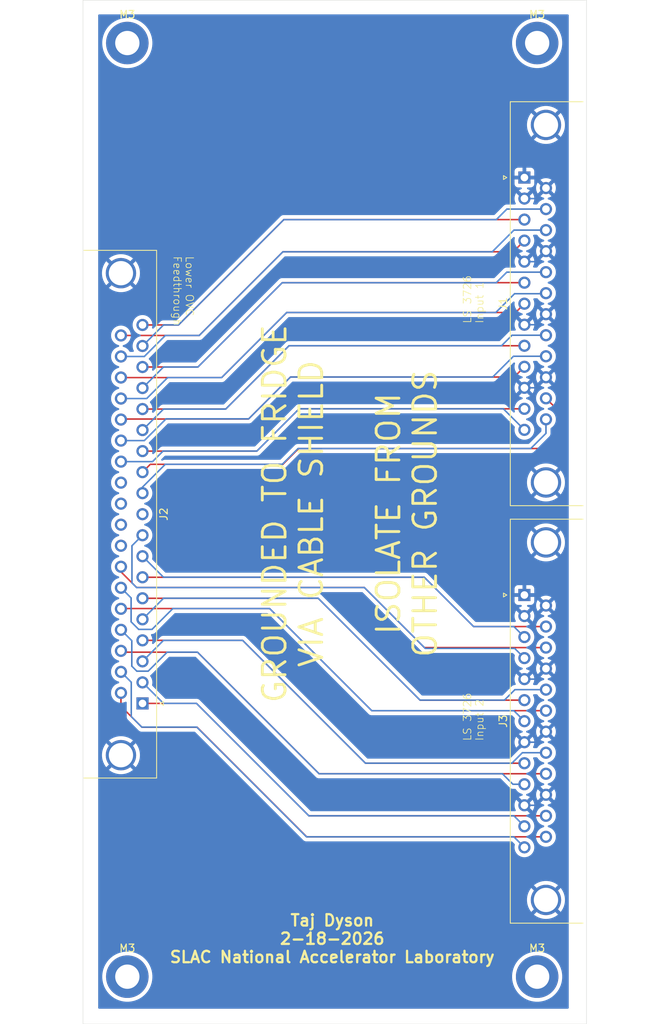
<source format=kicad_pcb>
(kicad_pcb
	(version 20241229)
	(generator "pcbnew")
	(generator_version "9.0")
	(general
		(thickness 1.6)
		(legacy_teardrops no)
	)
	(paper "A4")
	(layers
		(0 "F.Cu" signal)
		(2 "B.Cu" signal)
		(9 "F.Adhes" user "F.Adhesive")
		(11 "B.Adhes" user "B.Adhesive")
		(13 "F.Paste" user)
		(15 "B.Paste" user)
		(5 "F.SilkS" user "F.Silkscreen")
		(7 "B.SilkS" user "B.Silkscreen")
		(1 "F.Mask" user)
		(3 "B.Mask" user)
		(17 "Dwgs.User" user "User.Drawings")
		(19 "Cmts.User" user "User.Comments")
		(21 "Eco1.User" user "User.Eco1")
		(23 "Eco2.User" user "User.Eco2")
		(25 "Edge.Cuts" user)
		(27 "Margin" user)
		(31 "F.CrtYd" user "F.Courtyard")
		(29 "B.CrtYd" user "B.Courtyard")
		(35 "F.Fab" user)
		(33 "B.Fab" user)
		(39 "User.1" user)
		(41 "User.2" user)
		(43 "User.3" user)
		(45 "User.4" user)
	)
	(setup
		(pad_to_mask_clearance 0)
		(allow_soldermask_bridges_in_footprints no)
		(tenting front back)
		(grid_origin 102.84 108.775)
		(pcbplotparams
			(layerselection 0x00000000_00000000_55555555_5755f5ff)
			(plot_on_all_layers_selection 0x00000000_00000000_00000000_00000000)
			(disableapertmacros no)
			(usegerberextensions no)
			(usegerberattributes yes)
			(usegerberadvancedattributes yes)
			(creategerberjobfile yes)
			(dashed_line_dash_ratio 12.000000)
			(dashed_line_gap_ratio 3.000000)
			(svgprecision 4)
			(plotframeref no)
			(mode 1)
			(useauxorigin no)
			(hpglpennumber 1)
			(hpglpenspeed 20)
			(hpglpendiameter 15.000000)
			(pdf_front_fp_property_popups yes)
			(pdf_back_fp_property_popups yes)
			(pdf_metadata yes)
			(pdf_single_document no)
			(dxfpolygonmode yes)
			(dxfimperialunits yes)
			(dxfusepcbnewfont yes)
			(psnegative no)
			(psa4output no)
			(plot_black_and_white yes)
			(sketchpadsonfab no)
			(plotpadnumbers no)
			(hidednponfab no)
			(sketchdnponfab yes)
			(crossoutdnponfab yes)
			(subtractmaskfromsilk no)
			(outputformat 1)
			(mirror no)
			(drillshape 1)
			(scaleselection 1)
			(outputdirectory "")
		)
	)
	(net 0 "")
	(net 1 "Net-(J1-Pad12)")
	(net 2 "Net-(J1-P25)")
	(net 3 "Net-(J1-Pad3)")
	(net 4 "Net-(J1-P15)")
	(net 5 "Net-(J1-Pad13)")
	(net 6 "Net-(J1-P16)")
	(net 7 "Net-(J1-Pad4)")
	(net 8 "Net-(J1-P24)")
	(net 9 "unconnected-(J2-Pad10)")
	(net 10 "unconnected-(J2-Pad28)")
	(net 11 "unconnected-(J2-Pad30)")
	(net 12 "unconnected-(J2-Pad29)")
	(net 13 "unconnected-(J2-Pad27)")
	(net 14 "Net-(J1-Pad6)")
	(net 15 "Net-(J1-Pad9)")
	(net 16 "Net-(J1-P22)")
	(net 17 "Net-(J1-Pad10)")
	(net 18 "Net-(J1-P18)")
	(net 19 "Net-(J1-P21)")
	(net 20 "Net-(J1-Pad7)")
	(net 21 "Net-(J1-P19)")
	(net 22 "Net-(J2-Pad2)")
	(net 23 "Net-(J3-P15)")
	(net 24 "Net-(J2-Pad25)")
	(net 25 "Net-(J2-Pad23)")
	(net 26 "Net-(J2-Pad6)")
	(net 27 "Net-(J3-P16)")
	(net 28 "Net-(J3-P25)")
	(net 29 "Net-(J2-Pad4)")
	(net 30 "Net-(J2-Pad9)")
	(net 31 "Net-(J3-P24)")
	(net 32 "Net-(J3-P18)")
	(net 33 "Net-(J3-P19)")
	(net 34 "Net-(J2-Pad21)")
	(net 35 "Net-(J3-P21)")
	(net 36 "Net-(J2-Pad8)")
	(net 37 "Net-(J3-P22)")
	(net 38 "GND")
	(footprint "Connector_Dsub:DSUB-25_Socket_Horizontal_P2.77x2.84mm_EdgePinOffset4.94mm_Housed_MountingHolesOffset4.94mm" (layer "F.Cu") (at 153.16 94.495 90))
	(footprint "MountingHole:MountingHole_3.2mm_M3_DIN965_Pad" (layer "F.Cu") (at 154.84 144.775))
	(footprint "Connector_Dsub:DSUB-25_Socket_Horizontal_P2.77x2.84mm_EdgePinOffset4.94mm_Housed_MountingHolesOffset4.94mm" (layer "F.Cu") (at 153.16 39.495 90))
	(footprint "MountingHole:MountingHole_3.2mm_M3_DIN965_Pad" (layer "F.Cu") (at 100.84 21.775))
	(footprint "Connector_Dsub:DSUB-37_Socket_Horizontal_P2.77x2.84mm_EdgePinOffset4.94mm_Housed_MountingHolesOffset4.94mm" (layer "F.Cu") (at 102.84 108.775 -90))
	(footprint "MountingHole:MountingHole_3.2mm_M3_DIN965_Pad" (layer "F.Cu") (at 154.84 21.775))
	(footprint "MountingHole:MountingHole_3.2mm_M3_DIN965_Pad" (layer "F.Cu") (at 100.84 144.775))
	(gr_rect
		(start 95 16.13)
		(end 161.34 151)
		(stroke
			(width 0.05)
			(type default)
		)
		(fill no)
		(layer "Edge.Cuts")
		(uuid "cf724cbe-ca8e-461e-b855-589bfb5f89ed")
	)
	(gr_text "LS 3726\nInput 1"
		(at 147.84 58.775 90)
		(layer "F.SilkS")
		(uuid "0ef31e08-451c-416a-8014-1f692dbe65c4")
		(effects
			(font
				(size 1 1)
				(thickness 0.1)
			)
			(justify left bottom)
		)
	)
	(gr_text "ISOLATE FROM\nOTHER GROUNDS"
		(at 141.84 83.775 90)
		(layer "F.SilkS")
		(uuid "163e8beb-7e40-45a0-b5b9-6929ef324e33")
		(effects
			(font
				(size 3 3)
				(thickness 0.375)
			)
			(justify bottom)
		)
	)
	(gr_text "Lower OVC\nFeedthrough"
		(at 106.84 49.775 270)
		(layer "F.SilkS")
		(uuid "2b89b033-1825-4b33-9461-a100e1ae6186")
		(effects
			(font
				(size 1 1)
				(thickness 0.1)
			)
			(justify left bottom)
		)
	)
	(gr_text "Taj Dyson\n2-18-2026\nSLAC National Accelerator Laboratory"
		(at 127.84 139.775 0)
		(layer "F.SilkS")
		(uuid "569ffcc2-7d4e-4fde-b1cf-e6e9719b9685")
		(effects
			(font
				(size 1.5 1.5)
				(thickness 0.3)
			)
		)
	)
	(gr_text "LS 3726\nInput 2"
		(at 147.84 113.775 90)
		(layer "F.SilkS")
		(uuid "6564ba6a-dc81-44ee-8158-8a75d279f10f")
		(effects
			(font
				(size 1 1)
				(thickness 0.1)
			)
			(justify left bottom)
		)
	)
	(gr_text "GROUNDED TO FRIDGE\nVIA CABLE SHIELD"
		(at 126.84 83.775 90)
		(layer "F.SilkS")
		(uuid "dca16db6-aed8-4b8c-a6f8-3b084393f282")
		(effects
			(font
				(size 3 3)
				(thickness 0.375)
			)
			(justify bottom)
		)
	)
	(gr_text "J1"
		(at 84.9125 134.21 90)
		(layer "F.Fab")
		(uuid "5e684304-79fd-480f-b60d-d9c4e91604b6")
		(effects
			(font
				(size 1 1)
				(thickness 0.15)
			)
		)
	)
	(segment
		(start 102.84 75.535)
		(end 117.905 75.535)
		(width 0.2)
		(layer "F.Cu")
		(net 1)
		(uuid "7649820e-ba2c-4cbd-bffc-346578b55b1c")
	)
	(segment
		(start 117.905 75.535)
		(end 123.475 69.965)
		(width 0.2)
		(layer "F.Cu")
		(net 1)
		(uuid "a66b3ef0-b14b-42ed-b93d-0d7027f5965c")
	)
	(segment
		(start 123.475 69.965)
		(end 153.16 69.965)
		(width 0.2)
		(layer "F.Cu")
		(net 1)
		(uuid "ee867738-c5c7-4e12-ac69-ff711f042756")
	)
	(segment
		(start 123.3336 75.1962)
		(end 153.9956 75.1962)
		(width 0.2)
		(layer "B.Cu")
		(net 2)
		(uuid "18bd2bf7-e985-4b76-8a56-a8c0292a21b1")
	)
	(segment
		(start 102.84 80.2762)
		(end 105.8412 77.275)
		(width 0.2)
		(layer "B.Cu")
		(net 2)
		(uuid "22a04998-9288-4ac5-b9e5-f5c975186aeb")
	)
	(segment
		(start 105.8412 77.275)
		(end 121.2548 77.275)
		(width 0.2)
		(layer "B.Cu")
		(net 2)
		(uuid "5e1db7ef-39f6-414f-ad70-3b3dd93ca242")
	)
	(segment
		(start 121.2548 77.275)
		(end 123.3336 75.1962)
		(width 0.2)
		(layer "B.Cu")
		(net 2)
		(uuid "6b179934-d3b2-4ecf-b6f5-3e450e99e658")
	)
	(segment
		(start 102.84 81.075)
		(end 102.84 80.2762)
		(width 0.2)
		(layer "B.Cu")
		(net 2)
		(uuid "b3876e5e-ab13-4bdb-9787-f7bc385eaca0")
	)
	(segment
		(start 153.9956 75.1962)
		(end 156 73.1918)
		(width 0.2)
		(layer "B.Cu")
		(net 2)
		(uuid "bd99997d-2503-444c-b0e2-40e4649298e8")
	)
	(segment
		(start 156 73.1918)
		(end 156 71.35)
		(width 0.2)
		(layer "B.Cu")
		(net 2)
		(uuid "c74a27ba-ab53-4d54-9fd0-87844c967880")
	)
	(segment
		(start 107.585 58.915)
		(end 121.465 45.035)
		(width 0.2)
		(layer "F.Cu")
		(net 3)
		(uuid "564ffa8a-3282-4743-8f05-4117aeeff3cf")
	)
	(segment
		(start 102.84 58.915)
		(end 107.585 58.915)
		(width 0.2)
		(layer "F.Cu")
		(net 3)
		(uuid "9443095c-bda1-4a0b-a330-db47b54a52f5")
	)
	(segment
		(start 121.465 45.035)
		(end 153.16 45.035)
		(width 0.2)
		(layer "F.Cu")
		(net 3)
		(uuid "ef72e8b1-711f-4786-b3c6-80c4feea9b4e")
	)
	(segment
		(start 102.84 61.685)
		(end 105.615 58.91)
		(width 0.2)
		(layer "B.Cu")
		(net 4)
		(uuid "0a247ebc-540f-4741-a6d6-e7edc6a9cac9")
	)
	(segment
		(start 149.46 45.04)
		(end 150.85 43.65)
		(width 0.2)
		(layer "B.Cu")
		(net 4)
		(uuid "3198f1b7-01c0-44a4-a340-4713e8593764")
	)
	(segment
		(start 121.46 45.04)
		(end 149.46 45.04)
		(width 0.2)
		(layer "B.Cu")
		(net 4)
		(uuid "763061cb-16fd-4499-9ee7-731d2fbbeb88")
	)
	(segment
		(start 107.59 58.91)
		(end 121.46 45.04)
		(width 0.2)
		(layer "B.Cu")
		(net 4)
		(uuid "b3eaa888-3bc4-46c4-a511-9fdb28ff93ec")
	)
	(segment
		(start 105.615 58.91)
		(end 107.59 58.91)
		(width 0.2)
		(layer "B.Cu")
		(net 4)
		(uuid "c23a50f3-31cf-4f2e-b434-a92aad226be3")
	)
	(segment
		(start 150.85 43.65)
		(end 156 43.65)
		(width 0.2)
		(layer "B.Cu")
		(net 4)
		(uuid "ee051ea5-05d1-42c9-a556-003814ec9e77")
	)
	(segment
		(start 100 76.92)
		(end 104.16 76.92)
		(width 0.2)
		(layer "B.Cu")
		(net 5)
		(uuid "0957f0f3-e445-45f1-a399-5f3bd938161f")
	)
	(segment
		(start 117.91 75.53)
		(end 123.48 69.96)
		(width 0.2)
		(layer "B.Cu")
		(net 5)
		(uuid "4979d9bf-a02a-4008-a9b4-0f705cbd1cb4")
	)
	(segment
		(start 123.48 69.96)
		(end 150.385 69.96)
		(width 0.2)
		(layer "B.Cu")
		(net 5)
		(uuid "4f52b957-47a7-44a0-811f-a4c935f06ea8")
	)
	(segment
		(start 105.55 75.53)
		(end 117.91 75.53)
		(width 0.2)
		(layer "B.Cu")
		(net 5)
		(uuid "53fcd074-548d-4204-9055-e42624e11b96")
	)
	(segment
		(start 150.385 69.96)
		(end 153.16 72.735)
		(width 0.2)
		(layer "B.Cu")
		(net 5)
		(uuid "9dbcebdb-9a38-4667-93e6-cddaca2e75d5")
	)
	(segment
		(start 104.16 76.92)
		(end 105.55 75.53)
		(width 0.2)
		(layer "B.Cu")
		(net 5)
		(uuid "a55c1c66-c6b6-442d-ae2a-d75dfd20ee09")
	)
	(segment
		(start 110.315 60.3)
		(end 121.34 49.275)
		(width 0.2)
		(layer "B.Cu")
		(net 6)
		(uuid "14dfa4d1-21cd-41e9-865d-c316fe0310ea")
	)
	(segment
		(start 148.925 49.275)
		(end 151.78 46.42)
		(width 0.2)
		(layer "B.Cu")
		(net 6)
		(uuid "4f67ad54-1d5e-41ef-8031-c306966ee810")
	)
	(segment
		(start 121.34 49.275)
		(end 148.925 49.275)
		(width 0.2)
		(layer "B.Cu")
		(net 6)
		(uuid "6dbce68d-955a-4c52-9a8a-fde7acc753d8")
	)
	(segment
		(start 103.08 63.07)
		(end 105.85 60.3)
		(width 0.2)
		(layer "B.Cu")
		(net 6)
		(uuid "79046cf8-a148-4d35-86b1-c0eed3fa6074")
	)
	(segment
		(start 100 63.07)
		(end 103.08 63.07)
		(width 0.2)
		(layer "B.Cu")
		(net 6)
		(uuid "90df7500-b36f-43b6-9c3c-c9a45e724ce2")
	)
	(segment
		(start 105.85 60.3)
		(end 110.315 60.3)
		(width 0.2)
		(layer "B.Cu")
		(net 6)
		(uuid "a7221b80-51df-46a1-b9a5-46634365c525")
	)
	(segment
		(start 151.78 46.42)
		(end 156 46.42)
		(width 0.2)
		(layer "B.Cu")
		(net 6)
		(uuid "fce1dbc9-6626-4bab-947b-bc67972e5381")
	)
	(segment
		(start 151.69 49.275)
		(end 153.16 47.805)
		(width 0.2)
		(layer "F.Cu")
		(net 7)
		(uuid "1dcc35ec-1108-46e1-8ab0-39250684ec42")
	)
	(segment
		(start 100 60.3)
		(end 110.315 60.3)
		(width 0.2)
		(layer "F.Cu")
		(net 7)
		(uuid "415b8a7d-4f07-420d-b699-75886a4849da")
	)
	(segment
		(start 110.315 60.3)
		(end 121.34 49.275)
		(width 0.2)
		(layer "F.Cu")
		(net 7)
		(uuid "92bea2cb-adfe-430c-befd-d659001cc784")
	)
	(segment
		(start 121.34 49.275)
		(end 151.69 49.275)
		(width 0.2)
		(layer "F.Cu")
		(net 7)
		(uuid "b30a70b4-6beb-4975-9e2f-6e4bfde8d19f")
	)
	(segment
		(start 121.34 77.275)
		(end 123.4188 75.1962)
		(width 0.2)
		(layer "F.Cu")
		(net 8)
		(uuid "13309df3-430e-4da2-9e3c-02f6242caf5f")
	)
	(segment
		(start 157.57 70.15)
		(end 156 68.58)
		(width 0.2)
		(layer "F.Cu")
		(net 8)
		(uuid "29cead7b-4c97-4074-a1a3-88a0fe1c8184")
	)
	(segment
		(start 102.84 78.305)
		(end 103.87 77.275)
		(width 0.2)
		(layer "F.Cu")
		(net 8)
		(uuid "8ae2ffaf-246e-4146-add3-1af8217af329")
	)
	(segment
		(start 103.87 77.275)
		(end 121.34 77.275)
		(width 0.2)
		(layer "F.Cu")
		(net 8)
		(uuid "b9e1aea0-5064-47f6-9670-4e147f789274")
	)
	(segment
		(start 156.1538 75.1962)
		(end 157.57 73.78)
		(width 0.2)
		(layer "F.Cu")
		(net 8)
		(uuid "cc31f1f0-bc8f-4643-9f10-57c2a4b9da2b")
	)
	(segment
		(start 157.57 73.78)
		(end 157.57 70.15)
		(width 0.2)
		(layer "F.Cu")
		(net 8)
		(uuid "eae408d1-e7ba-4153-8428-9c5e82243691")
	)
	(segment
		(start 123.4188 75.1962)
		(end 156.1538 75.1962)
		(width 0.2)
		(layer "F.Cu")
		(net 8)
		(uuid "f8a88bcc-51b6-420d-9baf-db04b95a7597")
	)
	(segment
		(start 110.145 64.455)
		(end 121.255 53.345)
		(width 0.2)
		(layer "F.Cu")
		(net 14)
		(uuid "04638fd9-b666-43f7-b47b-9208f9e730fe")
	)
	(segment
		(start 102.84 64.455)
		(end 110.145 64.455)
		(width 0.2)
		(layer "F.Cu")
		(net 14)
		(uuid "12b8e2ce-644e-4fb7-aab3-61abcc710838")
	)
	(segment
		(start 121.255 53.345)
		(end 153.16 53.345)
		(width 0.2)
		(layer "F.Cu")
		(net 14)
		(uuid "4980e6ca-e5e5-4142-ae29-aa4ebef90f9d")
	)
	(segment
		(start 102.84 69.995)
		(end 113.805 69.995)
		(width 0.2)
		(layer "F.Cu")
		(net 15)
		(uuid "21e406bc-9cef-48c3-bf83-7fc849d0e791")
	)
	(segment
		(start 122.145 61.655)
		(end 153.16 61.655)
		(width 0.2)
		(layer "F.Cu")
		(net 15)
		(uuid "a9ddf586-37f6-4ec4-87a9-2072be512d15")
	)
	(segment
		(start 113.805 69.995)
		(end 122.145 61.655)
		(width 0.2)
		(layer "F.Cu")
		(net 15)
		(uuid "b43b2846-ed5e-47ed-8cfc-7727a899bbd3")
	)
	(segment
		(start 122.34 65.775)
		(end 148.985 65.775)
		(width 0.2)
		(layer "B.Cu")
		(net 16)
		(uuid "1923fc0d-7f0f-4a05-81dd-2f1ed4e19e50")
	)
	(segment
		(start 100 74.15)
		(end 103.08 74.15)
		(width 0.2)
		(layer "B.Cu")
		(net 16)
		(uuid "1d0f045c-79d9-4b54-80b4-f2715113c6fd")
	)
	(segment
		(start 116.8304 71.2846)
		(end 122.34 65.775)
		(width 0.2)
		(layer "B.Cu")
		(net 16)
		(uuid "336195c8-c71a-4a26-9ff7-52b7defac187")
	)
	(segment
		(start 148.985 65.775)
		(end 151.72 63.04)
		(width 0.2)
		(layer "B.Cu")
		(net 16)
		(uuid "5e034f5f-666c-44ea-8f5f-ee8fcc54a4ce")
	)
	(segment
		(start 151.72 63.04)
		(end 156 63.04)
		(width 0.2)
		(layer "B.Cu")
		(net 16)
		(uuid "954f3725-7bab-454b-ba67-2e9c094c1f4e")
	)
	(segment
		(start 103.08 74.15)
		(end 105.9454 71.2846)
		(width 0.2)
		(layer "B.Cu")
		(net 16)
		(uuid "a8b91be0-6c81-416a-8c4b-8adb714e4872")
	)
	(segment
		(start 105.9454 71.2846)
		(end 116.8304 71.2846)
		(width 0.2)
		(layer "B.Cu")
		(net 16)
		(uuid "db18a741-47dc-412f-b12d-92871510489e")
	)
	(segment
		(start 116.805 71.31)
		(end 122.34 65.775)
		(width 0.2)
		(layer "F.Cu")
		(net 17)
		(uuid "0ea4cd5f-1bc2-4da7-81c9-5aa93c2b3f2c")
	)
	(segment
		(start 100.07 71.31)
		(end 116.805 71.31)
		(width 0.2)
		(layer "F.Cu")
		(net 17)
		(uuid "87562fc6-04e8-4685-99bf-358c814077ed")
	)
	(segment
		(start 100 71.38)
		(end 100.07 71.31)
		(width 0.2)
		(layer "F.Cu")
		(net 17)
		(uuid "87b160a6-ce1c-40fc-ab30-fa9339cf19af")
	)
	(segment
		(start 122.34 65.775)
		(end 151.81 65.775)
		(width 0.2)
		(layer "F.Cu")
		(net 17)
		(uuid "9f97e7a7-5e64-4be5-a30b-f5b384baf21a")
	)
	(segment
		(start 151.81 65.775)
		(end 153.16 64.425)
		(width 0.2)
		(layer "F.Cu")
		(net 17)
		(uuid "e55cfe9a-3262-403c-96a9-eb160bb4e594")
	)
	(segment
		(start 110.14 64.46)
		(end 121.25 53.35)
		(width 0.2)
		(layer "B.Cu")
		(net 18)
		(uuid "01a9c9f6-3992-4618-9e03-df4dac58baea")
	)
	(segment
		(start 149.45 53.35)
		(end 150.84 51.96)
		(width 0.2)
		(layer "B.Cu")
		(net 18)
		(uuid "453485f7-5f4d-46aa-b381-84d4336c7458")
	)
	(segment
		(start 105.605 64.46)
		(end 110.14 64.46)
		(width 0.2)
		(layer "B.Cu")
		(net 18)
		(uuid "4e90cae3-77b2-4d5a-8613-0c6b9fe4c27b")
	)
	(segment
		(start 121.25 53.35)
		(end 149.45 53.35)
		(width 0.2)
		(layer "B.Cu")
		(net 18)
		(uuid "66f54bf0-5492-44b0-b074-32ad486ef78b")
	)
	(segment
		(start 150.84 51.96)
		(end 156 51.96)
		(width 0.2)
		(layer "B.Cu")
		(net 18)
		(uuid "d70296e1-fe77-4ca3-8ea9-03030317dd26")
	)
	(segment
		(start 102.84 67.225)
		(end 105.605 64.46)
		(width 0.2)
		(layer "B.Cu")
		(net 18)
		(uuid "eb8acf71-3d9f-4909-ab3f-8f3215bc3023")
	)
	(segment
		(start 122.15 61.65)
		(end 150.15 61.65)
		(width 0.2)
		(layer "B.Cu")
		(net 19)
		(uuid "87aae949-aef0-411b-87ab-b4ec8a364113")
	)
	(segment
		(start 113.8 70)
		(end 122.15 61.65)
		(width 0.2)
		(layer "B.Cu")
		(net 19)
		(uuid "8bb363d3-d97f-438e-a1b1-81391d06db98")
	)
	(segment
		(start 105.605 70)
		(end 113.8 70)
		(width 0.2)
		(layer "B.Cu")
		(net 19)
		(uuid "b4ad819c-188c-4ddc-ba80-10ac868b0a5d")
	)
	(segment
		(start 102.84 72.765)
		(end 105.605 70)
		(width 0.2)
		(layer "B.Cu")
		(net 19)
		(uuid "b76cb30a-3fa9-42d5-b3de-9568675d133d")
	)
	(segment
		(start 150.15 61.65)
		(end 151.53 60.27)
		(width 0.2)
		(layer "B.Cu")
		(net 19)
		(uuid "c7725115-5352-4cc8-a122-0e2467e7fdba")
	)
	(segment
		(start 151.53 60.27)
		(end 156 60.27)
		(width 0.2)
		(layer "B.Cu")
		(net 19)
		(uuid "fe34cd57-9843-4beb-8ffb-fc4e8ef6dad5")
	)
	(segment
		(start 152 57.275)
		(end 153.16 56.115)
		(width 0.2)
		(layer "F.Cu")
		(net 20)
		(uuid "18a2261b-7e55-4fd4-b5d9-a325b37651cd")
	)
	(segment
		(start 113.266 65.849)
		(end 121.84 57.275)
		(width 0.2)
		(layer "F.Cu")
		(net 20)
		(uuid "496dd095-c943-4395-b882-aed0d205fa18")
	)
	(segment
		(start 100.009 65.849)
		(end 113.266 65.849)
		(width 0.2)
		(layer "F.Cu")
		(net 20)
		(uuid "830df4c5-4ba2-48a8-a5c6-d258c29ed18b")
	)
	(segment
		(start 100 65.84)
		(end 100.009 65.849)
		(width 0.2)
		(layer "F.Cu")
		(net 20)
		(uuid "c6c44bc7-f37d-46ee-90fb-57fe8c5a5e98")
	)
	(segment
		(start 121.84 57.275)
		(end 152 57.275)
		(width 0.2)
		(layer "F.Cu")
		(net 20)
		(uuid "f4fa8bf6-fd0a-404a-841d-c713c5fb4364")
	)
	(segment
		(start 100 65.84)
		(end 100.04 65.8)
		(width 0.2)
		(layer "B.Cu")
		(net 20)
		(uuid "a945d93b-f9a2-4acf-b43d-a837dd8641de")
	)
	(segment
		(start 113.266 65.849)
		(end 121.84 57.275)
		(width 0.2)
		(layer "B.Cu")
		(net 21)
		(uuid "3924e625-a4ef-4621-93c4-977cf869d7c5")
	)
	(segment
		(start 106.151 65.849)
		(end 113.266 65.849)
		(width 0.2)
		(layer "B.Cu")
		(net 21)
		(uuid "3d2643e8-8eec-479b-99f3-5cfc4d9f10ee")
	)
	(segment
		(start 121.84 57.275)
		(end 149.387 57.275)
		(width 0.2)
		(layer "B.Cu")
		(net 21)
		(uuid "4152e579-5c20-4af2-b3f9-11eb0a996173")
	)
	(segment
		(start 103.39 68.61)
		(end 106.151 65.849)
		(width 0.2)
		(layer "B.Cu")
		(net 21)
		(uuid "4e3749b6-c386-4e37-86b9-f8452e470fd4")
	)
	(segment
		(start 149.387 57.275)
		(end 151.862 54.8)
		(width 0.2)
		(layer "B.Cu")
		(net 21)
		(uuid "68afe7dd-260c-4937-b937-b765298bc4f6")
	)
	(segment
		(start 151.862 54.8)
		(end 155.93 54.8)
		(width 0.2)
		(layer "B.Cu")
		(net 21)
		(uuid "a3d66d87-72b1-4048-b5e6-28ac25de8f40")
	)
	(segment
		(start 155.93 54.8)
		(end 156 54.73)
		(width 0.2)
		(layer "B.Cu")
		(net 21)
		(uuid "c5487bca-cf04-45e9-bbf9-93adc3649e37")
	)
	(segment
		(start 100 68.61)
		(end 103.39 68.61)
		(width 0.2)
		(layer "B.Cu")
		(net 21)
		(uuid "d0c88c01-bce2-4d97-adc5-676267b2210c")
	)
	(segment
		(start 102.84 106.005)
		(end 105.605 108.77)
		(width 0.2)
		(layer "B.Cu")
		(net 22)
		(uuid "1120984e-0feb-48e6-ab49-711700391ca4")
	)
	(segment
		(start 151.775 123.58)
		(end 153.16 124.965)
		(width 0.2)
		(layer "B.Cu")
		(net 22)
		(uuid "2c7b799f-1fd2-4bc2-83b8-6069e6c5926f")
	)
	(segment
		(start 109.95 108.77)
		(end 124.76 123.58)
		(width 0.2)
		(layer "B.Cu")
		(net 22)
		(uuid "6fa74736-1e8d-403e-905a-2740fe30b843")
	)
	(segment
		(start 105.605 108.77)
		(end 109.95 108.77)
		(width 0.2)
		(layer "B.Cu")
		(net 22)
		(uuid "7d66bad6-4a9d-4ab5-9b3a-d1fdeaa3effc")
	)
	(segment
		(start 124.76 123.58)
		(end 151.775 123.58)
		(width 0.2)
		(layer "B.Cu")
		(net 22)
		(uuid "bf7d1a99-9e30-41f6-8c28-daf64c6d75f2")
	)
	(segment
		(start 146.465 98.65)
		(end 156 98.65)
		(width 0.2)
		(layer "F.Cu")
		(net 23)
		(uuid "6e403036-d09f-4dc3-855d-2d1783583414")
	)
	(segment
		(start 102.84 92.155)
		(end 139.97 92.155)
		(width 0.2)
		(layer "F.Cu")
		(net 23)
		(uuid "73c2a85c-fbcc-4637-abca-606da42fe40f")
	)
	(segment
		(start 139.97 92.155)
		(end 146.465 98.65)
		(width 0.2)
		(layer "F.Cu")
		(net 23)
		(uuid "7c0bfe46-40fd-4b68-adbb-4925aaed6be2")
	)
	(segment
		(start 119.59 96.275)
		(end 133.045 109.73)
		(width 0.2)
		(layer "B.Cu")
		(net 24)
		(uuid "009ae530-49ea-4584-8924-1c82984a525e")
	)
	(segment
		(start 106.84 96.275)
		(end 119.59 96.275)
		(width 0.2)
		(layer "B.Cu")
		(net 24)
		(uuid "424523dc-98f2-41db-8bd2-e6a0c6da21ba")
	)
	(segment
		(start 102.34 99.025)
		(end 104.09 99.025)
		(width 0.2)
		(layer "B.Cu")
		(net 24)
		(uuid "54bef150-9fc0-4ecc-bff2-2d6f932c0462")
	)
	(segment
		(start 104.09 99.025)
		(end 106.84 96.275)
		(width 0.2)
		(layer "B.Cu")
		(net 24)
		(uuid "9096d9a9-665b-422e-9644-766d9adee7dc")
	)
	(segment
		(start 100 93.54)
		(end 101.34 94.88)
		(width 0.2)
		(layer "B.Cu")
		(net 24)
		(uuid "acd6abef-ce8b-41c3-96dd-c9395e9531b2")
	)
	(segment
		(start 151.775 109.73)
		(end 153.16 111.115)
		(width 0.2)
		(layer "B.Cu")
		(net 24)
		(uuid "b1b224f4-63e7-456f-90bb-84588d81272d")
	)
	(segment
		(start 101.34 94.88)
		(end 101.34 98.025)
		(width 0.2)
		(layer "B.Cu")
		(net 24)
		(uuid "b1d7f291-d8ad-4972-b58b-64068408430a")
	)
	(segment
		(start 133.045 109.73)
		(end 151.775 109.73)
		(width 0.2)
		(layer "B.Cu")
		(net 24)
		(uuid "c8c3037f-372d-49fb-8681-a3d1d471942a")
	)
	(segment
		(start 101.34 98.025)
		(end 102.34 99.025)
		(width 0.2)
		(layer "B.Cu")
		(net 24)
		(uuid "df5184de-a907-42bb-84e4-3e8dbd62c424")
	)
	(segment
		(start 151.645 119.425)
		(end 153.16 119.425)
		(width 0.2)
		(layer "B.Cu")
		(net 25)
		(uuid "1888d88b-5472-4ed9-9bb7-17099b8a785c")
	)
	(segment
		(start 101.43 100.51)
		(end 101.43 103.865)
		(width 0.2)
		(layer "B.Cu")
		(net 25)
		(uuid "3295912c-af0f-451a-87d9-6f0b499fb3e4")
	)
	(segment
		(start 103.59 104.525)
		(end 106.09 102.025)
		(width 0.2)
		(layer "B.Cu")
		(net 25)
		(uuid "3758b4b6-a858-4a48-8648-545e416100de")
	)
	(segment
		(start 106.09 102.025)
		(end 110.09 102.025)
		(width 0.2)
		(layer "B.Cu")
		(net 25)
		(uuid "3c112cbf-b472-4c82-bad4-14c5a6b988ea")
	)
	(segment
		(start 126.105 118.04)
		(end 150.26 118.04)
		(width 0.2)
		(layer "B.Cu")
		(net 25)
		(uuid "4cc95ed8-b610-4cfe-bad1-178b9859f085")
	)
	(segment
		(start 100 99.08)
		(end 101.43 100.51)
		(width 0.2)
		(layer "B.Cu")
		(net 25)
		(uuid "5acace16-9b23-4723-81f8-55328578b7a7")
	)
	(segment
		(start 110.09 102.025)
		(end 126.105 118.04)
		(width 0.2)
		(layer "B.Cu")
		(net 25)
		(uuid "a22867f4-5557-49d9-b671-0b2c995e3d61")
	)
	(segment
		(start 101.43 103.865)
		(end 102.09 104.525)
		(width 0.2)
		(layer "B.Cu")
		(net 25)
		(uuid "d9c7edc8-8edb-4c9a-88c2-d61fe3718741")
	)
	(segment
		(start 102.09 104.525)
		(end 103.59 104.525)
		(width 0.2)
		(layer "B.Cu")
		(net 25)
		(uuid "e3a861b9-33eb-4876-9a4e-52489a36fc14")
	)
	(segment
		(start 150.26 118.04)
		(end 151.645 119.425)
		(width 0.2)
		(layer "B.Cu")
		(net 25)
		(uuid "f6b0dc02-c932-4068-95eb-305b5f8e4192")
	)
	(segment
		(start 139.41 108.345)
		(end 153.16 108.345)
		(width 0.2)
		(layer "F.Cu")
		(net 26)
		(uuid "4c22da5f-b7ac-4a94-8883-4857a9bcbdbd")
	)
	(segment
		(start 102.84 94.925)
		(end 125.99 94.925)
		(width 0.2)
		(layer "F.Cu")
		(net 26)
		(uuid "887d228f-2406-4bf9-b125-706f05a7a50f")
	)
	(segment
		(start 125.99 94.925)
		(end 139.41 108.345)
		(width 0.2)
		(layer "F.Cu")
		(net 26)
		(uuid "fab9a1bc-a7dc-486c-a40e-f245cc33f9c6")
	)
	(segment
		(start 102.05995 93.5)
		(end 132.065 93.5)
		(width 0.2)
		(layer "F.Cu")
		(net 27)
		(uuid "4103adf5-628e-4190-95d1-9a4bff676589")
	)
	(segment
		(start 132.065 93.5)
		(end 139.985 101.42)
		(width 0.2)
		(layer "F.Cu")
		(net 27)
		(uuid "508395a1-71ba-41e9-9b07-9c7192ba89e6")
	)
	(segment
		(start 139.985 101.42)
		(end 156 101.42)
		(width 0.2)
		(layer "F.Cu")
		(net 27)
		(uuid "61c38d3e-f0aa-4b57-8ec9-dac270bd3098")
	)
	(segment
		(start 100 90.77)
		(end 100 91.44005)
		(width 0.2)
		(layer "F.Cu")
		(net 27)
		(uuid "86b66f25-d917-41e9-a49e-2a0266085051")
	)
	(segment
		(start 100 91.44005)
		(end 102.05995 93.5)
		(width 0.2)
		(layer "F.Cu")
		(net 27)
		(uuid "9a1cc9ad-cb28-466c-a6ff-86d43abdcfc1")
	)
	(segment
		(start 100 107.39)
		(end 100 109.15)
		(width 0.2)
		(layer "F.Cu")
		(net 28)
		(uuid "0598f5d5-da04-4ccd-bfd2-730b236b7241")
	)
	(segment
		(start 124.48 126.35)
		(end 156 126.35)
		(width 0.2)
		(layer "F.Cu")
		(net 28)
		(uuid "2325739d-a1bd-4dcc-9185-6ea9941d5aa8")
	)
	(segment
		(start 110.04 111.91)
		(end 124.48 126.35)
		(width 0.2)
		(layer "F.Cu")
		(net 28)
		(uuid "9b8f823b-5fb1-490b-b918-56ae373bd687")
	)
	(segment
		(start 102.76 111.91)
		(end 110.04 111.91)
		(width 0.2)
		(layer "F.Cu")
		(net 28)
		(uuid "c2409283-a751-4bb1-886d-7e6d7bed0848")
	)
	(segment
		(start 100 109.15)
		(end 102.76 111.91)
		(width 0.2)
		(layer "F.Cu")
		(net 28)
		(uuid "e9be18c3-b8c3-4b00-86a9-5441b2950716")
	)
	(segment
		(start 116.03 100.465)
		(end 132.22 116.655)
		(width 0.2)
		(layer "F.Cu")
		(net 29)
		(uuid "0daf1565-d38c-4825-80fd-b591121e5810")
	)
	(segment
		(start 102.84 100.465)
		(end 116.03 100.465)
		(width 0.2)
		(layer "F.Cu")
		(net 29)
		(uuid "9364f710-64dd-4c15-ad0b-15169e85133b")
	)
	(segment
		(start 132.22 116.655)
		(end 153.16 116.655)
		(width 0.2)
		(layer "F.Cu")
		(net 29)
		(uuid "f1f3dfad-d936-42b2-b244-c24681203f24")
	)
	(segment
		(start 132.075 93.51)
		(end 140.09 101.525)
		(width 0.2)
		(layer "B.Cu")
		(net 30)
		(uuid "02ac14bb-76e8-4c4e-91e2-8a1f39c4e38e")
	)
	(segment
		(start 151.88 101.525)
		(end 153.16 102.805)
		(width 0.2)
		(layer "B.Cu")
		(net 30)
		(uuid "1e61edf8-b723-4ded-bc87-f3176ab0ed5e")
	)
	(segment
		(start 102.84 86.615)
		(end 101.45 88.005)
		(width 0.2)
		(layer "B.Cu")
		(net 30)
		(uuid "3992a090-3046-4bfc-ad3b-01824a1a7ee0")
	)
	(segment
		(start 140.09 101.525)
		(end 151.88 101.525)
		(width 0.2)
		(layer "B.Cu")
		(net 30)
		(uuid "42e4f16c-94d3-4061-8846-a6ce08a19f2a")
	)
	(segment
		(start 102.06 93.51)
		(end 132.075 93.51)
		(width 0.2)
		(layer "B.Cu")
		(net 30)
		(uuid "74a254d8-dd1c-40bd-9ac5-dc567ba74e42")
	)
	(segment
		(start 101.45 92.9)
		(end 102.06 93.51)
		(width 0.2)
		(layer "B.Cu")
		(net 30)
		(uuid "7e957ba2-5343-433d-a6d6-088778bf77e6")
	)
	(segment
		(start 101.45 88.005)
		(end 101.45 92.9)
		(width 0.2)
		(layer "B.Cu")
		(net 30)
		(uuid "d05efd35-2ced-4de3-98b4-fca65ba30aca")
	)
	(segment
		(start 109.955 108.775)
		(end 124.76 123.58)
		(width 0.2)
		(layer "F.Cu")
		(net 31)
		(uuid "124a48cb-c1f5-4596-8959-6ccf38a213de")
	)
	(segment
		(start 124.76 123.58)
		(end 156 123.58)
		(width 0.2)
		(layer "F.Cu")
		(net 31)
		(uuid "7da27cac-a252-464f-9e3c-c40205352c00")
	)
	(segment
		(start 102.84 108.775)
		(end 109.955 108.775)
		(width 0.2)
		(layer "F.Cu")
		(net 31)
		(uuid "f63764fc-6530-4401-b9ae-3b68e3dc3323")
	)
	(segment
		(start 125.985 94.92)
		(end 139.405 108.34)
		(width 0.2)
		(layer "B.Cu")
		(net 32)
		(uuid "22625784-a14b-46c2-bd9a-7c203d868e08")
	)
	(segment
		(start 139.405 108.34)
		(end 150.53 108.34)
		(width 0.2)
		(layer "B.Cu")
		(net 32)
		(uuid "7894c58d-d88c-44ff-892e-2d5190871b8c")
	)
	(segment
		(start 150.53 108.34)
		(end 151.91 106.96)
		(width 0.2)
		(layer "B.Cu")
		(net 32)
		(uuid "92b0511f-97ae-4c62-a756-d80f43b160a4")
	)
	(segment
		(start 102.84 97.695)
		(end 105.615 94.92)
		(width 0.2)
		(layer "B.Cu")
		(net 32)
		(uuid "9e020740-dfd6-4dee-a0a5-d55fe657b41b")
	)
	(segment
		(start 151.91 106.96)
		(end 156 106.96)
		(width 0.2)
		(layer "B.Cu")
		(net 32)
		(uuid "d6903915-9ce2-43ee-b34e-51d871c731f8")
	)
	(segment
		(start 105.615 94.92)
		(end 125.985 94.92)
		(width 0.2)
		(layer "B.Cu")
		(net 32)
		(uuid "f0399d20-3648-4d42-9c7e-c45a98b87265")
	)
	(segment
		(start 133.045 109.73)
		(end 156 109.73)
		(width 0.2)
		(layer "F.Cu")
		(net 33)
		(uuid "20a85b7d-9c8f-4c77-8cfe-e12b3375eaaa")
	)
	(segment
		(start 100 96.31)
		(end 100 96.41205)
		(width 0.2)
		(layer "F.Cu")
		(net 33)
		(uuid "3469fb5e-0842-4901-8723-c63e30cadeaf")
	)
	(segment
		(start 100.13705 96.275)
		(end 119.59 96.275)
		(width 0.2)
		(layer "F.Cu")
		(net 33)
		(uuid "673b44e6-813e-4d6b-be7f-2adeca6fb08d")
	)
	(segment
		(start 100 96.41205)
		(end 100.13705 96.275)
		(width 0.2)
		(layer "F.Cu")
		(net 33)
		(uuid "a6884a1b-0f90-4927-b897-f1a12948936b")
	)
	(segment
		(start 119.59 96.275)
		(end 133.045 109.73)
		(width 0.2)
		(layer "F.Cu")
		(net 33)
		(uuid "b0ff0ce7-d14b-47ca-a12a-8b7a24b1ec3c")
	)
	(segment
		(start 100 104.62)
		(end 101.36 105.98)
		(width 0.2)
		(layer "B.Cu")
		(net 34)
		(uuid "081403be-4910-4a5b-afda-955152af01e4")
	)
	(segment
		(start 109.99 111.9)
		(end 124.44 126.35)
		(width 0.2)
		(layer "B.Cu")
		(net 34)
		(uuid "1ef42003-b4dd-464c-999c-336543cb1c9c")
	)
	(segment
		(start 151.775 126.35)
		(end 153.16 127.735)
		(width 0.2)
		(layer "B.Cu")
		(net 34)
		(uuid "4e5517f9-9e04-489f-982f-6800eb57ceb2")
	)
	(segment
		(start 124.44 126.35)
		(end 151.775 126.35)
		(width 0.2)
		(layer "B.Cu")
		(net 34)
		(uuid "64ff97b8-919d-49ac-aa3d-97f1104ba67e")
	)
	(segment
		(start 102.75 111.9)
		(end 109.99 111.9)
		(width 0.2)
		(layer "B.Cu")
		(net 34)
		(uuid "aa6a771c-5d2b-4cdd-88aa-a04027faaa20")
	)
	(segment
		(start 101.36 105.98)
		(end 101.36 110.51)
		(width 0.2)
		(layer "B.Cu")
		(net 34)
		(uuid "db682988-06a0-48be-ad19-1b034ee03e4f")
	)
	(segment
		(start 101.36 110.51)
		(end 102.75 111.9)
		(width 0.2)
		(layer "B.Cu")
		(net 34)
		(uuid "f107a3ca-c77e-4da1-9b94-20e06d6efb32")
	)
	(segment
		(start 105.605 100.47)
		(end 116.035 100.47)
		(width 0.2)
		(layer "B.Cu")
		(net 35)
		(uuid "06984ea3-c90e-4c46-98ae-66a5062c2e51")
	)
	(segment
		(start 152.89 115.27)
		(end 156 115.27)
		(width 0.2)
		(layer "B.Cu")
		(net 35)
		(uuid "966d4655-a0f2-4fbe-8dfb-a5c30109f8be")
	)
	(segment
		(start 151.51 116.65)
		(end 152.89 115.27)
		(width 0.2)
		(layer "B.Cu")
		(net 35)
		(uuid "ac529445-856c-45f6-ae1e-71415a5198dd")
	)
	(segment
		(start 102.84 103.235)
		(end 105.605 100.47)
		(width 0.2)
		(layer "B.Cu")
		(net 35)
		(uuid "b672895f-5d67-4172-9832-950c22d64b51")
	)
	(segment
		(start 132.215 116.65)
		(end 151.51 116.65)
		(width 0.2)
		(layer "B.Cu")
		(net 35)
		(uuid "c4004e0e-e21e-4666-8a90-d21ffa2ded65")
	)
	(segment
		(start 116.035 100.47)
		(end 132.215 116.65)
		(width 0.2)
		(layer "B.Cu")
		(net 35)
		(uuid "d6f4d4b8-2547-4f71-86ac-172a12f3066f")
	)
	(segment
		(start 102.84 89.385)
		(end 105.605 92.15)
		(width 0.2)
		(layer "B.Cu")
		(net 36)
		(uuid "34b32037-41e7-4e20-b20c-8fd5da664b7d")
	)
	(segment
		(start 146.465 98.65)
		(end 151.775 98.65)
		(width 0.2)
		(layer "B.Cu")
		(net 36)
		(uuid "6fdcbddd-ba8f-4e5a-85e6-75056179cd3e")
	)
	(segment
		(start 151.775 98.65)
		(end 153.16 100.035)
		(width 0.2)
		(layer "B.Cu")
		(net 36)
		(uuid "871d9ecd-46f2-40eb-8a21-b74ad5161b73")
	)
	(segment
		(start 139.965 92.15)
		(end 146.465 98.65)
		(width 0.2)
		(layer "B.Cu")
		(net 36)
		(uuid "9c7294af-c34d-4345-9070-f18dfa2fd11b")
	)
	(segment
		(start 105.605 92.15)
		(end 139.965 92.15)
		(width 0.2)
		(layer "B.Cu")
		(net 36)
		(uuid "b408727b-c28f-4f48-9c11-dfa251939473")
	)
	(segment
		(start 126.105 118.04)
		(end 110.09 102.025)
		(width 0.2)
		(layer "F.Cu")
		(net 37)
		(uuid "22427b77-94e1-4d23-9ce5-d91de0dc5e0c")
	)
	(segment
		(start 110.09 102.025)
		(end 100.175 102.025)
		(width 0.2)
		(layer "F.Cu")
		(net 37)
		(uuid "9bb67a15-101c-42c5-b43c-6c60be67e1e2")
	)
	(segment
		(start 100.175 102.025)
		(end 100 101.85)
		(width 0.2)
		(layer "F.Cu")
		(net 37)
		(uuid "abc8c9aa-f615-438b-a5c9-0c03fdfcc356")
	)
	(segment
		(start 156 118.04)
		(end 126.105 118.04)
		(width 0.2)
		(layer "F.Cu")
		(net 37)
		(uuid "d41cf441-d7db-487e-aa02-f46c54b70560")
	)
	(segment
		(start 154.615 113.885)
		(end 156 112.5)
		(width 0.2)
		(layer "B.Cu")
		(net 38)
		(uuid "1de8d0a4-e2e1-4f9a-bf1e-35cfa5e70a0f")
	)
	(segment
		(start 154.615 67.195)
		(end 156 65.81)
		(width 0.2)
		(layer "B.Cu")
		(net 38)
		(uuid "26fc324b-d36c-4da3-b34f-f67efce1c2d2")
	)
	(segment
		(start 153.16 67.195)
		(end 154.615 67.195)
		(width 0.2)
		(layer "B.Cu")
		(net 38)
		(uuid "38c6a895-0f14-4988-9c9b-d9f417dd65e4")
	)
	(segment
		(start 153.16 105.575)
		(end 154.615 105.575)
		(width 0.2)
		(layer "B.Cu")
		(net 38)
		(uuid "448a69bc-3cf2-40fe-96c3-d8d0527cebb2")
	)
	(segment
		(start 153.16 58.885)
		(end 154.615 58.885)
		(width 0.2)
		(layer "B.Cu")
		(net 38)
		(uuid "4770a264-3820-4eee-bdf9-7007d00dbe62")
	)
	(segment
		(start 154.615 105.575)
		(end 156 104.19)
		(width 0.2)
		(layer "B.Cu")
		(net 38)
		(uuid "644a8a69-dd23-4e82-9550-cabb7784a3e6")
	)
	(segment
		(start 153.16 122.195)
		(end 154.615 122.195)
		(width 0.2)
		(layer "B.Cu")
		(net 38)
		(uuid "68ad45c3-8f91-4e0e-8518-1ff305220a36")
	)
	(segment
		(start 153.16 42.265)
		(end 154.615 42.265)
		(width 0.2)
		(layer "B.Cu")
		(net 38)
		(uuid "7fdab53b-0699-42bd-b200-11002774d1d9")
	)
	(segment
		(start 154.615 42.265)
		(end 156 40.88)
		(width 0.2)
		(layer "B.Cu")
		(net 38)
		(uuid "833d629a-bfa2-4050-a34c-e9852f2dc415")
	)
	(segment
		(start 153.16 50.575)
		(end 154.615 50.575)
		(width 0.2)
		(layer "B.Cu")
		(net 38)
		(uuid "affa2cae-8b7e-44ae-9bc8-ef6b6d382402")
	)
	(segment
		(start 153.16 113.885)
		(end 154.615 113.885)
		(width 0.2)
		(layer "B.Cu")
		(net 38)
		(uuid "c3241b74-d183-4308-84c2-2fe80315ef0e")
	)
	(segment
		(start 154.615 122.195)
		(end 156 120.81)
		(width 0.2)
		(layer "B.Cu")
		(net 38)
		(uuid "eb5ce538-dcb6-4cfc-b70a-27d4a67356fa")
	)
	(segment
		(start 154.615 58.885)
		(end 156 57.5)
		(width 0.2)
		(layer "B.Cu")
		(net 38)
		(uuid "f930e9f0-e355-400c-ae03-49c837e877c1")
	)
	(segment
		(start 154.615 50.575)
		(end 156 49.19)
		(width 0.2)
		(layer "B.Cu")
		(net 38)
		(uuid "fb684f59-3de1-483f-8c0e-c68c9ce9fade")
	)
	(zone
		(net 38)
		(net_name "GND")
		(layer "B.Cu")
		(uuid "58268743-aff9-4ddb-a409-08dec44d1dcf")
		(hatch edge 0.5)
		(connect_pads
			(clearance 0.5)
		)
		(min_thickness 0.25)
		(filled_areas_thickness no)
		(fill yes
			(thermal_gap 0.5)
			(thermal_bridge_width 0.5)
		)
		(polygon
			(pts
				(xy 159 149) (xy 97 149) (xy 97 18) (xy 159 18)
			)
		)
		(filled_polygon
			(layer "B.Cu")
			(pts
				(xy 109.856942 102.645185) (xy 109.877584 102.661819) (xy 125.620139 118.404374) (xy 125.620149 118.404385)
				(xy 125.624479 118.408715) (xy 125.62448 118.408716) (xy 125.736284 118.52052) (xy 125.823095 118.570639)
				(xy 125.823097 118.570641) (xy 125.873213 118.599576) (xy 125.873215 118.599577) (xy 126.025942 118.6405)
				(xy 126.025943 118.6405) (xy 149.959903 118.6405) (xy 150.026942 118.660185) (xy 150.047583 118.676818)
				(xy 151.276284 119.90552) (xy 151.413215 119.984577) (xy 151.565943 120.025501) (xy 151.565946 120.025501)
				(xy 151.731654 120.025501) (xy 151.73167 120.0255) (xy 151.930398 120.0255) (xy 151.997437 120.045185)
				(xy 152.040883 120.093205) (xy 152.047715 120.106614) (xy 152.168028 120.272213) (xy 152.312786 120.416971)
				(xy 152.431188 120.502993) (xy 152.47839 120.537287) (xy 152.660781 120.63022) (xy 152.806807 120.677666)
				(xy 152.851938 120.692331) (xy 152.909614 120.731769) (xy 152.936812 120.796127) (xy 152.924897 120.864974)
				(xy 152.877653 120.916449) (xy 152.851939 120.928193) (xy 152.660968 120.990244) (xy 152.478644 121.083143)
				(xy 152.434077 121.115523) (xy 152.434077 121.115524) (xy 153.030591 121.712037) (xy 152.967007 121.729075)
				(xy 152.852993 121.794901) (xy 152.759901 121.887993) (xy 152.694075 122.002007) (xy 152.677037 122.065591)
				(xy 152.080524 121.469077) (xy 152.080523 121.469077) (xy 152.048143 121.513644) (xy 151.955244 121.695968)
				(xy 151.892009 121.890582) (xy 151.86 122.092682) (xy 151.86 122.297317) (xy 151.892009 122.499417)
				(xy 151.955244 122.694031) (xy 152.013255 122.807882) (xy 152.026151 122.876551) (xy 151.999875 122.941292)
				(xy 151.942768 122.981549) (xy 151.897757 122.988076) (xy 151.883986 122.987518) (xy 151.854057 122.979499)
				(xy 151.695943 122.979499) (xy 151.695939 122.9795) (xy 125.060097 122.9795) (xy 124.993058 122.959815)
				(xy 124.972416 122.943181) (xy 110.43759 108.408355) (xy 110.437588 108.408352) (xy 110.318717 108.289481)
				(xy 110.318716 108.28948) (xy 110.231904 108.23936) (xy 110.231904 108.239359) (xy 110.2319 108.239358)
				(xy 110.181785 108.210423) (xy 110.029057 108.169499) (xy 109.870943 108.169499) (xy 109.863347 108.169499)
				(xy 109.863331 108.1695) (xy 105.905097 108.1695) (xy 105.838058 108.149815) (xy 105.817416 108.133181)
				(xy 104.134077 106.449842) (xy 104.100592 106.388519) (xy 104.103828 106.323841) (xy 104.108477 106.309534)
				(xy 104.1405 106.107352) (xy 104.1405 105.902648) (xy 104.108477 105.700465) (xy 104.072218 105.588871)
				(xy 104.04522 105.505781) (xy 104.045218 105.505778) (xy 104.045218 105.505776) (xy 103.952287 105.32339)
				(xy 103.872435 105.213482) (xy 103.848956 105.147675) (xy 103.864782 105.079621) (xy 103.910756 105.033209)
				(xy 103.958716 105.00552) (xy 104.07052 104.893716) (xy 104.07052 104.893714) (xy 104.080724 104.883511)
				(xy 104.080727 104.883506) (xy 106.302416 102.661819) (xy 106.363739 102.628334) (xy 106.390097 102.6255)
				(xy 109.789903 102.6255)
			)
		)
		(filled_polygon
			(layer "B.Cu")
			(pts
				(xy 119.356942 96.895185) (xy 119.377584 96.911819) (xy 132.560139 110.094374) (xy 132.560149 110.094385)
				(xy 132.564479 110.098715) (xy 132.56448 110.098716) (xy 132.676284 110.21052) (xy 132.676286 110.210521)
				(xy 132.67629 110.210524) (xy 132.813209 110.289573) (xy 132.813216 110.289577) (xy 132.925019 110.319534)
				(xy 132.965942 110.3305) (xy 132.965943 110.3305) (xy 151.474903 110.3305) (xy 151.541942 110.350185)
				(xy 151.562584 110.366819) (xy 151.865922 110.670157) (xy 151.899407 110.73148) (xy 151.896173 110.796155)
				(xy 151.891522 110.810468) (xy 151.8595 111.012648) (xy 151.8595 111.217351) (xy 151.891522 111.419534)
				(xy 151.954781 111.614223) (xy 152.018691 111.739653) (xy 152.036231 111.774076) (xy 152.047715 111.796613)
				(xy 152.168028 111.962213) (xy 152.312786 112.106971) (xy 152.431188 112.192993) (xy 152.47839 112.227287)
				(xy 152.660781 112.32022) (xy 152.806807 112.367666) (xy 152.851938 112.382331) (xy 152.909614 112.421769)
				(xy 152.936812 112.486127) (xy 152.924897 112.554974) (xy 152.877653 112.606449) (xy 152.851939 112.618193)
				(xy 152.660968 112.680244) (xy 152.478644 112.773143) (xy 152.434077 112.805523) (xy 152.434077 112.805524)
				(xy 153.030591 113.402037) (xy 152.967007 113.419075) (xy 152.852993 113.484901) (xy 152.759901 113.577993)
				(xy 152.694075 113.692007) (xy 152.677037 113.75559) (xy 152.080524 113.159077) (xy 152.080523 113.159077)
				(xy 152.048143 113.203644) (xy 151.955244 113.385968) (xy 151.892009 113.580582) (xy 151.86 113.782682)
				(xy 151.86 113.987317) (xy 151.892009 114.189417) (xy 151.955244 114.384031) (xy 152.048141 114.56635)
				(xy 152.048147 114.566359) (xy 152.080523 114.610921) (xy 152.080524 114.610922) (xy 152.677037 114.014409)
				(xy 152.694075 114.077993) (xy 152.759901 114.192007) (xy 152.852993 114.285099) (xy 152.967007 114.350925)
				(xy 153.03059 114.367962) (xy 152.722573 114.675979) (xy 152.666988 114.708072) (xy 152.658221 114.710421)
				(xy 152.658209 114.710426) (xy 152.52129 114.789475) (xy 152.521282 114.789481) (xy 151.297584 116.013181)
				(xy 151.236261 116.046666) (xy 151.209903 116.0495) (xy 132.515097 116.0495) (xy 132.448058 116.029815)
				(xy 132.427416 116.013181) (xy 116.52259 100.108355) (xy 116.522588 100.108352) (xy 116.403717 99.989481)
				(xy 116.403709 99.989475) (xy 116.295878 99.927219) (xy 116.295878 99.92722) (xy 116.266783 99.910422)
				(xy 116.210881 99.895443) (xy 116.114057 99.869499) (xy 115.955943 99.869499) (xy 115.948347 99.869499)
				(xy 115.948331 99.8695) (xy 105.52594 99.8695) (xy 105.485019 99.880464) (xy 105.485019 99.880465)
				(xy 105.447751 99.890451) (xy 105.373214 99.910423) (xy 105.373209 99.910426) (xy 105.23629 99.989475)
				(xy 105.236282 99.989481) (xy 105.124478 100.101286) (xy 104.30632 100.919443) (xy 104.244997 100.952928)
				(xy 104.175305 100.947944) (xy 104.119372 100.906072) (xy 104.094955 100.840608) (xy 104.100709 100.793441)
				(xy 104.100716 100.793421) (xy 104.108477 100.769534) (xy 104.1405 100.567352) (xy 104.1405 100.362648)
				(xy 104.108477 100.160465) (xy 104.063118 100.020866) (xy 104.04522 99.965781) (xy 104.045218 99.965778)
				(xy 104.045218 99.965776) (xy 103.988885 99.855218) (xy 103.963702 99.805794) (xy 103.950807 99.737127)
				(xy 103.977083 99.672387) (xy 104.034189 99.632129) (xy 104.074188 99.625501) (xy 104.169054 99.625501)
				(xy 104.169057 99.625501) (xy 104.321785 99.584577) (xy 104.374894 99.553914) (xy 104.458716 99.50552)
				(xy 104.57052 99.393716) (xy 104.57052 99.393714) (xy 104.580724 99.383511) (xy 104.580727 99.383506)
				(xy 107.052416 96.911819) (xy 107.113739 96.878334) (xy 107.140097 96.8755) (xy 119.289903 96.8755)
			)
		)
		(filled_polygon
			(layer "B.Cu")
			(pts
				(xy 154.837437 107.580185) (xy 154.880883 107.628205) (xy 154.887715 107.641614) (xy 155.008028 107.807213)
				(xy 155.152786 107.951971) (xy 155.284862 108.047928) (xy 155.31839 108.072287) (xy 155.430312 108.129314)
				(xy 155.500776 108.165218) (xy 155.500778 108.165218) (xy 155.500781 108.16522) (xy 155.579956 108.190945)
				(xy 155.691131 108.227069) (xy 155.748806 108.266507) (xy 155.776004 108.330866) (xy 155.764089 108.399712)
				(xy 155.716845 108.451188) (xy 155.691131 108.462931) (xy 155.500776 108.524781) (xy 155.318386 108.617715)
				(xy 155.152786 108.738028) (xy 155.008028 108.882786) (xy 154.887715 109.048386) (xy 154.794781 109.230776)
				(xy 154.731522 109.425465) (xy 154.6995 109.627648) (xy 154.6995 109.832351) (xy 154.731522 110.034534)
				(xy 154.794781 110.229223) (xy 154.887715 110.411613) (xy 155.008028 110.577213) (xy 155.152786 110.721971)
				(xy 155.307749 110.834556) (xy 155.31839 110.842287) (xy 155.500781 110.93522) (xy 155.646807 110.982666)
				(xy 155.691938 110.997331) (xy 155.749614 111.036769) (xy 155.776812 111.101127) (xy 155.764897 111.169974)
				(xy 155.717653 111.221449) (xy 155.691939 111.233193) (xy 155.500968 111.295244) (xy 155.318644 111.388143)
				(xy 155.274077 111.420523) (xy 155.274077 111.420524) (xy 155.870591 112.017037) (xy 155.807007 112.034075)
				(xy 155.692993 112.099901) (xy 155.599901 112.192993) (xy 155.534075 112.307007) (xy 155.517037 112.37059)
				(xy 154.920524 111.774077) (xy 154.920523 111.774077) (xy 154.888143 111.818644) (xy 154.795244 112.000968)
				(xy 154.732009 112.195582) (xy 154.7 112.397682) (xy 154.7 112.602317) (xy 154.732009 112.804417)
				(xy 154.795244 112.999031) (xy 154.888141 113.18135) (xy 154.888147 113.181359) (xy 154.920523 113.225921)
				(xy 154.920524 113.225922) (xy 155.517037 112.629409) (xy 155.534075 112.692993) (xy 155.599901 112.807007)
				(xy 155.692993 112.900099) (xy 155.807007 112.965925) (xy 155.87059 112.982962) (xy 155.274076 113.579474)
				(xy 155.31865 113.611859) (xy 155.500968 113.704755) (xy 155.691939 113.766806) (xy 155.749614 113.806244)
				(xy 155.776812 113.870603) (xy 155.764897 113.939449) (xy 155.717653 113.990925) (xy 155.691939 114.002668)
				(xy 155.500776 114.064781) (xy 155.318386 114.157715) (xy 155.152786 114.278028) (xy 155.008028 114.422786)
				(xy 154.887715 114.588385) (xy 154.880883 114.601795) (xy 154.832909 114.652591) (xy 154.770398 114.6695)
				(xy 154.421652 114.6695) (xy 154.354613 114.649815) (xy 154.308858 114.597011) (xy 154.298914 114.527853)
				(xy 154.311167 114.489206) (xy 154.364754 114.384034) (xy 154.42799 114.189417) (xy 154.46 113.987317)
				(xy 154.46 113.782682) (xy 154.42799 113.580582) (xy 154.364755 113.385968) (xy 154.271859 113.20365)
				(xy 154.239474 113.159077) (xy 154.239474 113.159076) (xy 153.642962 113.75559) (xy 153.625925 113.692007)
				(xy 153.560099 113.577993) (xy 153.467007 113.484901) (xy 153.352993 113.419075) (xy 153.289408 113.402037)
				(xy 153.885922 112.805524) (xy 153.885921 112.805523) (xy 153.841359 112.773147) (xy 153.84135 112.773141)
				(xy 153.659031 112.680244) (xy 153.46806 112.618193) (xy 153.410385 112.578755) (xy 153.383187 112.514396)
				(xy 153.395102 112.44555) (xy 153.442347 112.394074) (xy 153.468061 112.382331) (xy 153.473622 112.380524)
				(xy 153.659219 112.32022) (xy 153.84161 112.227287) (xy 153.888812 112.192993) (xy 154.007213 112.106971)
				(xy 154.007215 112.106968) (xy 154.007219 112.106966) (xy 154.151966 111.962219) (xy 154.151968 111.962215)
				(xy 154.151971 111.962213) (xy 154.256278 111.818644) (xy 154.272287 111.79661) (xy 154.36522 111.614219)
				(xy 154.428477 111.419534) (xy 154.4605 111.217352) (xy 154.4605 111.012648) (xy 154.459934 111.009074)
				(xy 154.428477 110.810465) (xy 154.365218 110.615776) (xy 154.331503 110.549607) (xy 154.272287 110.43339)
				(xy 154.197534 110.3305) (xy 154.151971 110.267786) (xy 154.007213 110.123028) (xy 153.841613 110.002715)
				(xy 153.841612 110.002714) (xy 153.84161 110.002713) (xy 153.784653 109.973691) (xy 153.659223 109.909781)
				(xy 153.468868 109.847931) (xy 153.411193 109.808493) (xy 153.383995 109.744134) (xy 153.39591 109.675288)
				(xy 153.443154 109.623812) (xy 153.468868 109.612069) (xy 153.511508 109.598213) (xy 153.659219 109.55022)
				(xy 153.84161 109.457287) (xy 153.961063 109.3705) (xy 154.007213 109.336971) (xy 154.007215 109.336968)
				(xy 154.007219 109.336966) (xy 154.151966 109.192219) (xy 154.151968 109.192215) (xy 154.151971 109.192213)
				(xy 154.204732 109.11959) (xy 154.272287 109.02661) (xy 154.36522 108.844219) (xy 154.428477 108.649534)
				(xy 154.4605 108.447352) (xy 154.4605 108.242648) (xy 154.459639 108.237213) (xy 154.428477 108.040465)
				(xy 154.365218 107.845776) (xy 154.311727 107.740795) (xy 154.298831 107.672126) (xy 154.325107 107.607385)
				(xy 154.382214 107.567128) (xy 154.422212 107.5605) (xy 154.770398 107.5605)
			)
		)
		(filled_polygon
			(layer "B.Cu")
			(pts
				(xy 131.841942 94.130185) (xy 131.862583 94.146818) (xy 139.721284 102.00552) (xy 139.721286 102.005521)
				(xy 139.72129 102.005524) (xy 139.854845 102.082631) (xy 139.858216 102.084577) (xy 140.010943 102.125501)
				(xy 140.010945 102.125501) (xy 140.176654 102.125501) (xy 140.17667 102.1255) (xy 151.579903 102.1255)
				(xy 151.646942 102.145185) (xy 151.667584 102.161819) (xy 151.865922 102.360157) (xy 151.899407 102.42148)
				(xy 151.896173 102.486155) (xy 151.891522 102.500468) (xy 151.8595 102.702648) (xy 151.8595 102.907351)
				(xy 151.891522 103.109534) (xy 151.954781 103.304223) (xy 151.993757 103.380716) (xy 152.036231 103.464076)
				(xy 152.047715 103.486613) (xy 152.168028 103.652213) (xy 152.312786 103.796971) (xy 152.431188 103.882993)
				(xy 152.47839 103.917287) (xy 152.660781 104.01022) (xy 152.806807 104.057666) (xy 152.851938 104.072331)
				(xy 152.909614 104.111769) (xy 152.936812 104.176127) (xy 152.924897 104.244974) (xy 152.877653 104.296449)
				(xy 152.851939 104.308193) (xy 152.660968 104.370244) (xy 152.478644 104.463143) (xy 152.434077 104.495523)
				(xy 152.434077 104.495524) (xy 153.030591 105.092037) (xy 152.967007 105.109075) (xy 152.852993 105.174901)
				(xy 152.759901 105.267993) (xy 152.694075 105.382007) (xy 152.677037 105.44559) (xy 152.080524 104.849077)
				(xy 152.080523 104.849077) (xy 152.048143 104.893644) (xy 151.955244 105.075968) (xy 151.892009 105.270582)
				(xy 151.86 105.472682) (xy 151.86 105.677317) (xy 151.892009 105.879417) (xy 151.955244 106.074031)
				(xy 152.008833 106.179204) (xy 152.021729 106.247874) (xy 151.995453 106.312614) (xy 151.938346 106.352871)
				(xy 151.898348 106.359499) (xy 151.830943 106.359499) (xy 151.754579 106.379961) (xy 151.678214 106.400423)
				(xy 151.678209 106.400426) (xy 151.54129 106.479475) (xy 151.541282 106.479481) (xy 150.317584 107.703181)
				(xy 150.256261 107.736666) (xy 150.229903 107.7395) (xy 139.705097 107.7395) (xy 139.638058 107.719815)
				(xy 139.617416 107.703181) (xy 126.47259 94.558355) (xy 126.472588 94.558352) (xy 126.353717 94.439481)
				(xy 126.353716 94.43948) (xy 126.32998 94.425776) (xy 126.271829 94.392203) (xy 126.271825 94.392201)
				(xy 126.266904 94.38936) (xy 126.216785 94.360423) (xy 126.18362 94.351536) (xy 126.174017 94.347109)
				(xy 126.155342 94.33081) (xy 126.134179 94.31791) (xy 126.129479 94.308236) (xy 126.121377 94.301164)
				(xy 126.114479 94.277356) (xy 126.10365 94.255063) (xy 126.104926 94.244384) (xy 126.101934 94.234055)
				(xy 126.109002 94.210297) (xy 126.111945 94.185687) (xy 126.118791 94.177394) (xy 126.121859 94.167086)
				(xy 126.14065 94.15092) (xy 126.15643 94.13181) (xy 126.166672 94.128535) (xy 126.174827 94.121521)
				(xy 126.199375 94.118081) (xy 126.222982 94.110535) (xy 126.225933 94.1105) (xy 131.774903 94.1105)
			)
		)
		(filled_polygon
			(layer "B.Cu")
			(pts
				(xy 154.837437 63.660185) (xy 154.880883 63.708205) (xy 154.887715 63.721614) (xy 155.008028 63.887213)
				(xy 155.152786 64.031971) (xy 155.307749 64.144556) (xy 155.31839 64.152287) (xy 155.500781 64.24522)
				(xy 155.646807 64.292666) (xy 155.691938 64.307331) (xy 155.749614 64.346769) (xy 155.776812 64.411127)
				(xy 155.764897 64.479974) (xy 155.717653 64.531449) (xy 155.691939 64.543193) (xy 155.500968 64.605244)
				(xy 155.318644 64.698143) (xy 155.274077 64.730523) (xy 155.274077 64.730524) (xy 155.870591 65.327037)
				(xy 155.807007 65.344075) (xy 155.692993 65.409901) (xy 155.599901 65.502993) (xy 155.534075 65.617007)
				(xy 155.517037 65.68059) (xy 154.920524 65.084077) (xy 154.920523 65.084077) (xy 154.888143 65.128644)
				(xy 154.795244 65.310968) (xy 154.732009 65.505582) (xy 154.7 65.707682) (xy 154.7 65.912317) (xy 154.732009 66.114417)
				(xy 154.795244 66.309031) (xy 154.888141 66.49135) (xy 154.888147 66.491359) (xy 154.920523 66.535921)
				(xy 154.920524 66.535922) (xy 155.517037 65.939409) (xy 155.534075 66.002993) (xy 155.599901 66.117007)
				(xy 155.692993 66.210099) (xy 155.807007 66.275925) (xy 155.87059 66.292962) (xy 155.274076 66.889474)
				(xy 155.31865 66.921859) (xy 155.500968 67.014755) (xy 155.691939 67.076806) (xy 155.749614 67.116244)
				(xy 155.776812 67.180603) (xy 155.764897 67.249449) (xy 155.717653 67.300925) (xy 155.691939 67.312668)
				(xy 155.500776 67.374781) (xy 155.318386 67.467715) (xy 155.152786 67.588028) (xy 155.008028 67.732786)
				(xy 154.887715 67.898386) (xy 154.794781 68.080776) (xy 154.731522 68.275465) (xy 154.6995 68.477648)
				(xy 154.6995 68.682351) (xy 154.731522 68.884534) (xy 154.794781 69.079223) (xy 154.887715 69.261613)
				(xy 155.008028 69.427213) (xy 155.152786 69.571971) (xy 155.307749 69.684556) (xy 155.31839 69.692287)
				(xy 155.434607 69.751503) (xy 155.500776 69.785218) (xy 155.500778 69.785218) (xy 155.500781 69.78522)
				(xy 155.579956 69.810945) (xy 155.691131 69.847069) (xy 155.748806 69.886507) (xy 155.776004 69.950866)
				(xy 155.764089 70.019712) (xy 155.716845 70.071188) (xy 155.691131 70.082931) (xy 155.500776 70.144781)
				(xy 155.318386 70.237715) (xy 155.152786 70.358028) (xy 155.008028 70.502786) (xy 154.887715 70.668386)
				(xy 154.794781 70.850776) (xy 154.731522 71.045465) (xy 154.6995 71.247648) (xy 154.6995 71.452351)
				(xy 154.731522 71.654534) (xy 154.794781 71.849223) (xy 154.887715 72.031613) (xy 155.008028 72.197213)
				(xy 155.008034 72.197219) (xy 155.152781 72.341966) (xy 155.31839 72.462287) (xy 155.331793 72.469116)
				(xy 155.382589 72.517088) (xy 155.3995 72.579601) (xy 155.3995 72.891702) (xy 155.379815 72.958741)
				(xy 155.363181 72.979383) (xy 153.783184 74.559381) (xy 153.721861 74.592866) (xy 153.695503 74.5957)
				(xy 123.412657 74.5957) (xy 123.254543 74.5957) (xy 123.101815 74.636623) (xy 123.101814 74.636623)
				(xy 123.101812 74.636624) (xy 123.101809 74.636625) (xy 123.051696 74.665559) (xy 123.051695 74.66556)
				(xy 123.013207 74.687781) (xy 122.964885 74.715679) (xy 122.964882 74.715681) (xy 122.853078 74.827486)
				(xy 121.042384 76.638181) (xy 120.981061 76.671666) (xy 120.954703 76.6745) (xy 105.92787 76.6745)
				(xy 105.927854 76.674499) (xy 105.920258 76.674499) (xy 105.762143 76.674499) (xy 105.660325 76.701781)
				(xy 105.609415 76.715423) (xy 105.489092 76.784891) (xy 105.421192 76.801362) (xy 105.355165 76.77851)
				(xy 105.311975 76.723588) (xy 105.305334 76.654035) (xy 105.337351 76.591932) (xy 105.339386 76.589847)
				(xy 105.762416 76.166819) (xy 105.823739 76.133334) (xy 105.850097 76.1305) (xy 117.823331 76.1305)
				(xy 117.823347 76.130501) (xy 117.830943 76.130501) (xy 117.989054 76.130501) (xy 117.989057 76.130501)
				(xy 118.141785 76.089577) (xy 118.191904 76.060639) (xy 118.278716 76.01052) (xy 118.39052 75.898716)
				(xy 118.39052 75.898714) (xy 118.400728 75.888507) (xy 118.400729 75.888504) (xy 123.692417 70.596819)
				(xy 123.75374 70.563334) (xy 123.780098 70.5605) (xy 150.084903 70.5605) (xy 150.151942 70.580185)
				(xy 150.172584 70.596819) (xy 151.865921 72.290157) (xy 151.899406 72.35148) (xy 151.896173 72.416149)
				(xy 151.891523 72.43046) (xy 151.891523 72.430462) (xy 151.8595 72.632648) (xy 151.8595 72.837351)
				(xy 151.891522 73.039534) (xy 151.954781 73.234223) (xy 152.047715 73.416613) (xy 152.168028 73.582213)
				(xy 152.312786 73.726971) (xy 152.467749 73.839556) (xy 152.47839 73.847287) (xy 152.594607 73.906503)
				(xy 152.660776 73.940218) (xy 152.660778 73.940218) (xy 152.660781 73.94022) (xy 152.765137 73.974127)
				(xy 152.855465 74.003477) (xy 152.956557 74.019488) (xy 153.057648 74.0355) (xy 153.057649 74.0355)
				(xy 153.262351 74.0355) (xy 153.262352 74.0355) (xy 153.464534 74.003477) (xy 153.659219 73.94022)
				(xy 153.84161 73.847287) (xy 153.93459 73.779732) (xy 154.007213 73.726971) (xy 154.007215 73.726968)
				(xy 154.007219 73.726966) (xy 154.151966 73.582219) (xy 154.151968 73.582215) (xy 154.151971 73.582213)
				(xy 154.209801 73.502615) (xy 154.272287 73.41661) (xy 154.36522 73.234219) (xy 154.428477 73.039534)
				(xy 154.4605 72.837352) (xy 154.4605 72.632648) (xy 154.438268 72.492284) (xy 154.428477 72.430465)
				(xy 154.382888 72.290157) (xy 154.36522 72.235781) (xy 154.365218 72.235778) (xy 154.365218 72.235776)
				(xy 154.331503 72.169607) (xy 154.272287 72.05339) (xy 154.256463 72.03161) (xy 154.151971 71.887786)
				(xy 154.007213 71.743028) (xy 153.841613 71.622715) (xy 153.841612 71.622714) (xy 153.84161 71.622713)
				(xy 153.784653 71.593691) (xy 153.659223 71.529781) (xy 153.468868 71.467931) (xy 153.411193 71.428493)
				(xy 153.383995 71.364134) (xy 153.39591 71.295288) (xy 153.443154 71.243812) (xy 153.468868 71.232069)
				(xy 153.511508 71.218213) (xy 153.659219 71.17022) (xy 153.84161 71.077287) (xy 153.93459 71.009732)
				(xy 154.007213 70.956971) (xy 154.007215 70.956968) (xy 154.007219 70.956966) (xy 154.151966 70.812219)
				(xy 154.151968 70.812215) (xy 154.151971 70.812213) (xy 154.234667 70.69839) (xy 154.272287 70.64661)
				(xy 154.36522 70.464219) (xy 154.428477 70.269534) (xy 154.4605 70.067352) (xy 154.4605 69.862648)
				(xy 154.459892 69.858812) (xy 154.428477 69.660465) (xy 154.382666 69.519475) (xy 154.36522 69.465781)
				(xy 154.365218 69.465778) (xy 154.365218 69.465776) (xy 154.327013 69.390795) (xy 154.272287 69.28339)
				(xy 154.21933 69.2105) (xy 154.151971 69.117786) (xy 154.007213 68.973028) (xy 153.841613 68.852715)
				(xy 153.841612 68.852714) (xy 153.84161 68.852713) (xy 153.784653 68.823691) (xy 153.659223 68.759781)
				(xy 153.46806 68.697668) (xy 153.410385 68.65823) (xy 153.383187 68.593871) (xy 153.395102 68.525025)
				(xy 153.442346 68.473549) (xy 153.468061 68.461806) (xy 153.659029 68.399755) (xy 153.841349 68.306859)
				(xy 153.885921 68.274474) (xy 153.289409 67.677962) (xy 153.352993 67.660925) (xy 153.467007 67.595099)
				(xy 153.560099 67.502007) (xy 153.625925 67.387993) (xy 153.642962 67.324409) (xy 154.239474 67.920921)
				(xy 154.271859 67.876349) (xy 154.364755 67.694031) (xy 154.42799 67.499417) (xy 154.46 67.297317)
				(xy 154.46 67.092682) (xy 154.42799 66.890582) (xy 154.364755 66.695968) (xy 154.271859 66.51365)
				(xy 154.239474 66.469077) (xy 154.239474 66.469076) (xy 153.642962 67.065589) (xy 153.625925 67.002007)
				(xy 153.560099 66.887993) (xy 153.467007 66.794901) (xy 153.352993 66.729075) (xy 153.289408 66.712037)
				(xy 153.885922 66.115524) (xy 153.885921 66.115523) (xy 153.841359 66.083147) (xy 153.84135 66.083141)
				(xy 153.659031 65.990244) (xy 153.46806 65.928193) (xy 153.410385 65.888755) (xy 153.383187 65.824396)
				(xy 153.395102 65.75555) (xy 153.442347 65.704074) (xy 153.468061 65.692331) (xy 153.659219 65.63022)
				(xy 153.84161 65.537287) (xy 153.888812 65.502993) (xy 154.007213 65.416971) (xy 154.007215 65.416968)
				(xy 154.007219 65.416966) (xy 154.151966 65.272219) (xy 154.151968 65.272215) (xy 154.151971 65.272213)
				(xy 154.204732 65.19959) (xy 154.272287 65.10661) (xy 154.36522 64.924219) (xy 154.428477 64.729534)
				(xy 154.4605 64.527352) (xy 154.4605 64.322648) (xy 154.459934 64.319074) (xy 154.428477 64.120465)
				(xy 154.378911 63.967917) (xy 154.36522 63.925781) (xy 154.365218 63.925778) (xy 154.365218 63.925776)
				(xy 154.311727 63.820795) (xy 154.298831 63.752126) (xy 154.325107 63.687385) (xy 154.382214 63.647128)
				(xy 154.422212 63.6405) (xy 154.770398 63.6405)
			)
		)
		(filled_polygon
			(layer "B.Cu")
			(pts
				(xy 151.851167 63.860581) (xy 151.9071 63.902453) (xy 151.931517 63.967917) (xy 151.925764 64.015081)
				(xy 151.891523 64.120461) (xy 151.891523 64.120464) (xy 151.8595 64.322648) (xy 151.8595 64.527351)
				(xy 151.891522 64.729534) (xy 151.954781 64.924223) (xy 152.002113 65.017115) (xy 152.046421 65.104075)
				(xy 152.047715 65.106613) (xy 152.168028 65.272213) (xy 152.312786 65.416971) (xy 152.431188 65.502993)
				(xy 152.47839 65.537287) (xy 152.660781 65.63022) (xy 152.806807 65.677666) (xy 152.851938 65.692331)
				(xy 152.909614 65.731769) (xy 152.936812 65.796127) (xy 152.924897 65.864974) (xy 152.877653 65.916449)
				(xy 152.851939 65.928193) (xy 152.660968 65.990244) (xy 152.478644 66.083143) (xy 152.434077 66.115523)
				(xy 152.434077 66.115524) (xy 153.030591 66.712037) (xy 152.967007 66.729075) (xy 152.852993 66.794901)
				(xy 152.759901 66.887993) (xy 152.694075 67.002007) (xy 152.677037 67.06559) (xy 152.080524 66.469077)
				(xy 152.080523 66.469077) (xy 152.048143 66.513644) (xy 151.955244 66.695968) (xy 151.892009 66.890582)
				(xy 151.86 67.092682) (xy 151.86 67.297317) (xy 151.892009 67.499417) (xy 151.955244 67.694031)
				(xy 152.048141 67.87635) (xy 152.048147 67.876359) (xy 152.080523 67.920921) (xy 152.080524 67.920922)
				(xy 152.677037 67.324409) (xy 152.694075 67.387993) (xy 152.759901 67.502007) (xy 152.852993 67.595099)
				(xy 152.967007 67.660925) (xy 153.03059 67.677962) (xy 152.434076 68.274474) (xy 152.47865 68.306859)
				(xy 152.660968 68.399755) (xy 152.851939 68.461806) (xy 152.909614 68.501244) (xy 152.936812 68.565603)
				(xy 152.924897 68.634449) (xy 152.877653 68.685925) (xy 152.851939 68.697668) (xy 152.660776 68.759781)
				(xy 152.478386 68.852715) (xy 152.312786 68.973028) (xy 152.168028 69.117786) (xy 152.047715 69.283386)
				(xy 151.954781 69.465776) (xy 151.891522 69.660465) (xy 151.860108 69.858812) (xy 151.8595 69.862648)
				(xy 151.8595 70.067352) (xy 151.864252 70.097352) (xy 151.891523 70.269535) (xy 151.899292 70.293447)
				(xy 151.901286 70.363288) (xy 151.865204 70.42312) (xy 151.802503 70.453947) (xy 151.733089 70.445982)
				(xy 151.693679 70.419444) (xy 150.87259 69.598355) (xy 150.872588 69.598352) (xy 150.753717 69.479481)
				(xy 150.753716 69.47948) (xy 150.666904 69.42936) (xy 150.666904 69.429359) (xy 150.6669 69.429358)
				(xy 150.616785 69.400423) (xy 150.464057 69.359499) (xy 150.305943 69.359499) (xy 150.298347 69.359499)
				(xy 150.298331 69.3595) (xy 123.56667 69.3595) (xy 123.566654 69.359499) (xy 123.559058 69.359499)
				(xy 123.400943 69.359499) (xy 123.324579 69.379961) (xy 123.248214 69.400423) (xy 123.248209 69.400426)
				(xy 123.11129 69.479475) (xy 123.111282 69.479481) (xy 117.697584 74.893181) (xy 117.636261 74.926666)
				(xy 117.609903 74.9295) (xy 105.636669 74.9295) (xy 105.636653 74.929499) (xy 105.629057 74.929499)
				(xy 105.470943 74.929499) (xy 105.363587 74.958265) (xy 105.31821 74.970424) (xy 105.318209 74.970425)
				(xy 105.268096 74.999359) (xy 105.268095 74.99936) (xy 105.224689 75.02442) (xy 105.181285 75.049479)
				(xy 105.181282 75.049481) (xy 105.069478 75.161286) (xy 104.325119 75.905644) (xy 104.263796 75.939129)
				(xy 104.194104 75.934145) (xy 104.138171 75.892273) (xy 104.113754 75.826809) (xy 104.114964 75.798573)
				(xy 104.1405 75.637352) (xy 104.1405 75.432648) (xy 104.139892 75.428812) (xy 104.108477 75.230465)
				(xy 104.049671 75.04948) (xy 104.04522 75.035781) (xy 104.045218 75.035778) (xy 104.045218 75.035776)
				(xy 103.991067 74.9295) (xy 103.952287 74.85339) (xy 103.877534 74.7505) (xy 103.831971 74.687786)
				(xy 103.69939 74.555205) (xy 103.665905 74.493882) (xy 103.670889 74.42419) (xy 103.699388 74.379846)
				(xy 106.157817 71.921419) (xy 106.21914 71.887934) (xy 106.245498 71.8851) (xy 116.743731 71.8851)
				(xy 116.743747 71.885101) (xy 116.751343 71.885101) (xy 116.909454 71.885101) (xy 116.909457 71.885101)
				(xy 117.062185 71.844177) (xy 117.112304 71.815239) (xy 117.199116 71.76512) (xy 117.31092 71.653316)
				(xy 117.31092 71.653314) (xy 117.321128 71.643107) (xy 117.321129 71.643104) (xy 122.552416 66.411819)
				(xy 122.613739 66.378334) (xy 122.640097 66.3755) (xy 148.898331 66.3755) (xy 148.898347 66.375501)
				(xy 148.905943 66.375501) (xy 149.064054 66.375501) (xy 149.064057 66.375501) (xy 149.216785 66.334577)
				(xy 149.266904 66.305639) (xy 149.353716 66.25552) (xy 149.46552 66.143716) (xy 149.46552 66.143714)
				(xy 149.475728 66.133507) (xy 149.475729 66.133504) (xy 151.720153 63.88908) (xy 151.781475 63.855597)
			)
		)
		(filled_polygon
			(layer "B.Cu")
			(pts
				(xy 151.788581 55.825167) (xy 151.844514 55.867039) (xy 151.868931 55.932503) (xy 151.867721 55.960742)
				(xy 151.8595 56.012648) (xy 151.8595 56.012653) (xy 151.8595 56.217351) (xy 151.891522 56.419534)
				(xy 151.954781 56.614223) (xy 152.006347 56.715425) (xy 152.046628 56.794481) (xy 152.047715 56.796613)
				(xy 152.168028 56.962213) (xy 152.312786 57.106971) (xy 152.431188 57.192993) (xy 152.47839 57.227287)
				(xy 152.660781 57.32022) (xy 152.806807 57.367666) (xy 152.851938 57.382331) (xy 152.909614 57.421769)
				(xy 152.936812 57.486127) (xy 152.924897 57.554974) (xy 152.877653 57.606449) (xy 152.851939 57.618193)
				(xy 152.660968 57.680244) (xy 152.478644 57.773143) (xy 152.434077 57.805523) (xy 152.434077 57.805524)
				(xy 153.030591 58.402037) (xy 152.967007 58.419075) (xy 152.852993 58.484901) (xy 152.759901 58.577993)
				(xy 152.694075 58.692007) (xy 152.677037 58.75559) (xy 152.080524 58.159077) (xy 152.080523 58.159077)
				(xy 152.048143 58.203644) (xy 151.955244 58.385968) (xy 151.892009 58.580582) (xy 151.86 58.782682)
				(xy 151.86 58.987317) (xy 151.892009 59.189417) (xy 151.955245 59.384034) (xy 152.008833 59.489206)
				(xy 152.021729 59.557875) (xy 151.995452 59.622615) (xy 151.938346 59.662872) (xy 151.898348 59.6695)
				(xy 151.61667 59.6695) (xy 151.616654 59.669499) (xy 151.609058 59.669499) (xy 151.450943 59.669499)
				(xy 151.378703 59.688856) (xy 151.298214 59.710423) (xy 151.298209 59.710426) (xy 151.16129 59.789475)
				(xy 151.161282 59.789481) (xy 149.937584 61.013181) (xy 149.876261 61.046666) (xy 149.849903 61.0495)
				(xy 122.229057 61.0495) (xy 122.070942 61.0495) (xy 121.918215 61.090423) (xy 121.918214 61.090423)
				(xy 121.918212 61.090424) (xy 121.918209 61.090425) (xy 121.868096 61.119359) (xy 121.868095 61.11936)
				(xy 121.824689 61.14442) (xy 121.781285 61.169479) (xy 121.781282 61.169481) (xy 121.669478 61.281286)
				(xy 113.587584 69.363181) (xy 113.526261 69.396666) (xy 113.499903 69.3995) (xy 105.52594 69.3995)
				(xy 105.485019 69.410464) (xy 105.485019 69.410465) (xy 105.447751 69.420451) (xy 105.373214 69.440423)
				(xy 105.373209 69.440426) (xy 105.23629 69.519475) (xy 105.236282 69.519481) (xy 105.124478 69.631286)
				(xy 104.30632 70.449443) (xy 104.244997 70.482928) (xy 104.175305 70.477944) (xy 104.119372 70.436072)
				(xy 104.094955 70.370608) (xy 104.100709 70.323441) (xy 104.108476 70.299537) (xy 104.108477 70.299534)
				(xy 104.1405 70.097352) (xy 104.1405 69.892648) (xy 104.138576 69.8805) (xy 104.108477 69.690465)
				(xy 104.069974 69.571966) (xy 104.04522 69.495781) (xy 104.045218 69.495778) (xy 104.045218 69.495776)
				(xy 103.996634 69.400426) (xy 103.952287 69.31339) (xy 103.877534 69.2105) (xy 103.839296 69.157869)
				(xy 103.827848 69.125785) (xy 103.81593 69.093837) (xy 103.816126 69.092933) (xy 103.815816 69.092063)
				(xy 103.823534 69.058872) (xy 103.830779 69.025563) (xy 103.831506 69.02459) (xy 103.831642 69.024009)
				(xy 103.851925 68.99731) (xy 103.87052 68.978716) (xy 103.870521 68.978713) (xy 106.363417 66.485819)
				(xy 106.42474 66.452334) (xy 106.451098 66.4495) (xy 113.179331 66.4495) (xy 113.179347 66.449501)
				(xy 113.186943 66.449501) (xy 113.345054 66.449501) (xy 113.345057 66.449501) (xy 113.497785 66.408577)
				(xy 113.555074 66.375501) (xy 113.634716 66.32952) (xy 113.74652 66.217716) (xy 113.74652 66.217714)
				(xy 113.756724 66.207511) (xy 113.756727 66.207506) (xy 122.052416 57.911819) (xy 122.113739 57.878334)
				(xy 122.140097 57.8755) (xy 149.300331 57.8755) (xy 149.300347 57.875501) (xy 149.307943 57.875501)
				(xy 149.466054 57.875501) (xy 149.466057 57.875501) (xy 149.618785 57.834577) (xy 149.668904 57.805639)
				(xy 149.755716 57.75552) (xy 149.86752 57.643716) (xy 149.86752 57.643714) (xy 149.877728 57.633507)
				(xy 149.877729 57.633504) (xy 151.657567 55.853666) (xy 151.718889 55.820183)
			)
		)
		(filled_polygon
			(layer "B.Cu")
			(pts
				(xy 151.822288 47.329461) (xy 151.878221 47.371333) (xy 151.902638 47.436797) (xy 151.896885 47.48396)
				(xy 151.891524 47.500457) (xy 151.891523 47.500464) (xy 151.8595 47.702648) (xy 151.8595 47.907351)
				(xy 151.891522 48.109534) (xy 151.954781 48.304223) (xy 152.018691 48.429653) (xy 152.036231 48.464076)
				(xy 152.047715 48.486613) (xy 152.168028 48.652213) (xy 152.312786 48.796971) (xy 152.431188 48.882993)
				(xy 152.47839 48.917287) (xy 152.660781 49.01022) (xy 152.806807 49.057666) (xy 152.851938 49.072331)
				(xy 152.909614 49.111769) (xy 152.936812 49.176127) (xy 152.924897 49.244974) (xy 152.877653 49.296449)
				(xy 152.851939 49.308193) (xy 152.660968 49.370244) (xy 152.478644 49.463143) (xy 152.434077 49.495523)
				(xy 152.434077 49.495524) (xy 153.030591 50.092037) (xy 152.967007 50.109075) (xy 152.852993 50.174901)
				(xy 152.759901 50.267993) (xy 152.694075 50.382007) (xy 152.677037 50.44559) (xy 152.080524 49.849077)
				(xy 152.080523 49.849077) (xy 152.048143 49.893644) (xy 151.955244 50.075968) (xy 151.892009 50.270582)
				(xy 151.86 50.472682) (xy 151.86 50.677317) (xy 151.892009 50.879417) (xy 151.955245 51.074034)
				(xy 152.008833 51.179206) (xy 152.021729 51.247875) (xy 151.995452 51.312615) (xy 151.938346 51.352872)
				(xy 151.898348 51.3595) (xy 150.926669 51.3595) (xy 150.926653 51.359499) (xy 150.919057 51.359499)
				(xy 150.760943 51.359499) (xy 150.653587 51.388265) (xy 150.60821 51.400424) (xy 150.608209 51.400425)
				(xy 150.558096 51.429359) (xy 150.558095 51.42936) (xy 150.514689 51.45442) (xy 150.471285 51.479479)
				(xy 150.471282 51.479481) (xy 150.359478 51.591286) (xy 149.237584 52.713181) (xy 149.176261 52.746666)
				(xy 149.149903 52.7495) (xy 121.33667 52.7495) (xy 121.336654 52.749499) (xy 121.329058 52.749499)
				(xy 121.170943 52.749499) (xy 121.094579 52.769961) (xy 121.018214 52.790423) (xy 121.018209 52.790426)
				(xy 120.88129 52.869475) (xy 120.881282 52.869481) (xy 109.927584 63.823181) (xy 109.866261 63.856666)
				(xy 109.839903 63.8595) (xy 105.52594 63.8595) (xy 105.485019 63.870464) (xy 105.485019 63.870465)
				(xy 105.447751 63.880451) (xy 105.373214 63.900423) (xy 105.373209 63.900426) (xy 105.23629 63.979475)
				(xy 105.236282 63.979481) (xy 105.124478 64.091286) (xy 104.30632 64.909443) (xy 104.244997 64.942928)
				(xy 104.175305 64.937944) (xy 104.119372 64.896072) (xy 104.094955 64.830608) (xy 104.100709 64.783441)
				(xy 104.108476 64.759537) (xy 104.108477 64.759534) (xy 104.1405 64.557352) (xy 104.1405 64.352648)
				(xy 104.138576 64.3405) (xy 104.108477 64.150465) (xy 104.064488 64.015081) (xy 104.04522 63.955781)
				(xy 104.045218 63.955778) (xy 104.045218 63.955776) (xy 103.994718 63.856666) (xy 103.952287 63.77339)
				(xy 103.889819 63.687409) (xy 103.831971 63.607786) (xy 103.69939 63.475205) (xy 103.665905 63.413882)
				(xy 103.670889 63.34419) (xy 103.699388 63.299846) (xy 106.062417 60.936819) (xy 106.12374 60.903334)
				(xy 106.150098 60.9005) (xy 110.228331 60.9005) (xy 110.228347 60.900501) (xy 110.235943 60.900501)
				(xy 110.394054 60.900501) (xy 110.394057 60.900501) (xy 110.546785 60.859577) (xy 110.546787 60.859575)
				(xy 110.546789 60.859575) (xy 110.54679 60.859574) (xy 110.598745 60.829578) (xy 110.598746 60.829577)
				(xy 110.683716 60.78052) (xy 110.79552 60.668716) (xy 110.79552 60.668714) (xy 110.805724 60.658511)
				(xy 110.805727 60.658506) (xy 121.552417 49.911819) (xy 121.61374 49.878334) (xy 121.640098 49.8755)
				(xy 148.838331 49.8755) (xy 148.838347 49.875501) (xy 148.845943 49.875501) (xy 149.004054 49.875501)
				(xy 149.004057 49.875501) (xy 149.156785 49.834577) (xy 149.206904 49.805639) (xy 149.293716 49.75552)
				(xy 149.40552 49.643716) (xy 149.40552 49.643714) (xy 149.415728 49.633507) (xy 149.415729 49.633504)
				(xy 151.691274 47.357961) (xy 151.752596 47.324477)
			)
		)
		(filled_polygon
			(layer "B.Cu")
			(pts
				(xy 154.883498 55.420185) (xy 154.916777 55.451615) (xy 155.008028 55.577212) (xy 155.008032 55.577217)
				(xy 155.152786 55.721971) (xy 155.287966 55.820183) (xy 155.31839 55.842287) (xy 155.500781 55.93522)
				(xy 155.646807 55.982666) (xy 155.691938 55.997331) (xy 155.749614 56.036769) (xy 155.776812 56.101127)
				(xy 155.764897 56.169974) (xy 155.717653 56.221449) (xy 155.691939 56.233193) (xy 155.500968 56.295244)
				(xy 155.318644 56.388143) (xy 155.274077 56.420523) (xy 155.274077 56.420524) (xy 155.870591 57.017037)
				(xy 155.807007 57.034075) (xy 155.692993 57.099901) (xy 155.599901 57.192993) (xy 155.534075 57.307007)
				(xy 155.517037 57.37059) (xy 154.920524 56.774077) (xy 154.920523 56.774077) (xy 154.888143 56.818644)
				(xy 154.795244 57.000968) (xy 154.732009 57.195582) (xy 154.7 57.397682) (xy 154.7 57.602317) (xy 154.732009 57.804417)
				(xy 154.795244 57.999031) (xy 154.888141 58.18135) (xy 154.888147 58.181359) (xy 154.920523 58.225921)
				(xy 154.920524 58.225922) (xy 155.517037 57.629409) (xy 155.534075 57.692993) (xy 155.599901 57.807007)
				(xy 155.692993 57.900099) (xy 155.807007 57.965925) (xy 155.87059 57.982962) (xy 155.274076 58.579474)
				(xy 155.31865 58.611859) (xy 155.500968 58.704755) (xy 155.691939 58.766806) (xy 155.749614 58.806244)
				(xy 155.776812 58.870603) (xy 155.764897 58.939449) (xy 155.717653 58.990925) (xy 155.691939 59.002668)
				(xy 155.500776 59.064781) (xy 155.318386 59.157715) (xy 155.152786 59.278028) (xy 155.008028 59.422786)
				(xy 154.887715 59.588385) (xy 154.880883 59.601795) (xy 154.832909 59.652591) (xy 154.770398 59.6695)
				(xy 154.421652 59.6695) (xy 154.354613 59.649815) (xy 154.308858 59.597011) (xy 154.298914 59.527853)
				(xy 154.311167 59.489206) (xy 154.364754 59.384034) (xy 154.42799 59.189417) (xy 154.46 58.987317)
				(xy 154.46 58.782682) (xy 154.42799 58.580582) (xy 154.364755 58.385968) (xy 154.271859 58.20365)
				(xy 154.239474 58.159077) (xy 154.239474 58.159076) (xy 153.642962 58.755589) (xy 153.625925 58.692007)
				(xy 153.560099 58.577993) (xy 153.467007 58.484901) (xy 153.352993 58.419075) (xy 153.289408 58.402037)
				(xy 153.885922 57.805524) (xy 153.885921 57.805523) (xy 153.841359 57.773147) (xy 153.84135 57.773141)
				(xy 153.659031 57.680244) (xy 153.46806 57.618193) (xy 153.410385 57.578755) (xy 153.383187 57.514396)
				(xy 153.395102 57.44555) (xy 153.442347 57.394074) (xy 153.468061 57.382331) (xy 153.659219 57.32022)
				(xy 153.84161 57.227287) (xy 153.888812 57.192993) (xy 154.007213 57.106971) (xy 154.007215 57.106968)
				(xy 154.007219 57.106966) (xy 154.151966 56.962219) (xy 154.151968 56.962215) (xy 154.151971 56.962213)
				(xy 154.256278 56.818644) (xy 154.272287 56.79661) (xy 154.36522 56.614219) (xy 154.428477 56.419534)
				(xy 154.4605 56.217352) (xy 154.4605 56.012648) (xy 154.459934 56.009074) (xy 154.428477 55.810465)
				(xy 154.399723 55.721971) (xy 154.36522 55.615781) (xy 154.347394 55.580795) (xy 154.334498 55.512125)
				(xy 154.360775 55.447385) (xy 154.417881 55.407128) (xy 154.457879 55.4005) (xy 154.816459 55.4005)
			)
		)
		(filled_polygon
			(layer "B.Cu")
			(pts
				(xy 154.837437 47.040185) (xy 154.880883 47.088205) (xy 154.887715 47.101614) (xy 155.008028 47.267213)
				(xy 155.152786 47.411971) (xy 155.307749 47.524556) (xy 155.31839 47.532287) (xy 155.500781 47.62522)
				(xy 155.646807 47.672666) (xy 155.691938 47.687331) (xy 155.749614 47.726769) (xy 155.776812 47.791127)
				(xy 155.764897 47.859974) (xy 155.717653 47.911449) (xy 155.691939 47.923193) (xy 155.500968 47.985244)
				(xy 155.318644 48.078143) (xy 155.274077 48.110523) (xy 155.274077 48.110524) (xy 155.870591 48.707037)
				(xy 155.807007 48.724075) (xy 155.692993 48.789901) (xy 155.599901 48.882993) (xy 155.534075 48.997007)
				(xy 155.517037 49.06059) (xy 154.920524 48.464077) (xy 154.920523 48.464077) (xy 154.888143 48.508644)
				(xy 154.795244 48.690968) (xy 154.732009 48.885582) (xy 154.7 49.087682) (xy 154.7 49.292317) (xy 154.732009 49.494417)
				(xy 154.795244 49.689031) (xy 154.888141 49.87135) (xy 154.888147 49.871359) (xy 154.920523 49.915921)
				(xy 154.920524 49.915922) (xy 155.517037 49.319409) (xy 155.534075 49.382993) (xy 155.599901 49.497007)
				(xy 155.692993 49.590099) (xy 155.807007 49.655925) (xy 155.87059 49.672962) (xy 155.274076 50.269474)
				(xy 155.31865 50.301859) (xy 155.500968 50.394755) (xy 155.691939 50.456806) (xy 155.749614 50.496244)
				(xy 155.776812 50.560603) (xy 155.764897 50.629449) (xy 155.717653 50.680925) (xy 155.691939 50.692668)
				(xy 155.500776 50.754781) (xy 155.318386 50.847715) (xy 155.152786 50.968028) (xy 155.008028 51.112786)
				(xy 154.887715 51.278385) (xy 154.880883 51.291795) (xy 154.832909 51.342591) (xy 154.770398 51.3595)
				(xy 154.421652 51.3595) (xy 154.354613 51.339815) (xy 154.308858 51.287011) (xy 154.298914 51.217853)
				(xy 154.311167 51.179206) (xy 154.364754 51.074034) (xy 154.42799 50.879417) (xy 154.46 50.677317)
				(xy 154.46 50.472682) (xy 154.42799 50.270582) (xy 154.364755 50.075968) (xy 154.271859 49.89365)
				(xy 154.239474 49.849077) (xy 154.239474 49.849076) (xy 153.642962 50.445589) (xy 153.625925 50.382007)
				(xy 153.560099 50.267993) (xy 153.467007 50.174901) (xy 153.352993 50.109075) (xy 153.289408 50.092037)
				(xy 153.885922 49.495524) (xy 153.885921 49.495523) (xy 153.841359 49.463147) (xy 153.84135 49.463141)
				(xy 153.659031 49.370244) (xy 153.46806 49.308193) (xy 153.410385 49.268755) (xy 153.383187 49.204396)
				(xy 153.395102 49.13555) (xy 153.442347 49.084074) (xy 153.468061 49.072331) (xy 153.659219 49.01022)
				(xy 153.84161 48.917287) (xy 153.888812 48.882993) (xy 154.007213 48.796971) (xy 154.007215 48.796968)
				(xy 154.007219 48.796966) (xy 154.151966 48.652219) (xy 154.151968 48.652215) (xy 154.151971 48.652213)
				(xy 154.256278 48.508644) (xy 154.272287 48.48661) (xy 154.36522 48.304219) (xy 154.428477 48.109534)
				(xy 154.4605 47.907352) (xy 154.4605 47.702648) (xy 154.459934 47.699074) (xy 154.428477 47.500465)
				(xy 154.386519 47.371333) (xy 154.36522 47.305781) (xy 154.365218 47.305778) (xy 154.365218 47.305776)
				(xy 154.311727 47.200795) (xy 154.298831 47.132126) (xy 154.325107 47.067385) (xy 154.382214 47.027128)
				(xy 154.422212 47.0205) (xy 154.770398 47.0205)
			)
		)
		(filled_polygon
			(layer "B.Cu")
			(pts
				(xy 158.943039 18.019685) (xy 158.988794 18.072489) (xy 159 18.124) (xy 159 148.876) (xy 158.980315 148.943039)
				(xy 158.927511 148.988794) (xy 158.876 149) (xy 97.124 149) (xy 97.056961 148.980315) (xy 97.011206 148.927511)
				(xy 97 148.876) (xy 97 144.61286) (xy 97.5395 144.61286) (xy 97.5395 144.937139) (xy 97.571284 145.259857)
				(xy 97.571287 145.259874) (xy 97.634545 145.577902) (xy 97.634548 145.577913) (xy 97.728686 145.888247)
				(xy 97.852786 146.187849) (xy 97.852788 146.187854) (xy 98.005646 146.47383) (xy 98.005657 146.473848)
				(xy 98.185811 146.743467) (xy 98.185821 146.743481) (xy 98.391546 146.994158) (xy 98.620841 147.223453)
				(xy 98.620846 147.223457) (xy 98.620847 147.223458) (xy 98.871524 147.429183) (xy 99.141158 147.609347)
				(xy 99.141167 147.609352) (xy 99.141169 147.609353) (xy 99.427145 147.762211) (xy 99.427147 147.762211)
				(xy 99.427153 147.762215) (xy 99.726754 147.886314) (xy 100.037077 147.980449) (xy 100.037083 147.98045)
				(xy 100.037086 147.980451) (xy 100.037097 147.980454) (xy 100.236528 148.020122) (xy 100.355132 148.043714)
				(xy 100.677857 148.0755) (xy 100.67786 148.0755) (xy 101.00214 148.0755) (xy 101.002143 148.0755)
				(xy 101.324868 148.043714) (xy 101.482295 148.012399) (xy 101.642902 147.980454) (xy 101.642913 147.980451)
				(xy 101.642913 147.98045) (xy 101.642923 147.980449) (xy 101.953246 147.886314) (xy 102.252847 147.762215)
				(xy 102.538842 147.609347) (xy 102.808476 147.429183) (xy 103.059153 147.223458) (xy 103.288458 146.994153)
				(xy 103.494183 146.743476) (xy 103.674347 146.473842) (xy 103.827215 146.187847) (xy 103.951314 145.888246)
				(xy 104.045449 145.577923) (xy 104.045451 145.577913) (xy 104.045454 145.577902) (xy 104.077399 145.417295)
				(xy 104.108714 145.259868) (xy 104.1405 144.937143) (xy 104.1405 144.61286) (xy 151.5395 144.61286)
				(xy 151.5395 144.937139) (xy 151.571284 145.259857) (xy 151.571287 145.259874) (xy 151.634545 145.577902)
				(xy 151.634548 145.577913) (xy 151.728686 145.888247) (xy 151.852786 146.187849) (xy 151.852788 146.187854)
				(xy 152.005646 146.47383) (xy 152.005657 146.473848) (xy 152.185811 146.743467) (xy 152.185821 146.743481)
				(xy 152.391546 146.994158) (xy 152.620841 147.223453) (xy 152.620846 147.223457) (xy 152.620847 147.223458)
				(xy 152.871524 147.429183) (xy 153.141158 147.609347) (xy 153.141167 147.609352) (xy 153.141169 147.609353)
				(xy 153.427145 147.762211) (xy 153.427147 147.762211) (xy 153.427153 147.762215) (xy 153.726754 147.886314)
				(xy 154.037077 147.980449) (xy 154.037083 147.98045) (xy 154.037086 147.980451) (xy 154.037097 147.980454)
				(xy 154.236528 148.020122) (xy 154.355132 148.043714) (xy 154.677857 148.0755) (xy 154.67786 148.0755)
				(xy 155.00214 148.0755) (xy 155.002143 148.0755) (xy 155.324868 148.043714) (xy 155.482295 148.012399)
				(xy 155.642902 147.980454) (xy 155.642913 147.980451) (xy 155.642913 147.98045) (xy 155.642923 147.980449)
				(xy 155.953246 147.886314) (xy 156.252847 147.762215) (xy 156.538842 147.609347) (xy 156.808476 147.429183)
				(xy 157.059153 147.223458) (xy 157.288458 146.994153) (xy 157.494183 146.743476) (xy 157.674347 146.473842)
				(xy 157.827215 146.187847) (xy 157.951314 145.888246) (xy 158.045449 145.577923) (xy 158.045451 145.577913)
				(xy 158.045454 145.577902) (xy 158.077399 145.417295) (xy 158.108714 145.259868) (xy 158.1405 144.937143)
				(xy 158.1405 144.612857) (xy 158.108714 144.290132) (xy 158.085122 144.171528) (xy 158.045454 143.972097)
				(xy 158.045451 143.972086) (xy 158.04545 143.972083) (xy 158.045449 143.972077) (xy 157.951314 143.661754)
				(xy 157.827215 143.362153) (xy 157.674347 143.076158) (xy 157.494183 142.806524) (xy 157.288458 142.555847)
				(xy 157.288457 142.555846) (xy 157.288453 142.555841) (xy 157.059158 142.326546) (xy 156.808481 142.120821)
				(xy 156.80848 142.12082) (xy 156.808476 142.120817) (xy 156.538842 141.940653) (xy 156.538837 141.94065)
				(xy 156.53883 141.940646) (xy 156.252854 141.787788) (xy 156.252849 141.787786) (xy 155.953247 141.663686)
				(xy 155.642913 141.569548) (xy 155.642902 141.569545) (xy 155.324874 141.506287) (xy 155.324857 141.506284)
				(xy 155.080812 141.482248) (xy 155.002143 141.4745) (xy 154.677857 141.4745) (xy 154.605099 141.481666)
				(xy 154.355142 141.506284) (xy 154.355125 141.506287) (xy 154.037097 141.569545) (xy 154.037086 141.569548)
				(xy 153.726752 141.663686) (xy 153.42715 141.787786) (xy 153.427145 141.787788) (xy 153.141169 141.940646)
				(xy 153.141151 141.940657) (xy 152.871532 142.120811) (xy 152.871518 142.120821) (xy 152.620841 142.326546)
				(xy 152.391546 142.555841) (xy 152.185821 142.806518) (xy 152.185811 142.806532) (xy 152.005657 143.076151)
				(xy 152.005646 143.076169) (xy 151.852788 143.362145) (xy 151.852786 143.36215) (xy 151.728686 143.661752)
				(xy 151.634548 143.972086) (xy 151.634545 143.972097) (xy 151.571287 144.290125) (xy 151.571284 144.290142)
				(xy 151.5395 144.61286) (xy 104.1405 144.61286) (xy 104.1405 144.612857) (xy 104.108714 144.290132)
				(xy 104.085122 144.171528) (xy 104.045454 143.972097) (xy 104.045451 143.972086) (xy 104.04545 143.972083)
				(xy 104.045449 143.972077) (xy 103.951314 143.661754) (xy 103.827215 143.362153) (xy 103.674347 143.076158)
				(xy 103.494183 142.806524) (xy 103.288458 142.555847) (xy 103.288457 142.555846) (xy 103.288453 142.555841)
				(xy 103.059158 142.326546) (xy 102.808481 142.120821) (xy 102.80848 142.12082) (xy 102.808476 142.120817)
				(xy 102.538842 141.940653) (xy 102.538837 141.94065) (xy 102.53883 141.940646) (xy 102.252854 141.787788)
				(xy 102.252849 141.787786) (xy 101.953247 141.663686) (xy 101.642913 141.569548) (xy 101.642902 141.569545)
				(xy 101.324874 141.506287) (xy 101.324857 141.506284) (xy 101.080812 141.482248) (xy 101.002143 141.4745)
				(xy 100.677857 141.4745) (xy 100.605099 141.481666) (xy 100.355142 141.506284) (xy 100.355125 141.506287)
				(xy 100.037097 141.569545) (xy 100.037086 141.569548) (xy 99.726752 141.663686) (xy 99.42715 141.787786)
				(xy 99.427145 141.787788) (xy 99.141169 141.940646) (xy 99.141151 141.940657) (xy 98.871532 142.120811)
				(xy 98.871518 142.120821) (xy 98.620841 142.326546) (xy 98.391546 142.555841) (xy 98.185821 142.806518)
				(xy 98.185811 142.806532) (xy 98.005657 143.076151) (xy 98.005646 143.076169) (xy 97.852788 143.362145)
				(xy 97.852786 143.36215) (xy 97.728686 143.661752) (xy 97.634548 143.972086) (xy 97.634545 143.972097)
				(xy 97.571287 144.290125) (xy 97.571284 144.290142) (xy 97.5395 144.61286) (xy 97 144.61286) (xy 97 134.524598)
				(xy 153.5 134.524598) (xy 153.5 134.805401) (xy 153.531437 135.084412) (xy 153.531439 135.084424)
				(xy 153.593921 135.358178) (xy 153.593922 135.35818) (xy 153.686662 135.623217) (xy 153.808492 135.8762)
				(xy 153.957884 136.113956) (xy 154.064187 136.247257) (xy 154.705747 135.605697) (xy 154.779588 135.70733)
				(xy 154.95767 135.885412) (xy 155.0593 135.959251) (xy 154.417741 136.60081) (xy 154.417741 136.600811)
				(xy 154.551043 136.707115) (xy 154.788799 136.856507) (xy 155.041782 136.978337) (xy 155.306819 137.071077)
				(xy 155.306821 137.071078) (xy 155.580575 137.13356) (xy 155.580587 137.133562) (xy 155.859598 137.164999)
				(xy 155.8596 137.165) (xy 156.1404 137.165) (xy 156.140401 137.164999) (xy 156.419412 137.133562)
				(xy 156.419424 137.13356) (xy 156.693178 137.071078) (xy 156.69318 137.071077) (xy 156.958217 136.978337)
				(xy 157.2112 136.856507) (xy 157.448956 136.707116) (xy 157.582257 136.60081) (xy 156.940698 135.959251)
				(xy 157.04233 135.885412) (xy 157.220412 135.70733) (xy 157.294251 135.605698) (xy 157.93581 136.247257)
				(xy 158.042116 136.113956) (xy 158.191507 135.8762) (xy 158.313337 135.623217) (xy 158.406077 135.35818)
				(xy 158.406078 135.358178) (xy 158.46856 135.084424) (xy 158.468562 135.084412) (xy 158.499999 134.805401)
				(xy 158.5 134.805399) (xy 158.5 134.5246) (xy 158.499999 134.524598) (xy 158.468562 134.245587)
				(xy 158.46856 134.245575) (xy 158.406078 133.971821) (xy 158.406077 133.971819) (xy 158.313337 133.706782)
				(xy 158.191507 133.453799) (xy 158.042115 133.216043) (xy 157.93581 133.082741) (xy 157.294251 133.7243)
				(xy 157.220412 133.62267) (xy 157.04233 133.444588) (xy 156.940697 133.370747) (xy 157.582257 132.729187)
				(xy 157.448956 132.622884) (xy 157.2112 132.473492) (xy 156.958217 132.351662) (xy 156.69318 132.258922)
				(xy 156.693178 132.258921) (xy 156.419424 132.196439) (xy 156.419412 132.196437) (xy 156.140401 132.165)
				(xy 155.859598 132.165) (xy 155.580587 132.196437) (xy 155.580575 132.196439) (xy 155.306821 132.258921)
				(xy 155.306819 132.258922) (xy 155.041782 132.351662) (xy 154.788799 132.473492) (xy 154.551043 132.622884)
				(xy 154.417741 132.729187) (xy 155.059301 133.370747) (xy 154.95767 133.444588) (xy 154.779588 133.62267)
				(xy 154.705747 133.724301) (xy 154.064187 133.082741) (xy 153.957884 133.216043) (xy 153.808492 133.453799)
				(xy 153.686662 133.706782) (xy 153.593922 133.971819) (xy 153.593921 133.971821) (xy 153.531439 134.245575)
				(xy 153.531437 134.245587) (xy 153.5 134.524598) (xy 97 134.524598) (xy 97 115.454598) (xy 97.5 115.454598)
				(xy 97.5 115.735401) (xy 97.531437 116.014412) (xy 97.531439 116.014424) (xy 97.593921 116.288178)
				(xy 97.593922 116.28818) (xy 97.686662 116.553217) (xy 97.808492 116.8062) (xy 97.957884 117.043956)
				(xy 98.064187 117.177257) (xy 98.705747 116.535697) (xy 98.779588 116.63733) (xy 98.95767 116.815412)
				(xy 99.0593 116.889251) (xy 98.417741 117.53081) (xy 98.417741 117.530811) (xy 98.551043 117.637115)
				(xy 98.788799 117.786507) (xy 99.041782 117.908337) (xy 99.306819 118.001077) (xy 99.306821 118.001078)
				(xy 99.580575 118.06356) (xy 99.580587 118.063562) (xy 99.859598 118.094999) (xy 99.8596 118.095)
				(xy 100.1404 118.095) (xy 100.140401 118.094999) (xy 100.419412 118.063562) (xy 100.419424 118.06356)
				(xy 100.693178 118.001078) (xy 100.69318 118.001077) (xy 100.958217 117.908337) (xy 101.2112 117.786507)
				(xy 101.448956 117.637116) (xy 101.582257 117.53081) (xy 100.940698 116.889251) (xy 101.04233 116.815412)
				(xy 101.220412 116.63733) (xy 101.294251 116.535698) (xy 101.93581 117.177257) (xy 102.042116 117.043956)
				(xy 102.191507 116.8062) (xy 102.313337 116.553217) (xy 102.406077 116.28818) (xy 102.406078 116.288178)
				(xy 102.46856 116.014424) (xy 102.468562 116.014412) (xy 102.499999 115.735401) (xy 102.5 115.735399)
				(xy 102.5 115.4546) (xy 102.499999 115.454598) (xy 102.468562 115.175587) (xy 102.46856 115.175575)
				(xy 102.406078 114.901821) (xy 102.406077 114.901819) (xy 102.313337 114.636782) (xy 102.191507 114.383799)
				(xy 102.042115 114.146043) (xy 101.93581 114.012741) (xy 101.294251 114.6543) (xy 101.220412 114.55267)
				(xy 101.04233 114.374588) (xy 100.940697 114.300747) (xy 101.582257 113.659187) (xy 101.448956 113.552884)
				(xy 101.2112 113.403492) (xy 100.958217 113.281662) (xy 100.69318 113.188922) (xy 100.693178 113.188921)
				(xy 100.419424 113.126439) (xy 100.419412 113.126437) (xy 100.140401 113.095) (xy 99.859598 113.095)
				(xy 99.580587 113.126437) (xy 99.580575 113.126439) (xy 99.306821 113.188921) (xy 99.306819 113.188922)
				(xy 99.041782 113.281662) (xy 98.788799 113.403492) (xy 98.551043 113.552884) (xy 98.417741 113.659187)
				(xy 99.059301 114.300747) (xy 98.95767 114.374588) (xy 98.779588 114.55267) (xy 98.705747 114.654301)
				(xy 98.064187 114.012741) (xy 97.957884 114.146043) (xy 97.808492 114.383799) (xy 97.686662 114.636782)
				(xy 97.593922 114.901819) (xy 97.593921 114.901821) (xy 97.531439 115.175575) (xy 97.531437 115.175587)
				(xy 97.5 115.454598) (xy 97 115.454598) (xy 97 60.197648) (xy 98.6995 60.197648) (xy 98.6995 60.402351)
				(xy 98.731522 60.604534) (xy 98.794781 60.799223) (xy 98.887715 60.981613) (xy 99.008028 61.147213)
				(xy 99.152786 61.291971) (xy 99.277094 61.382284) (xy 99.31839 61.412287) (xy 99.434607 61.471503)
				(xy 99.500776 61.505218) (xy 99.500778 61.505218) (xy 99.500781 61.50522) (xy 99.579956 61.530945)
				(xy 99.691131 61.567069) (xy 99.748806 61.606507) (xy 99.776004 61.670866) (xy 99.764089 61.739712)
				(xy 99.716845 61.791188) (xy 99.691131 61.802931) (xy 99.500776 61.864781) (xy 99.318386 61.957715)
				(xy 99.152786 62.078028) (xy 99.008028 62.222786) (xy 98.887715 62.388386) (xy 98.794781 62.570776)
				(xy 98.731522 62.765465) (xy 98.6995 62.967648) (xy 98.6995 63.172351) (xy 98.731522 63.374534)
				(xy 98.794781 63.569223) (xy 98.846385 63.6705) (xy 98.88332 63.742989) (xy 98.887715 63.751613)
				(xy 99.008028 63.917213) (xy 99.152786 64.061971) (xy 99.277094 64.152284) (xy 99.31839 64.182287)
				(xy 99.434607 64.241503) (xy 99.500776 64.275218) (xy 99.500778 64.275218) (xy 99.500781 64.27522)
				(xy 99.579956 64.300945) (xy 99.691131 64.337069) (xy 99.748806 64.376507) (xy 99.776004 64.440866)
				(xy 99.764089 64.509712) (xy 99.716845 64.561188) (xy 99.691131 64.572931) (xy 99.500776 64.634781)
				(xy 99.318386 64.727715) (xy 99.152786 64.848028) (xy 99.008028 64.992786) (xy 98.887715 65.158386)
				(xy 98.794781 65.340776) (xy 98.731522 65.535465) (xy 98.6995 65.737648) (xy 98.6995 65.942351)
				(xy 98.731522 66.144534) (xy 98.794781 66.339223) (xy 98.852415 66.452334) (xy 98.883657 66.51365)
				(xy 98.887715 66.521613) (xy 99.008028 66.687213) (xy 99.152786 66.831971) (xy 99.276509 66.921859)
				(xy 99.31839 66.952287) (xy 99.412297 67.000135) (xy 99.500776 67.045218) (xy 99.500778 67.045218)
				(xy 99.500781 67.04522) (xy 99.579956 67.070945) (xy 99.691131 67.107069) (xy 99.748806 67.146507)
				(xy 99.776004 67.210866) (xy 99.764089 67.279712) (xy 99.716845 67.331188) (xy 99.691131 67.342931)
				(xy 99.500776 67.404781) (xy 99.318386 67.497715) (xy 99.152786 67.618028) (xy 99.008028 67.762786)
				(xy 98.887715 67.928386) (xy 98.794781 68.110776) (xy 98.731522 68.305465) (xy 98.6995 68.507648)
				(xy 98.6995 68.712351) (xy 98.731522 68.914534) (xy 98.794781 69.109223) (xy 98.814428 69.147781)
				(xy 98.88332 69.282989) (xy 98.887715 69.291613) (xy 99.008028 69.457213) (xy 99.152786 69.601971)
				(xy 99.277094 69.692284) (xy 99.31839 69.722287) (xy 99.434607 69.781503) (xy 99.500776 69.815218)
				(xy 99.500778 69.815218) (xy 99.500781 69.81522) (xy 99.579956 69.840945) (xy 99.691131 69.877069)
				(xy 99.748806 69.916507) (xy 99.776004 69.980866) (xy 99.764089 70.049712) (xy 99.716845 70.101188)
				(xy 99.691131 70.112931) (xy 99.500776 70.174781) (xy 99.318386 70.267715) (xy 99.152786 70.388028)
				(xy 99.008028 70.532786) (xy 98.887715 70.698386) (xy 98.794781 70.880776) (xy 98.731522 71.075465)
				(xy 98.6995 71.277648) (xy 98.6995 71.482351) (xy 98.731522 71.684534) (xy 98.794781 71.879223)
				(xy 98.887715 72.061613) (xy 99.008028 72.227213) (xy 99.152786 72.371971) (xy 99.286496 72.469115)
				(xy 99.31839 72.492287) (xy 99.434607 72.551503) (xy 99.500776 72.585218) (xy 99.500778 72.585218)
				(xy 99.500781 72.58522) (xy 99.579956 72.610945) (xy 99.691131 72.647069) (xy 99.748806 72.686507)
				(xy 99.776004 72.750866) (xy 99.764089 72.819712) (xy 99.716845 72.871188) (xy 99.691131 72.882931)
				(xy 99.500776 72.944781) (xy 99.318386 73.037715) (xy 99.152786 73.158028) (xy 99.008028 73.302786)
				(xy 98.887715 73.468386) (xy 98.794781 73.650776) (xy 98.731522 73.845465) (xy 98.6995 74.047648)
				(xy 98.6995 74.252351) (xy 98.731522 74.454534) (xy 98.794781 74.649223) (xy 98.828644 74.715681)
				(xy 98.88332 74.822989) (xy 98.887715 74.831613) (xy 99.008028 74.997213) (xy 99.152786 75.141971)
				(xy 99.307749 75.254556) (xy 99.31839 75.262287) (xy 99.434607 75.321503) (xy 99.500776 75.355218)
				(xy 99.500778 75.355218) (xy 99.500781 75.35522) (xy 99.579956 75.380945) (xy 99.691131 75.417069)
				(xy 99.748806 75.456507) (xy 99.776004 75.520866) (xy 99.764089 75.589712) (xy 99.716845 75.641188)
				(xy 99.691131 75.652931) (xy 99.500776 75.714781) (xy 99.318386 75.807715) (xy 99.152786 75.928028)
				(xy 99.008028 76.072786) (xy 98.887715 76.238386) (xy 98.794781 76.420776) (xy 98.731522 76.615465)
				(xy 98.6995 76.817648) (xy 98.6995 77.022351) (xy 98.731522 77.224534) (xy 98.794781 77.419223)
				(xy 98.846385 77.5205) (xy 98.88332 77.592989) (xy 98.887715 77.601613) (xy 99.008028 77.767213)
				(xy 99.152786 77.911971) (xy 99.307749 78.024556) (xy 99.31839 78.032287) (xy 99.434607 78.091503)
				(xy 99.500776 78.125218) (xy 99.500778 78.125218) (xy 99.500781 78.12522) (xy 99.53667 78.136881)
				(xy 99.691131 78.187069) (xy 99.748806 78.226507) (xy 99.776004 78.290866) (xy 99.764089 78.359712)
				(xy 99.716845 78.411188) (xy 99.691131 78.422931) (xy 99.500776 78.484781) (xy 99.318386 78.577715)
				(xy 99.152786 78.698028) (xy 99.008028 78.842786) (xy 98.887715 79.008386) (xy 98.794781 79.190776)
				(xy 98.731522 79.385465) (xy 98.6995 79.587648) (xy 98.6995 79.792352) (xy 98.701567 79.805401)
				(xy 98.731522 79.994534) (xy 98.794781 80.189223) (xy 98.887715 80.371613) (xy 99.008028 80.537213)
				(xy 99.152786 80.681971) (xy 99.307749 80.794556) (xy 99.31839 80.802287) (xy 99.434607 80.861503)
				(xy 99.500776 80.895218) (xy 99.500778 80.895218) (xy 99.500781 80.89522) (xy 99.579956 80.920945)
				(xy 99.691131 80.957069) (xy 99.748806 80.996507) (xy 99.776004 81.060866) (xy 99.764089 81.129712)
				(xy 99.716845 81.181188) (xy 99.691131 81.192931) (xy 99.500776 81.254781) (xy 99.318386 81.347715)
				(xy 99.152786 81.468028) (xy 99.008028 81.612786) (xy 98.887715 81.778386) (xy 98.794781 81.960776)
				(xy 98.731522 82.155465) (xy 98.6995 82.357648) (xy 98.6995 82.562351) (xy 98.731522 82.764534)
				(xy 98.794781 82.959223) (xy 98.887715 83.141613) (xy 99.008028 83.307213) (xy 99.152786 83.451971)
				(xy 99.307749 83.564556) (xy 99.31839 83.572287) (xy 99.434607 83.631503) (xy 99.500776 83.665218)
				(xy 99.500778 83.665218) (xy 99.500781 83.66522) (xy 99.579956 83.690945) (xy 99.691131 83.727069)
				(xy 99.748806 83.766507) (xy 99.776004 83.830866) (xy 99.764089 83.899712) (xy 99.716845 83.951188)
				(xy 99.691131 83.962931) (xy 99.500776 84.024781) (xy 99.318386 84.117715) (xy 99.152786 84.238028)
				(xy 99.008028 84.382786) (xy 98.887715 84.548386) (xy 98.794781 84.730776) (xy 98.731522 84.925465)
				(xy 98.6995 85.127648) (xy 98.6995 85.332351) (xy 98.731522 85.534534) (xy 98.794781 85.729223)
				(xy 98.887715 85.911613) (xy 99.008028 86.077213) (xy 99.152786 86.221971) (xy 99.307749 86.334556)
				(xy 99.31839 86.342287) (xy 99.434607 86.401503) (xy 99.500776 86.435218) (xy 99.500778 86.435218)
				(xy 99.500781 86.43522) (xy 99.579956 86.460945) (xy 99.691131 86.497069) (xy 99.748806 86.536507)
				(xy 99.776004 86.600866) (xy 99.764089 86.669712) (xy 99.716845 86.721188) (xy 99.691131 86.732931)
				(xy 99.500776 86.794781) (xy 99.318386 86.887715) (xy 99.152786 87.008028) (xy 99.008028 87.152786)
				(xy 98.887715 87.318386) (xy 98.794781 87.500776) (xy 98.731522 87.695465) (xy 98.6995 87.897648)
				(xy 98.6995 88.102351) (xy 98.731522 88.304534) (xy 98.794781 88.499223) (xy 98.887715 88.681613)
				(xy 99.008028 88.847213) (xy 99.152786 88.991971) (xy 99.307749 89.104556) (xy 99.31839 89.112287)
				(xy 99.421845 89.165) (xy 99.500776 89.205218) (xy 99.500778 89.205218) (xy 99.500781 89.20522)
				(xy 99.579956 89.230945) (xy 99.691131 89.267069) (xy 99.748806 89.306507) (xy 99.776004 89.370866)
				(xy 99.764089 89.439712) (xy 99.716845 89.491188) (xy 99.691131 89.502931) (xy 99.500776 89.564781)
				(xy 99.318386 89.657715) (xy 99.152786 89.778028) (xy 99.008028 89.922786) (xy 98.887715 90.088386)
				(xy 98.794781 90.270776) (xy 98.731522 90.465465) (xy 98.6995 90.667648) (xy 98.6995 90.872351)
				(xy 98.731522 91.074534) (xy 98.794781 91.269223) (xy 98.887715 91.451613) (xy 99.008028 91.617213)
				(xy 99.152786 91.761971) (xy 99.307749 91.874556) (xy 99.31839 91.882287) (xy 99.434607 91.941503)
				(xy 99.500776 91.975218) (xy 99.500778 91.975218) (xy 99.500781 91.97522) (xy 99.579956 92.000945)
				(xy 99.691131 92.037069) (xy 99.748806 92.076507) (xy 99.776004 92.140866) (xy 99.764089 92.209712)
				(xy 99.716845 92.261188) (xy 99.691131 92.272931) (xy 99.500776 92.334781) (xy 99.318386 92.427715)
				(xy 99.152786 92.548028) (xy 99.008028 92.692786) (xy 98.887715 92.858386) (xy 98.794781 93.040776)
				(xy 98.731522 93.235465) (xy 98.6995 93.437648) (xy 98.6995 93.642352) (xy 98.703878 93.669995)
				(xy 98.731522 93.844534) (xy 98.794781 94.039223) (xy 98.853525 94.154512) (xy 98.872359 94.191477)
				(xy 98.887715 94.221613) (xy 99.008028 94.387213) (xy 99.152786 94.531971) (xy 99.307749 94.644556)
				(xy 99.31839 94.652287) (xy 99.434607 94.711503) (xy 99.500776 94.745218) (xy 99.500778 94.745218)
				(xy 99.500781 94.74522) (xy 99.571325 94.768141) (xy 99.691131 94.807069) (xy 99.748806 94.846507)
				(xy 99.776004 94.910866) (xy 99.764089 94.979712) (xy 99.716845 95.031188) (xy 99.691131 95.042931)
				(xy 99.500776 95.104781) (xy 99.318386 95.197715) (xy 99.152786 95.318028) (xy 99.008028 95.462786)
				(xy 98.887715 95.628386) (xy 98.794781 95.810776) (xy 98.731522 96.005465) (xy 98.6995 96.207648)
				(xy 98.6995 96.412351) (xy 98.731522 96.614534) (xy 98.794781 96.809223) (xy 98.838582 96.895185)
				(xy 98.871903 96.960582) (xy 98.887715 96.991613) (xy 99.008028 97.157213) (xy 99.152786 97.301971)
				(xy 99.2746 97.390472) (xy 99.31839 97.422287) (xy 99.415484 97.471759) (xy 99.500776 97.515218)
				(xy 99.500778 97.515218) (xy 99.500781 97.51522) (xy 99.579956 97.540945) (xy 99.691131 97.577069)
				(xy 99.748806 97.616507) (xy 99.776004 97.680866) (xy 99.764089 97.749712) (xy 99.716845 97.801188)
				(xy 99.691131 97.812931) (xy 99.500776 97.874781) (xy 99.318386 97.967715) (xy 99.152786 98.088028)
				(xy 99.008028 98.232786) (xy 98.887715 98.398386) (xy 98.794781 98.580776) (xy 98.731522 98.775465)
				(xy 98.6995 98.977648) (xy 98.6995 99.182351) (xy 98.731522 99.384534) (xy 98.794781 99.579223)
				(xy 98.858691 99.704653) (xy 98.875238 99.737127) (xy 98.887715 99.761613) (xy 99.008028 99.927213)
				(xy 99.152786 100.071971) (xy 99.307749 100.184556) (xy 99.31839 100.192287) (xy 99.434607 100.251503)
				(xy 99.500776 100.285218) (xy 99.500778 100.285218) (xy 99.500781 100.28522) (xy 99.579956 100.310945)
				(xy 99.691131 100.347069) (xy 99.748806 100.386507) (xy 99.776004 100.450866) (xy 99.764089 100.519712)
				(xy 99.716845 100.571188) (xy 99.691131 100.582931) (xy 99.500776 100.644781) (xy 99.318386 100.737715)
				(xy 99.152786 100.858028) (xy 99.008028 101.002786) (xy 98.887715 101.168386) (xy 98.794781 101.350776)
				(xy 98.731522 101.545465) (xy 98.6995 101.747648) (xy 98.6995 101.952351) (xy 98.731522 102.154534)
				(xy 98.794781 102.349223) (xy 98.858691 102.474653) (xy 98.871845 102.500468) (xy 98.887715 102.531613)
				(xy 99.008028 102.697213) (xy 99.152786 102.841971) (xy 99.307749 102.954556) (xy 99.31839 102.962287)
				(xy 99.434607 103.021503) (xy 99.500776 103.055218) (xy 99.500778 103.055218) (xy 99.500781 103.05522)
				(xy 99.571325 103.078141) (xy 99.691131 103.117069) (xy 99.748806 103.156507) (xy 99.776004 103.220866)
				(xy 99.764089 103.289712) (xy 99.716845 103.341188) (xy 99.691131 103.352931) (xy 99.500776 103.414781)
				(xy 99.318386 103.507715) (xy 99.152786 103.628028) (xy 99.008028 103.772786) (xy 98.887715 103.938386)
				(xy 98.794781 104.120776) (xy 98.731522 104.315465) (xy 98.6995 104.517648) (xy 98.6995 104.722351)
				(xy 98.731522 104.924534) (xy 98.794781 105.119223) (xy 98.811677 105.152382) (xy 98.871903 105.270582)
				(xy 98.887715 105.301613) (xy 99.008028 105.467213) (xy 99.152786 105.611971) (xy 99.307749 105.724556)
				(xy 99.31839 105.732287) (xy 99.434607 105.791503) (xy 99.500776 105.825218) (xy 99.500778 105.825218)
				(xy 99.500781 105.82522) (xy 99.579956 105.850945) (xy 99.691131 105.887069) (xy 99.748806 105.926507)
				(xy 99.776004 105.990866) (xy 99.764089 106.059712) (xy 99.716845 106.111188) (xy 99.691131 106.122931)
				(xy 99.500776 106.184781) (xy 99.318386 106.277715) (xy 99.152786 106.398028) (xy 99.008028 106.542786)
				(xy 98.887715 106.708386) (xy 98.794781 106.890776) (xy 98.731522 107.085465) (xy 98.6995 107.287648)
				(xy 98.6995 107.492351) (xy 98.731522 107.694534) (xy 98.794781 107.889223) (xy 98.858691 108.014653)
				(xy 98.88735 108.070898) (xy 98.887715 108.071613) (xy 99.008028 108.237213) (xy 99.152786 108.381971)
				(xy 99.307749 108.494556) (xy 99.31839 108.502287) (xy 99.420795 108.554465) (xy 99.500776 108.595218)
				(xy 99.500778 108.595218) (xy 99.500781 108.59522) (xy 99.592287 108.624952) (xy 99.695465 108.658477)
				(xy 99.736334 108.66495) (xy 99.897648 108.6905) (xy 99.897649 108.6905) (xy 100.102351 108.6905)
				(xy 100.102352 108.6905) (xy 100.304534 108.658477) (xy 100.499219 108.59522) (xy 100.579205 108.554464)
				(xy 100.647874 108.541569) (xy 100.712615 108.567845) (xy 100.752872 108.624952) (xy 100.7595 108.66495)
				(xy 100.7595 110.42333) (xy 100.759499 110.423348) (xy 100.759499 110.589054) (xy 100.759498 110.589054)
				(xy 100.759499 110.589057) (xy 100.795627 110.723888) (xy 100.800424 110.741787) (xy 100.803022 110.746286)
				(xy 100.803026 110.746293) (xy 100.879477 110.878712) (xy 100.879481 110.878717) (xy 100.998349 110.997585)
				(xy 100.998355 110.99759) (xy 102.265139 112.264374) (xy 102.265149 112.264385) (xy 102.269479 112.268715)
				(xy 102.26948 112.268716) (xy 102.381284 112.38052) (xy 102.381286 112.380521) (xy 102.38129 112.380524)
				(xy 102.441869 112.415499) (xy 102.441874 112.415501) (xy 102.518209 112.459574) (xy 102.51821 112.459575)
				(xy 102.518212 112.459575) (xy 102.518215 112.459577) (xy 102.670943 112.500501) (xy 102.670946 112.500501)
				(xy 102.836653 112.500501) (xy 102.836669 112.5005) (xy 109.689903 112.5005) (xy 109.756942 112.520185)
				(xy 109.777584 112.536819) (xy 123.955139 126.714374) (xy 123.955149 126.714385) (xy 123.959479 126.718715)
				(xy 123.95948 126.718716) (xy 124.071284 126.83052) (xy 124.158095 126.880639) (xy 124.158097 126.880641)
				(xy 124.196151 126.902611) (xy 124.208215 126.909577) (xy 124.360943 126.950501) (xy 124.360946 126.950501)
				(xy 124.526653 126.950501) (xy 124.526669 126.9505) (xy 151.474903 126.9505) (xy 151.541942 126.970185)
				(xy 151.562584 126.986819) (xy 151.865922 127.290157) (xy 151.899407 127.35148) (xy 151.896173 127.416155)
				(xy 151.891522 127.430468) (xy 151.8595 127.632648) (xy 151.8595 127.837351) (xy 151.891522 128.039534)
				(xy 151.954781 128.234223) (xy 152.047715 128.416613) (xy 152.168028 128.582213) (xy 152.312786 128.726971)
				(xy 152.467749 128.839556) (xy 152.47839 128.847287) (xy 152.594607 128.906503) (xy 152.660776 128.940218)
				(xy 152.660778 128.940218) (xy 152.660781 128.94022) (xy 152.765137 128.974127) (xy 152.855465 129.003477)
				(xy 152.956557 129.019488) (xy 153.057648 129.0355) (xy 153.057649 129.0355) (xy 153.262351 129.0355)
				(xy 153.262352 129.0355) (xy 153.464534 129.003477) (xy 153.659219 128.94022) (xy 153.84161 128.847287)
				(xy 153.93459 128.779732) (xy 154.007213 128.726971) (xy 154.007215 128.726968) (xy 154.007219 128.726966)
				(xy 154.151966 128.582219) (xy 154.151968 128.582215) (xy 154.151971 128.582213) (xy 154.204732 128.50959)
				(xy 154.272287 128.41661) (xy 154.36522 128.234219) (xy 154.428477 128.039534) (xy 154.4605 127.837352)
				(xy 154.4605 127.632648) (xy 154.428477 127.430465) (xy 154.365218 127.235776) (xy 154.331503 127.169607)
				(xy 154.272287 127.05339) (xy 154.211836 126.970185) (xy 154.151971 126.887786) (xy 154.007213 126.743028)
				(xy 153.841613 126.622715) (xy 153.841612 126.622714) (xy 153.84161 126.622713) (xy 153.784653 126.593691)
				(xy 153.659223 126.529781) (xy 153.468868 126.467931) (xy 153.411193 126.428493) (xy 153.383995 126.364134)
				(xy 153.39591 126.295288) (xy 153.443154 126.243812) (xy 153.468868 126.232069) (xy 153.511508 126.218213)
				(xy 153.659219 126.17022) (xy 153.84161 126.077287) (xy 153.93459 126.009732) (xy 154.007213 125.956971)
				(xy 154.007215 125.956968) (xy 154.007219 125.956966) (xy 154.151966 125.812219) (xy 154.151968 125.812215)
				(xy 154.151971 125.812213) (xy 154.204732 125.73959) (xy 154.272287 125.64661) (xy 154.36522 125.464219)
				(xy 154.428477 125.269534) (xy 154.4605 125.067352) (xy 154.4605 124.862648) (xy 154.459892 124.858812)
				(xy 154.428477 124.660465) (xy 154.365218 124.465776) (xy 154.331503 124.399607) (xy 154.272287 124.28339)
				(xy 154.211836 124.200185) (xy 154.151971 124.117786) (xy 154.007213 123.973028) (xy 153.841613 123.852715)
				(xy 153.841612 123.852714) (xy 153.84161 123.852713) (xy 153.784653 123.823691) (xy 153.659223 123.759781)
				(xy 153.46806 123.697668) (xy 153.410385 123.65823) (xy 153.383187 123.593871) (xy 153.395102 123.525025)
				(xy 153.442346 123.473549) (xy 153.468061 123.461806) (xy 153.659029 123.399755) (xy 153.732559 123.362291)
				(xy 153.841349 123.306859) (xy 153.885921 123.274474) (xy 153.289408 122.677962) (xy 153.352993 122.660925)
				(xy 153.467007 122.595099) (xy 153.560099 122.502007) (xy 153.625925 122.387993) (xy 153.642962 122.324409)
				(xy 154.239474 122.920921) (xy 154.271859 122.876349) (xy 154.364755 122.694031) (xy 154.42799 122.499417)
				(xy 154.46 122.297317) (xy 154.46 122.092682) (xy 154.42799 121.890582) (xy 154.364755 121.695968)
				(xy 154.271859 121.51365) (xy 154.239474 121.469077) (xy 154.239474 121.469076) (xy 153.642962 122.065589)
				(xy 153.625925 122.002007) (xy 153.560099 121.887993) (xy 153.467007 121.794901) (xy 153.352993 121.729075)
				(xy 153.289408 121.712037) (xy 153.885922 121.115524) (xy 153.885921 121.115523) (xy 153.841359 121.083147)
				(xy 153.84135 121.083141) (xy 153.659031 120.990244) (xy 153.46806 120.928193) (xy 153.410385 120.888755)
				(xy 153.383187 120.824396) (xy 153.395102 120.75555) (xy 153.442347 120.704074) (xy 153.468061 120.692331)
				(xy 153.659219 120.63022) (xy 153.84161 120.537287) (xy 153.888812 120.502993) (xy 154.007213 120.416971)
				(xy 154.007215 120.416968) (xy 154.007219 120.416966) (xy 154.151966 120.272219) (xy 154.151968 120.272215)
				(xy 154.151971 120.272213) (xy 154.256278 120.128644) (xy 154.272287 120.10661) (xy 154.36522 119.924219)
				(xy 154.428477 119.729534) (xy 154.4605 119.527352) (xy 154.4605 119.322648) (xy 154.459934 119.319074)
				(xy 154.428477 119.120465) (xy 154.365218 118.925776) (xy 154.331503 118.859607) (xy 154.272287 118.74339)
				(xy 154.197534 118.6405) (xy 154.151971 118.577786) (xy 154.007213 118.433028) (xy 153.841613 118.312715)
				(xy 153.841612 118.312714) (xy 153.84161 118.312713) (xy 153.784653 118.283691) (xy 153.659223 118.219781)
				(xy 153.468868 118.157931) (xy 153.411193 118.118493) (xy 153.383995 118.054134) (xy 153.39591 117.985288)
				(xy 153.443154 117.933812) (xy 153.468868 117.922069) (xy 153.511508 117.908213) (xy 153.659219 117.86022)
				(xy 153.84161 117.767287) (xy 153.93459 117.699732) (xy 154.007213 117.646971) (xy 154.007215 117.646968)
				(xy 154.007219 117.646966) (xy 154.151966 117.502219) (xy 154.151968 117.502215) (xy 154.151971 117.502213)
				(xy 154.204732 117.42959) (xy 154.272287 117.33661) (xy 154.36522 117.154219) (xy 154.428477 116.959534)
				(xy 154.4605 116.757352) (xy 154.4605 116.552648) (xy 154.459892 116.548812) (xy 154.428477 116.350465)
				(xy 154.399127 116.260137) (xy 154.36522 116.155781) (xy 154.365218 116.155778) (xy 154.365218 116.155776)
				(xy 154.311727 116.050795) (xy 154.298831 115.982126) (xy 154.325107 115.917385) (xy 154.382214 115.877128)
				(xy 154.422212 115.8705) (xy 154.770398 115.8705) (xy 154.837437 115.890185) (xy 154.880883 115.938205)
				(xy 154.887715 115.951614) (xy 155.008028 116.117213) (xy 155.152786 116.261971) (xy 155.307749 116.374556)
				(xy 155.31839 116.382287) (xy 155.419064 116.433583) (xy 155.500776 116.475218) (xy 155.500778 116.475218)
				(xy 155.500781 116.47522) (xy 155.579956 116.500945) (xy 155.691131 116.537069) (xy 155.748806 116.576507)
				(xy 155.776004 116.640866) (xy 155.764089 116.709712) (xy 155.716845 116.761188) (xy 155.691131 116.772931)
				(xy 155.500776 116.834781) (xy 155.318386 116.927715) (xy 155.152786 117.048028) (xy 155.008028 117.192786)
				(xy 154.887715 117.358386) (xy 154.794781 117.540776) (xy 154.731522 117.735465) (xy 154.6995 117.937648)
				(xy 154.6995 118.142351) (xy 154.731522 118.344534) (xy 154.794781 118.539223) (xy 154.887715 118.721613)
				(xy 155.008028 118.887213) (xy 155.152786 119.031971) (xy 155.307749 119.144556) (xy 155.31839 119.152287)
				(xy 155.500781 119.24522) (xy 155.646807 119.292666) (xy 155.691938 119.307331) (xy 155.749614 119.346769)
				(xy 155.776812 119.411127) (xy 155.764897 119.479974) (xy 155.717653 119.531449) (xy 155.691939 119.543193)
				(xy 155.500968 119.605244) (xy 155.318644 119.698143) (xy 155.274077 119.730523) (xy 155.274077 119.730524)
				(xy 155.870591 120.327037) (xy 155.807007 120.344075) (xy 155.692993 120.409901) (xy 155.599901 120.502993)
				(xy 155.534075 120.617007) (xy 155.517037 120.68059) (xy 154.920524 120.084077) (xy 154.920523 120.084077)
				(xy 154.888143 120.128644) (xy 154.795244 120.310968) (xy 154.732009 120.505582) (xy 154.7 120.707682)
				(xy 154.7 120.912317) (xy 154.732009 121.114417) (xy 154.795244 121.309031) (xy 154.888141 121.49135)
				(xy 154.888147 121.491359) (xy 154.920523 121.535921) (xy 154.920524 121.535922) (xy 155.517037 120.939409)
				(xy 155.534075 121.002993) (xy 155.599901 121.117007) (xy 155.692993 121.210099) (xy 155.807007 121.275925)
				(xy 155.87059 121.292962) (xy 155.274076 121.889474) (xy 155.31865 121.921859) (xy 155.500968 122.014755)
				(xy 155.691939 122.076806) (xy 155.749614 122.116244) (xy 155.776812 122.180603) (xy 155.764897 122.249449)
				(xy 155.717653 122.300925) (xy 155.691939 122.312668) (xy 155.500776 122.374781) (xy 155.318386 122.467715)
				(xy 155.152786 122.588028) (xy 155.008028 122.732786) (xy 154.887715 122.898386) (xy 154.794781 123.080776)
				(xy 154.731522 123.275465) (xy 154.6995 123.477648) (xy 154.6995 123.682351) (xy 154.731522 123.884534)
				(xy 154.794781 124.079223) (xy 154.887715 124.261613) (xy 155.008028 124.427213) (xy 155.152786 124.571971)
				(xy 155.307749 124.684556) (xy 155.31839 124.692287) (xy 155.434607 124.751503) (xy 155.500776 124.785218)
				(xy 155.500778 124.785218) (xy 155.500781 124.78522) (xy 155.579956 124.810945) (xy 155.691131 124.847069)
				(xy 155.748806 124.886507) (xy 155.776004 124.950866) (xy 155.764089 125.019712) (xy 155.716845 125.071188)
				(xy 155.691131 125.082931) (xy 155.500776 125.144781) (xy 155.318386 125.237715) (xy 155.152786 125.358028)
				(xy 155.008028 125.502786) (xy 154.887715 125.668386) (xy 154.794781 125.850776) (xy 154.731522 126.045465)
				(xy 154.6995 126.247648) (xy 154.6995 126.452351) (xy 154.731522 126.654534) (xy 154.794781 126.849223)
				(xy 154.887715 127.031613) (xy 155.008028 127.197213) (xy 155.152786 127.341971) (xy 155.307749 127.454556)
				(xy 155.31839 127.462287) (xy 155.434607 127.521503) (xy 155.500776 127.555218) (xy 155.500778 127.555218)
				(xy 155.500781 127.55522) (xy 155.605137 127.589127) (xy 155.695465 127.618477) (xy 155.784937 127.632648)
				(xy 155.897648 127.6505) (xy 155.897649 127.6505) (xy 156.102351 127.6505) (xy 156.102352 127.6505)
				(xy 156.304534 127.618477) (xy 156.499219 127.55522) (xy 156.68161 127.462287) (xy 156.77459 127.394732)
				(xy 156.847213 127.341971) (xy 156.847215 127.341968) (xy 156.847219 127.341966) (xy 156.991966 127.197219)
				(xy 156.991968 127.197215) (xy 156.991971 127.197213) (xy 157.044732 127.12459) (xy 157.112287 127.03161)
				(xy 157.20522 126.849219) (xy 157.268477 126.654534) (xy 157.3005 126.452352) (xy 157.3005 126.247648)
				(xy 157.299892 126.243812) (xy 157.268477 126.045465) (xy 157.239127 125.955137) (xy 157.20522 125.850781)
				(xy 157.205218 125.850778) (xy 157.205218 125.850776) (xy 157.15457 125.751375) (xy 157.112287 125.66839)
				(xy 157.096294 125.646377) (xy 156.991971 125.502786) (xy 156.847213 125.358028) (xy 156.681613 125.237715)
				(xy 156.681612 125.237714) (xy 156.68161 125.237713) (xy 156.624653 125.208691) (xy 156.499223 125.144781)
				(xy 156.308868 125.082931) (xy 156.251193 125.043493) (xy 156.223995 124.979134) (xy 156.23591 124.910288)
				(xy 156.283154 124.858812) (xy 156.308868 124.847069) (xy 156.351508 124.833213) (xy 156.499219 124.78522)
				(xy 156.68161 124.692287) (xy 156.77459 124.624732) (xy 156.847213 124.571971) (xy 156.847215 124.571968)
				(xy 156.847219 124.571966) (xy 156.991966 124.427219) (xy 156.991968 124.427215) (xy 156.991971 124.427213)
				(xy 157.044732 124.35459) (xy 157.112287 124.26161) (xy 157.20522 124.079219) (xy 157.268477 123.884534)
				(xy 157.3005 123.682352) (xy 157.3005 123.477648) (xy 157.268477 123.275466) (xy 157.20522 123.080781)
				(xy 157.205218 123.080778) (xy 157.205218 123.080776) (xy 157.157984 122.988076) (xy 157.112287 122.89839)
				(xy 157.09642 122.876551) (xy 156.991971 122.732786) (xy 156.847213 122.588028) (xy 156.681613 122.467715)
				(xy 156.681612 122.467714) (xy 156.68161 122.467713) (xy 156.624653 122.438691) (xy 156.499223 122.374781)
				(xy 156.30806 122.312668) (xy 156.250385 122.27323) (xy 156.223187 122.208871) (xy 156.235102 122.140025)
				(xy 156.282346 122.088549) (xy 156.308061 122.076806) (xy 156.499029 122.014755) (xy 156.681349 121.921859)
				(xy 156.725921 121.889474) (xy 156.129409 121.292962) (xy 156.192993 121.275925) (xy 156.307007 121.210099)
				(xy 156.400099 121.117007) (xy 156.465925 121.002993) (xy 156.482962 120.939409) (xy 157.079474 121.535921)
				(xy 157.111859 121.491349) (xy 157.204755 121.309031) (xy 157.26799 121.114417) (xy 157.3 120.912317)
				(xy 157.3 120.707682) (xy 157.26799 120.505582) (xy 157.204755 120.310968) (xy 157.111859 120.12865)
				(xy 157.079474 120.084077) (xy 157.079474 120.084076) (xy 156.482962 120.680589) (xy 156.465925 120.617007)
				(xy 156.400099 120.502993) (xy 156.307007 120.409901) (xy 156.192993 120.344075) (xy 156.129408 120.327037)
				(xy 156.725922 119.730524) (xy 156.725921 119.730523) (xy 156.681359 119.698147) (xy 156.68135 119.698141)
				(xy 156.499031 119.605244) (xy 156.30806 119.543193) (xy 156.250385 119.503755) (xy 156.223187 119.439396)
				(xy 156.235102 119.37055) (xy 156.282347 119.319074) (xy 156.308061 119.307331) (xy 156.499219 119.24522)
				(xy 156.68161 119.152287) (xy 156.77459 119.084732) (xy 156.847213 119.031971) (xy 156.847215 119.031968)
				(xy 156.847219 119.031966) (xy 156.991966 118.887219) (xy 156.991968 118.887215) (xy 156.991971 118.887213)
				(xy 157.096462 118.743391) (xy 157.112287 118.72161) (xy 157.20522 118.539219) (xy 157.268477 118.344534)
				(xy 157.3005 118.142352) (xy 157.3005 117.937648) (xy 157.299892 117.933812) (xy 157.268477 117.735465)
				(xy 157.211296 117.559481) (xy 157.20522 117.540781) (xy 157.205218 117.540778) (xy 157.205218 117.540776)
				(xy 157.171503 117.474607) (xy 157.112287 117.35839) (xy 157.056155 117.28113) (xy 156.991971 117.192786)
				(xy 156.847213 117.048028) (xy 156.681613 116.927715) (xy 156.681612 116.927714) (xy 156.68161 116.927713)
				(xy 156.624653 116.898691) (xy 156.499223 116.834781) (xy 156.308868 116.772931) (xy 156.251193 116.733493)
				(xy 156.223995 116.669134) (xy 156.23591 116.600288) (xy 156.283154 116.548812) (xy 156.308868 116.537069)
				(xy 156.351508 116.523213) (xy 156.499219 116.47522) (xy 156.68161 116.382287) (xy 156.77459 116.314732)
				(xy 156.847213 116.261971) (xy 156.847215 116.261968) (xy 156.847219 116.261966) (xy 156.991966 116.117219)
				(xy 156.991968 116.117215) (xy 156.991971 116.117213) (xy 157.067553 116.013181) (xy 157.112287 115.95161)
				(xy 157.20522 115.769219) (xy 157.268477 115.574534) (xy 157.3005 115.372352) (xy 157.3005 115.167648)
				(xy 157.268477 114.965466) (xy 157.247797 114.901821) (xy 157.211296 114.789481) (xy 157.20522 114.770781)
				(xy 157.205218 114.770778) (xy 157.205218 114.770776) (xy 157.156916 114.675979) (xy 157.112287 114.58839)
				(xy 157.068305 114.527853) (xy 156.991971 114.422786) (xy 156.847213 114.278028) (xy 156.681613 114.157715)
				(xy 156.681612 114.157714) (xy 156.68161 114.157713) (xy 156.624653 114.128691) (xy 156.499223 114.064781)
				(xy 156.30806 114.002668) (xy 156.250385 113.96323) (xy 156.223187 113.898871) (xy 156.235102 113.830025)
				(xy 156.282346 113.778549) (xy 156.308061 113.766806) (xy 156.499029 113.704755) (xy 156.681349 113.611859)
				(xy 156.725921 113.579474) (xy 156.129409 112.982962) (xy 156.192993 112.965925) (xy 156.307007 112.900099)
				(xy 156.400099 112.807007) (xy 156.465925 112.692993) (xy 156.482962 112.629409) (xy 157.079474 113.225921)
				(xy 157.111859 113.181349) (xy 157.204755 112.999031) (xy 157.26799 112.804417) (xy 157.3 112.602317)
				(xy 157.3 112.397682) (xy 157.26799 112.195582) (xy 157.204755 112.000968) (xy 157.111859 111.81865)
				(xy 157.079474 111.774077) (xy 157.079474 111.774076) (xy 156.482962 112.370589) (xy 156.465925 112.307007)
				(xy 156.400099 112.192993) (xy 156.307007 112.099901) (xy 156.192993 112.034075) (xy 156.129408 112.017037)
				(xy 156.725922 111.420524) (xy 156.725921 111.420523) (xy 156.681359 111.388147) (xy 156.68135 111.388141)
				(xy 156.499031 111.295244) (xy 156.30806 111.233193) (xy 156.250385 111.193755) (xy 156.223187 111.129396)
				(xy 156.235102 111.06055) (xy 156.282347 111.009074) (xy 156.308061 110.997331) (xy 156.329023 110.99052)
				(xy 156.499219 110.93522) (xy 156.68161 110.842287) (xy 156.77459 110.774732) (xy 156.847213 110.721971)
				(xy 156.847215 110.721968) (xy 156.847219 110.721966) (xy 156.991966 110.577219) (xy 156.991968 110.577215)
				(xy 156.991971 110.577213) (xy 157.044732 110.50459) (xy 157.112287 110.41161) (xy 157.20522 110.229219)
				(xy 157.268477 110.034534) (xy 157.3005 109.832352) (xy 157.3005 109.627648) (xy 157.299742 109.622864)
				(xy 157.268477 109.425465) (xy 157.211634 109.250521) (xy 157.20522 109.230781) (xy 157.205218 109.230778)
				(xy 157.205218 109.230776) (xy 157.157897 109.137905) (xy 157.112287 109.04839) (xy 157.068305 108.987853)
				(xy 156.991971 108.882786) (xy 156.847213 108.738028) (xy 156.681613 108.617715) (xy 156.681612 108.617714)
				(xy 156.68161 108.617713) (xy 156.583739 108.567845) (xy 156.499223 108.524781) (xy 156.308868 108.462931)
				(xy 156.251193 108.423493) (xy 156.223995 108.359134) (xy 156.23591 108.290288) (xy 156.283154 108.238812)
				(xy 156.308868 108.227069) (xy 156.360098 108.210423) (xy 156.499219 108.16522) (xy 156.68161 108.072287)
				(xy 156.77459 108.004732) (xy 156.847213 107.951971) (xy 156.847215 107.951968) (xy 156.847219 107.951966)
				(xy 156.991966 107.807219) (xy 156.991968 107.807215) (xy 156.991971 107.807213) (xy 157.067553 107.703181)
				(xy 157.112287 107.64161) (xy 157.20522 107.459219) (xy 157.268477 107.264534) (xy 157.3005 107.062352)
				(xy 157.3005 106.857648) (xy 157.268477 106.655465) (xy 157.211296 106.479481) (xy 157.20522 106.460781)
				(xy 157.205218 106.460778) (xy 157.205218 106.460776) (xy 157.168401 106.388519) (xy 157.112287 106.27839)
				(xy 157.044277 106.184781) (xy 156.991971 106.112786) (xy 156.847213 105.968028) (xy 156.681613 105.847715)
				(xy 156.681612 105.847714) (xy 156.68161 105.847713) (xy 156.624653 105.818691) (xy 156.499223 105.754781)
				(xy 156.30806 105.692668) (xy 156.250385 105.65323) (xy 156.223187 105.588871) (xy 156.235102 105.520025)
				(xy 156.282346 105.468549) (xy 156.308061 105.456806) (xy 156.499029 105.394755) (xy 156.681349 105.301859)
				(xy 156.725921 105.269474) (xy 156.129409 104.672962) (xy 156.192993 104.655925) (xy 156.307007 104.590099)
				(xy 156.400099 104.497007) (xy 156.465925 104.382993) (xy 156.482962 104.319409) (xy 157.079474 104.915921)
				(xy 157.111859 104.871349) (xy 157.204755 104.689031) (xy 157.26799 104.494417) (xy 157.3 104.292317)
				(xy 157.3 104.087682) (xy 157.26799 103.885582) (xy 157.204755 103.690968) (xy 157.111859 103.50865)
				(xy 157.079474 103.464077) (xy 157.079474 103.464076) (xy 156.482962 104.060589) (xy 156.465925 103.997007)
				(xy 156.400099 103.882993) (xy 156.307007 103.789901) (xy 156.192993 103.724075) (xy 156.129408 103.707037)
				(xy 156.725922 103.110524) (xy 156.725921 103.110523) (xy 156.681359 103.078147) (xy 156.68135 103.078141)
				(xy 156.499031 102.985244) (xy 156.30806 102.923193) (xy 156.250385 102.883755) (xy 156.223187 102.819396)
				(xy 156.235102 102.75055) (xy 156.282347 102.699074) (xy 156.308061 102.687331) (xy 156.499219 102.62522)
				(xy 156.68161 102.532287) (xy 156.77459 102.464732) (xy 156.847213 102.411971) (xy 156.847215 102.411968)
				(xy 156.847219 102.411966) (xy 156.991966 102.267219) (xy 156.991968 102.267215) (xy 156.991971 102.267213)
				(xy 157.068543 102.161819) (xy 157.112287 102.10161) (xy 157.20522 101.919219) (xy 157.268477 101.724534)
				(xy 157.3005 101.522352) (xy 157.3005 101.317648) (xy 157.29964 101.312219) (xy 157.268477 101.115465)
				(xy 157.206428 100.924499) (xy 157.20522 100.920781) (xy 157.205218 100.920778) (xy 157.205218 100.920776)
				(xy 157.152924 100.818145) (xy 157.112287 100.73839) (xy 157.044277 100.644781) (xy 156.991971 100.572786)
				(xy 156.847213 100.428028) (xy 156.681613 100.307715) (xy 156.681612 100.307714) (xy 156.68161 100.307713)
				(xy 156.624653 100.278691) (xy 156.499223 100.214781) (xy 156.308868 100.152931) (xy 156.251193 100.113493)
				(xy 156.223995 100.049134) (xy 156.23591 99.980288) (xy 156.283154 99.928812) (xy 156.308868 99.917069)
				(xy 156.351508 99.903213) (xy 156.499219 99.85522) (xy 156.68161 99.762287) (xy 156.805348 99.672387)
				(xy 156.847213 99.641971) (xy 156.847215 99.641968) (xy 156.847219 99.641966) (xy 156.991966 99.497219)
				(xy 156.991968 99.497215) (xy 156.991971 99.497213) (xy 157.052855 99.413412) (xy 157.112287 99.33161)
				(xy 157.20522 99.149219) (xy 157.268477 98.954534) (xy 157.3005 98.752352) (xy 157.3005 98.547648)
				(xy 157.282229 98.432291) (xy 157.268477 98.345465) (xy 157.219334 98.194219) (xy 157.20522 98.150781)
				(xy 157.205218 98.150778) (xy 157.205218 98.150776) (xy 157.157984 98.058076) (xy 157.112287 97.96839)
				(xy 157.09642 97.946551) (xy 156.991971 97.802786) (xy 156.847213 97.658028) (xy 156.681613 97.537715)
				(xy 156.681612 97.537714) (xy 156.68161 97.537713) (xy 156.603738 97.498035) (xy 156.499223 97.444781)
				(xy 156.30806 97.382668) (xy 156.250385 97.34323) (xy 156.223187 97.278871) (xy 156.235102 97.210025)
				(xy 156.282346 97.158549) (xy 156.308061 97.146806) (xy 156.499029 97.084755) (xy 156.681349 96.991859)
				(xy 156.725921 96.959474) (xy 156.129409 96.362962) (xy 156.192993 96.345925) (xy 156.307007 96.280099)
				(xy 156.400099 96.187007) (xy 156.465925 96.072993) (xy 156.482962 96.009409) (xy 157.079474 96.605921)
				(xy 157.111859 96.561349) (xy 157.204755 96.379031) (xy 157.26799 96.184417) (xy 157.3 95.982317)
				(xy 157.3 95.777682) (xy 157.26799 95.575582) (xy 157.204755 95.380968) (xy 157.111859 95.19865)
				(xy 157.079474 95.154077) (xy 157.079474 95.154076) (xy 156.482962 95.750589) (xy 156.465925 95.687007)
				(xy 156.400099 95.572993) (xy 156.307007 95.479901) (xy 156.192993 95.414075) (xy 156.129408 95.397037)
				(xy 156.725922 94.800524) (xy 156.725921 94.800523) (xy 156.681359 94.768147) (xy 156.68135 94.768141)
				(xy 156.499031 94.675244) (xy 156.304417 94.612009) (xy 156.102317 94.58) (xy 155.897683 94.58)
				(xy 155.695582 94.612009) (xy 155.500968 94.675244) (xy 155.318644 94.768143) (xy 155.274077 94.800523)
				(xy 155.274077 94.800524) (xy 155.870591 95.397037) (xy 155.807007 95.414075) (xy 155.692993 95.479901)
				(xy 155.599901 95.572993) (xy 155.534075 95.687007) (xy 155.517037 95.75059) (xy 154.920524 95.154077)
				(xy 154.920523 95.154077) (xy 154.888143 95.198644) (xy 154.795244 95.380968) (xy 154.732009 95.575582)
				(xy 154.7 95.777682) (xy 154.7 95.982317) (xy 154.732009 96.184417) (xy 154.795244 96.379031) (xy 154.888141 96.56135)
				(xy 154.888147 96.561359) (xy 154.920523 96.605921) (xy 154.920524 96.605922) (xy 155.517037 96.009409)
				(xy 155.534075 96.072993) (xy 155.599901 96.187007) (xy 155.692993 96.280099) (xy 155.807007 96.345925)
				(xy 155.87059 96.362962) (xy 155.274076 96.959474) (xy 155.31865 96.991859) (xy 155.500968 97.084755)
				(xy 155.691939 97.146806) (xy 155.749614 97.186244) (xy 155.776812 97.250603) (xy 155.764897 97.319449)
				(xy 155.717653 97.370925) (xy 155.691939 97.382668) (xy 155.500776 97.444781) (xy 155.318386 97.537715)
				(xy 155.152786 97.658028) (xy 155.008028 97.802786) (xy 154.887715 97.968386) (xy 154.794781 98.150776)
				(xy 154.731522 98.345465) (xy 154.6995 98.547648) (xy 154.6995 98.752351) (xy 154.731522 98.954534)
				(xy 154.794781 99.149223) (xy 154.887715 99.331613) (xy 155.008028 99.497213) (xy 155.152786 99.641971)
				(xy 155.28376 99.737127) (xy 155.31839 99.762287) (xy 155.422045 99.815102) (xy 155.500776 99.855218)
				(xy 155.500778 99.855218) (xy 155.500781 99.85522) (xy 155.578474 99.880464) (xy 155.691131 99.917069)
				(xy 155.748806 99.956507) (xy 155.776004 100.020866) (xy 155.764089 100.089712) (xy 155.716845 100.141188)
				(xy 155.691131 100.152931) (xy 155.500776 100.214781) (xy 155.318386 100.307715) (xy 155.152786 100.428028)
				(xy 155.008028 100.572786) (xy 154.887715 100.738386) (xy 154.794781 100.920776) (xy 154.731522 101.115465)
				(xy 154.6995 101.317648) (xy 154.6995 101.522351) (xy 154.731522 101.724534) (xy 154.794781 101.919223)
				(xy 154.848945 102.025524) (xy 154.88486 102.096011) (xy 154.887715 102.101613) (xy 155.008028 102.267213)
				(xy 155.152786 102.411971) (xy 155.307749 102.524556) (xy 155.31839 102.532287) (xy 155.500781 102.62522)
				(xy 155.646807 102.672666) (xy 155.691938 102.687331) (xy 155.749614 102.726769) (xy 155.776812 102.791127)
				(xy 155.764897 102.859974) (xy 155.717653 102.911449) (xy 155.691939 102.923193) (xy 155.500968 102.985244)
				(xy 155.318644 103.078143) (xy 155.274077 103.110523) (xy 155.274077 103.110524) (xy 155.870591 103.707037)
				(xy 155.807007 103.724075) (xy 155.692993 103.789901) (xy 155.599901 103.882993) (xy 155.534075 103.997007)
				(xy 155.517037 104.06059) (xy 154.920524 103.464077) (xy 154.920523 103.464077) (xy 154.888143 103.508644)
				(xy 154.795244 103.690968) (xy 154.732009 103.885582) (xy 154.7 104.087682) (xy 154.7 104.292317)
				(xy 154.732009 104.494417) (xy 154.795244 104.689031) (xy 154.888141 104.87135) (xy 154.888147 104.871359)
				(xy 154.920523 104.915921) (xy 154.920524 104.915922) (xy 155.517037 104.319409) (xy 155.534075 104.382993)
				(xy 155.599901 104.497007) (xy 155.692993 104.590099) (xy 155.807007 104.655925) (xy 155.87059 104.672962)
				(xy 155.274076 105.269474) (xy 155.31865 105.301859) (xy 155.500968 105.394755) (xy 155.691939 105.456806)
				(xy 155.749614 105.496244) (xy 155.776812 105.560603) (xy 155.764897 105.629449) (xy 155.717653 105.680925)
				(xy 155.691939 105.692668) (xy 155.500776 105.754781) (xy 155.318386 105.847715) (xy 155.152786 105.968028)
				(xy 155.008028 106.112786) (xy 154.887715 106.278385) (xy 154.880883 106.291795) (xy 154.832909 106.342591)
				(xy 154.770398 106.3595) (xy 154.421652 106.3595) (xy 154.354613 106.339815) (xy 154.308858 106.287011)
				(xy 154.298914 106.217853) (xy 154.311167 106.179206) (xy 154.364754 106.074034) (xy 154.42799 105.879417)
				(xy 154.46 105.677317) (xy 154.46 105.472682) (xy 154.42799 105.270582) (xy 154.364755 105.075968)
				(xy 154.271859 104.89365) (xy 154.239474 104.849077) (xy 154.239474 104.849076) (xy 153.642962 105.445589)
				(xy 153.625925 105.382007) (xy 153.560099 105.267993) (xy 153.467007 105.174901) (xy 153.352993 105.109075)
				(xy 153.289408 105.092037) (xy 153.885922 104.495524) (xy 153.885921 104.495523) (xy 153.841359 104.463147)
				(xy 153.84135 104.463141) (xy 153.659031 104.370244) (xy 153.46806 104.308193) (xy 153.410385 104.268755)
				(xy 153.383187 104.204396) (xy 153.395102 104.13555) (xy 153.442347 104.084074) (xy 153.468061 104.072331)
				(xy 153.659219 104.01022) (xy 153.84161 103.917287) (xy 153.888812 103.882993) (xy 154.007213 103.796971)
				(xy 154.007215 103.796968) (xy 154.007219 103.796966) (xy 154.151966 103.652219) (xy 154.151968 103.652215)
				(xy 154.151971 103.652213) (xy 154.256953 103.507715) (xy 154.272287 103.48661) (xy 154.36522 103.304219)
				(xy 154.428477 103.109534) (xy 154.4605 102.907352) (xy 154.4605 102.702648) (xy 154.459639 102.697213)
				(xy 154.428477 102.500465) (xy 154.365218 102.305776) (xy 154.319285 102.215629) (xy 154.272287 102.12339)
				(xy 154.204277 102.029781) (xy 154.151971 101.957786) (xy 154.007213 101.813028) (xy 153.841613 101.692715)
				(xy 153.841612 101.692714) (xy 153.84161 101.692713) (xy 153.770114 101.656284) (xy 153.659223 101.599781)
				(xy 153.468868 101.537931) (xy 153.411193 101.498493) (xy 153.383995 101.434134) (xy 153.39591 101.365288)
				(xy 153.443154 101.313812) (xy 153.468868 101.302069) (xy 153.511508 101.288213) (xy 153.659219 101.24022)
				(xy 153.84161 101.147287) (xy 153.93459 101.079732) (xy 154.007213 101.026971) (xy 154.007215 101.026968)
				(xy 154.007219 101.026966) (xy 154.151966 100.882219) (xy 154.151968 100.882215) (xy 154.151971 100.882213)
				(xy 154.232223 100.771754) (xy 154.272287 100.71661) (xy 154.36522 100.534219) (xy 154.428477 100.339534)
				(xy 154.4605 100.137352) (xy 154.4605 99.932648) (xy 154.459639 99.927213) (xy 154.428477 99.730465)
				(xy 154.379334 99.579219) (xy 154.36522 99.535781) (xy 154.365218 99.535778) (xy 154.365218 99.535776)
				(xy 154.303178 99.414017) (xy 154.272287 99.35339) (xy 154.197534 99.2505) (xy 154.151971 99.187786)
				(xy 154.007213 99.043028) (xy 153.841613 98.922715) (xy 153.841612 98.922714) (xy 153.84161 98.922713)
				(xy 153.784653 98.893691) (xy 153.659223 98.829781) (xy 153.46806 98.767668) (xy 153.410385 98.72823)
				(xy 153.383187 98.663871) (xy 153.395102 98.595025) (xy 153.442346 98.543549) (xy 153.468061 98.531806)
				(xy 153.659029 98.469755) (xy 153.732559 98.432291) (xy 153.841349 98.376859) (xy 153.885921 98.344474)
				(xy 153.289408 97.747962) (xy 153.352993 97.730925) (xy 153.467007 97.665099) (xy 153.560099 97.572007)
				(xy 153.625925 97.457993) (xy 153.642962 97.394409) (xy 154.239474 97.990921) (xy 154.271859 97.946349)
				(xy 154.364755 97.764031) (xy 154.42799 97.569417) (xy 154.46 97.367317) (xy 154.46 97.162682) (xy 154.42799 96.960582)
				(xy 154.364755 96.765968) (xy 154.271859 96.58365) (xy 154.239474 96.539077) (xy 154.239474 96.539076)
				(xy 153.642962 97.135589) (xy 153.625925 97.072007) (xy 153.560099 96.957993) (xy 153.467007 96.864901)
				(xy 153.352993 96.799075) (xy 153.289408 96.782037) (xy 153.885922 96.185524) (xy 153.885921 96.185523)
				(xy 153.841359 96.153147) (xy 153.84135 96.153141) (xy 153.659031 96.060244) (xy 153.58728 96.036931)
				(xy 153.529605 95.997493) (xy 153.502407 95.933134) (xy 153.514322 95.864288) (xy 153.561567 95.812812)
				(xy 153.625599 95.795) (xy 154.007828 95.795) (xy 154.007844 95.794999) (xy 154.067372 95.788598)
				(xy 154.067379 95.788596) (xy 154.202086 95.738354) (xy 154.202093 95.73835) (xy 154.288655 95.67355)
				(xy 154.317187 95.65219) (xy 154.31719 95.652187) (xy 154.40335 95.537093) (xy 154.403354 95.537086)
				(xy 154.453596 95.402379) (xy 154.453598 95.402372) (xy 154.459999 95.342844) (xy 154.46 95.342827)
				(xy 154.46 94.745) (xy 153.593012 94.745) (xy 153.625925 94.687993) (xy 153.66 94.560826) (xy 153.66 94.429174)
				(xy 153.625925 94.302007) (xy 153.593012 94.245) (xy 154.46 94.245) (xy 154.46 93.647172) (xy 154.459999 93.647155)
				(xy 154.453598 93.587627) (xy 154.453596 93.58762) (xy 154.403354 93.452913) (xy 154.40335 93.452906)
				(xy 154.31719 93.337812) (xy 154.317187 93.337809) (xy 154.202093 93.251649) (xy 154.202086 93.251645)
				(xy 154.067379 93.201403) (xy 154.067372 93.201401) (xy 154.007844 93.195) (xy 153.41 93.195) (xy 153.41 94.061988)
				(xy 153.352993 94.029075) (xy 153.225826 93.995) (xy 153.094174 93.995) (xy 152.967007 94.029075)
				(xy 152.91 94.061988) (xy 152.91 93.195) (xy 152.312155 93.195) (xy 152.252627 93.201401) (xy 152.25262 93.201403)
				(xy 152.117913 93.251645) (xy 152.117906 93.251649) (xy 152.002812 93.337809) (xy 152.002809 93.337812)
				(xy 151.916649 93.452906) (xy 151.916645 93.452913) (xy 151.866403 93.58762) (xy 151.866401 93.587627)
				(xy 151.86 93.647155) (xy 151.86 94.245) (xy 152.726988 94.245) (xy 152.694075 94.302007) (xy 152.66 94.429174)
				(xy 152.66 94.560826) (xy 152.694075 94.687993) (xy 152.726988 94.745) (xy 151.86 94.745) (xy 151.86 95.342844)
				(xy 151.866401 95.402372) (xy 151.866403 95.402379) (xy 151.916645 95.537086) (xy 151.916649 95.537093)
				(xy 152.002809 95.652187) (xy 152.002812 95.65219) (xy 152.117906 95.73835) (xy 152.117913 95.738354)
				(xy 152.25262 95.788596) (xy 152.252627 95.788598) (xy 152.312155 95.794999) (xy 152.312172 95.795)
				(xy 152.694401 95.795) (xy 152.76144 95.814685) (xy 152.807195 95.867489) (xy 152.817139 95.936647)
				(xy 152.788114 96.000203) (xy 152.73272 96.036931) (xy 152.660968 96.060244) (xy 152.478644 96.153143)
				(xy 152.434077 96.185523) (xy 152.434077 96.185524) (xy 153.030591 96.782037) (xy 152.967007 96.799075)
				(xy 152.852993 96.864901) (xy 152.759901 96.957993) (xy 152.694075 97.072007) (xy 152.677037 97.135591)
				(xy 152.080524 96.539077) (xy 152.080523 96.539077) (xy 152.048143 96.583644) (xy 151.955244 96.765968)
				(xy 151.892009 96.960582) (xy 151.86 97.162682) (xy 151.86 97.367317) (xy 151.892009 97.569417)
				(xy 151.955244 97.764031) (xy 152.013255 97.877882) (xy 152.026151 97.946551) (xy 151.999875 98.011292)
				(xy 151.942768 98.051549) (xy 151.897757 98.058076) (xy 151.883986 98.057518) (xy 151.854057 98.049499)
				(xy 151.695943 98.049499) (xy 151.695939 98.0495) (xy 146.765097 98.0495) (xy 146.698058 98.029815)
				(xy 146.677416 98.013181) (xy 140.45259 91.788355) (xy 140.452588 91.788352) (xy 140.333717 91.669481)
				(xy 140.333716 91.66948) (xy 140.246904 91.61936) (xy 140.246904 91.619359) (xy 140.2469 91.619358)
				(xy 140.196785 91.590423) (xy 140.044057 91.549499) (xy 139.885943 91.549499) (xy 139.878347 91.549499)
				(xy 139.878331 91.5495) (xy 105.905097 91.5495) (xy 105.838058 91.529815) (xy 105.817416 91.513181)
				(xy 104.134077 89.829842) (xy 104.100592 89.768519) (xy 104.103828 89.703841) (xy 104.108477 89.689534)
				(xy 104.1405 89.487352) (xy 104.1405 89.282648) (xy 104.139892 89.278812) (xy 104.108477 89.080465)
				(xy 104.045218 88.885776) (xy 103.994079 88.785412) (xy 103.952287 88.70339) (xy 103.936463 88.68161)
				(xy 103.831971 88.537786) (xy 103.687213 88.393028) (xy 103.521613 88.272715) (xy 103.521612 88.272714)
				(xy 103.52161 88.272713) (xy 103.464653 88.243691) (xy 103.339223 88.179781) (xy 103.148868 88.117931)
				(xy 103.091193 88.078493) (xy 103.063995 88.014134) (xy 103.07591 87.945288) (xy 103.123154 87.893812)
				(xy 103.148868 87.882069) (xy 103.231112 87.855346) (xy 103.339219 87.82022) (xy 103.52161 87.727287)
				(xy 103.61459 87.659732) (xy 103.687213 87.606971) (xy 103.687215 87.606968) (xy 103.687219 87.606966)
				(xy 103.831966 87.462219) (xy 103.859299 87.424598) (xy 153.5 87.424598) (xy 153.5 87.705401) (xy 153.531437 87.984412)
				(xy 153.531439 87.984424) (xy 153.593921 88.258178) (xy 153.593922 88.25818) (xy 153.686662 88.523217)
				(xy 153.808492 88.7762) (xy 153.957884 89.013956) (xy 154.064187 89.147257) (xy 154.705747 88.505697)
				(xy 154.779588 88.60733) (xy 154.95767 88.785412) (xy 155.0593 88.859251) (xy 154.417741 89.50081)
				(xy 154.417741 89.500811) (xy 154.551043 89.607115) (xy 154.788799 89.756507) (xy 155.041782 89.878337)
				(xy 155.306819 89.971077) (xy 155.306821 89.971078) (xy 155.580575 90.03356) (xy 155.580587 90.033562)
				(xy 155.859598 90.064999) (xy 155.8596 90.065) (xy 156.1404 90.065) (xy 156.140401 90.064999) (xy 156.419412 90.033562)
				(xy 156.419424 90.03356) (xy 156.693178 89.971078) (xy 156.69318 89.971077) (xy 156.958217 89.878337)
				(xy 157.2112 89.756507) (xy 157.448956 89.607116) (xy 157.582257 89.50081) (xy 156.940698 88.859251)
				(xy 157.04233 88.785412) (xy 157.220412 88.60733) (xy 157.294251 88.505698) (xy 157.93581 89.147257)
				(xy 158.042116 89.013956) (xy 158.191507 88.7762) (xy 158.313337 88.523217) (xy 158.406077 88.25818)
				(xy 158.406078 88.258178) (xy 158.46856 87.984424) (xy 158.468562 87.984412) (xy 158.499999 87.705401)
				(xy 158.5 87.705399) (xy 158.5 87.4246) (xy 158.499999 87.424598) (xy 158.468562 87.145587) (xy 158.46856 87.145575)
				(xy 158.406078 86.871821) (xy 158.406077 86.871819) (xy 158.313337 86.606782) (xy 158.191507 86.353799)
				(xy 158.042115 86.116043) (xy 157.93581 85.982741) (xy 157.294251 86.6243) (xy 157.220412 86.52267)
				(xy 157.04233 86.344588) (xy 156.940697 86.270747) (xy 157.582257 85.629187) (xy 157.448956 85.522884)
				(xy 157.2112 85.373492) (xy 156.958217 85.251662) (xy 156.69318 85.158922) (xy 156.693178 85.158921)
				(xy 156.419424 85.096439) (xy 156.419412 85.096437) (xy 156.140401 85.065) (xy 155.859598 85.065)
				(xy 155.580587 85.096437) (xy 155.580575 85.096439) (xy 155.306821 85.158921) (xy 155.306819 85.158922)
				(xy 155.041782 85.251662) (xy 154.788799 85.373492) (xy 154.551043 85.522884) (xy 154.417741 85.629187)
				(xy 155.059301 86.270747) (xy 154.95767 86.344588) (xy 154.779588 86.52267) (xy 154.705747 86.624301)
				(xy 154.064187 85.982741) (xy 153.957884 86.116043) (xy 153.808492 86.353799) (xy 153.686662 86.606782)
				(xy 153.593922 86.871819) (xy 153.593921 86.871821) (xy 153.531439 87.145575) (xy 153.531437 87.145587)
				(xy 153.5 87.424598) (xy 103.859299 87.424598) (xy 103.952287 87.29661) (xy 104.04522 87.114219)
				(xy 104.108477 86.919534) (xy 104.1405 86.717352) (xy 104.1405 86.512648) (xy 104.139892 86.508812)
				(xy 104.108477 86.310465) (xy 104.045218 86.115776) (xy 103.988467 86.004397) (xy 103.952287 85.93339)
				(xy 103.936463 85.91161) (xy 103.831971 85.767786) (xy 103.687213 85.623028) (xy 103.521613 85.502715)
				(xy 103.521612 85.502714) (xy 103.52161 85.502713) (xy 103.464653 85.473691) (xy 103.339223 85.409781)
				(xy 103.148868 85.347931) (xy 103.091193 85.308493) (xy 103.063995 85.244134) (xy 103.07591 85.175288)
				(xy 103.123154 85.123812) (xy 103.148868 85.112069) (xy 103.191508 85.098213) (xy 103.339219 85.05022)
				(xy 103.52161 84.957287) (xy 103.61459 84.889732) (xy 103.687213 84.836971) (xy 103.687215 84.836968)
				(xy 103.687219 84.836966) (xy 103.831966 84.692219) (xy 103.831968 84.692215) (xy 103.831971 84.692213)
				(xy 103.884732 84.61959) (xy 103.952287 84.52661) (xy 104.04522 84.344219) (xy 104.108477 84.149534)
				(xy 104.1405 83.947352) (xy 104.1405 83.742648) (xy 104.139892 83.738812) (xy 104.108477 83.540465)
				(xy 104.045218 83.345776) (xy 104.011503 83.279607) (xy 103.952287 83.16339) (xy 103.936463 83.14161)
				(xy 103.831971 82.997786) (xy 103.687213 82.853028) (xy 103.521613 82.732715) (xy 103.521612 82.732714)
				(xy 103.52161 82.732713) (xy 103.464653 82.703691) (xy 103.339223 82.639781) (xy 103.148868 82.577931)
				(xy 103.091193 82.538493) (xy 103.063995 82.474134) (xy 103.07591 82.405288) (xy 103.123154 82.353812)
				(xy 103.148868 82.342069) (xy 103.191508 82.328213) (xy 103.339219 82.28022) (xy 103.52161 82.187287)
				(xy 103.61459 82.119732) (xy 103.687213 82.066971) (xy 103.687215 82.066968) (xy 103.687219 82.066966)
				(xy 103.831966 81.922219) (xy 103.831968 81.922215) (xy 103.831971 81.922213) (xy 103.884732 81.84959)
				(xy 103.952287 81.75661) (xy 104.04522 81.574219) (xy 104.108477 81.379534) (xy 104.1405 81.177352)
				(xy 104.1405 80.972648) (xy 104.139892 80.968812) (xy 104.108477 80.770465) (xy 104.045218 80.575776)
				(xy 104.008433 80.503583) (xy 103.952287 80.39339) (xy 103.854528 80.258835) (xy 103.831048 80.193029)
				(xy 103.846874 80.124975) (xy 103.867161 80.098273) (xy 104.440837 79.524598) (xy 153.5 79.524598)
				(xy 153.5 79.805401) (xy 153.531437 80.084412) (xy 153.531439 80.084424) (xy 153.593921 80.358178)
				(xy 153.593922 80.35818) (xy 153.686662 80.623217) (xy 153.808492 80.8762) (xy 153.957884 81.113956)
				(xy 154.064187 81.247257) (xy 154.705747 80.605697) (xy 154.779588 80.70733) (xy 154.95767 80.885412)
				(xy 155.0593 80.959251) (xy 154.417741 81.60081) (xy 154.417741 81.600811) (xy 154.551043 81.707115)
				(xy 154.788799 81.856507) (xy 155.041782 81.978337) (xy 155.306819 82.071077) (xy 155.306821 82.071078)
				(xy 155.580575 82.13356) (xy 155.580587 82.133562) (xy 155.859598 82.164999) (xy 155.8596 82.165)
				(xy 156.1404 82.165) (xy 156.140401 82.164999) (xy 156.419412 82.133562) (xy 156.419424 82.13356)
				(xy 156.693178 82.071078) (xy 156.69318 82.071077) (xy 156.958217 81.978337) (xy 157.2112 81.856507)
				(xy 157.448956 81.707116) (xy 157.582257 81.60081) (xy 156.940698 80.959251) (xy 157.04233 80.885412)
				(xy 157.220412 80.70733) (xy 157.294251 80.605698) (xy 157.93581 81.247257) (xy 158.042116 81.113956)
				(xy 158.191507 80.8762) (xy 158.313337 80.623217) (xy 158.406077 80.35818) (xy 158.406078 80.358178)
				(xy 158.46856 80.084424) (xy 158.468562 80.084412) (xy 158.499999 79.805401) (xy 158.5 79.805399)
				(xy 158.5 79.5246) (xy 158.499999 79.524598) (xy 158.468562 79.245587) (xy 158.46856 79.245575)
				(xy 158.406078 78.971821) (xy 158.406077 78.971819) (xy 158.313337 78.706782) (xy 158.191507 78.453799)
				(xy 158.042115 78.216043) (xy 157.93581 78.082741) (xy 157.294251 78.7243) (xy 157.220412 78.62267)
				(xy 157.04233 78.444588) (xy 156.940697 78.370747) (xy 157.582257 77.729187) (xy 157.448956 77.622884)
				(xy 157.2112 77.473492) (xy 156.958217 77.351662) (xy 156.69318 77.258922) (xy 156.693178 77.258921)
				(xy 156.419424 77.196439) (xy 156.419412 77.196437) (xy 156.140401 77.165) (xy 155.859598 77.165)
				(xy 155.580587 77.196437) (xy 155.580575 77.196439) (xy 155.306821 77.258921) (xy 155.306819 77.258922)
				(xy 155.041782 77.351662) (xy 154.788799 77.473492) (xy 154.551043 77.622884) (xy 154.417741 77.729187)
				(xy 155.059301 78.370747) (xy 154.95767 78.444588) (xy 154.779588 78.62267) (xy 154.705747 78.724301)
				(xy 154.064187 78.082741) (xy 153.957884 78.216043) (xy 153.808492 78.453799) (xy 153.686662 78.706782)
				(xy 153.593922 78.971819) (xy 153.593921 78.971821) (xy 153.531439 79.245575) (xy 153.531437 79.245587)
				(xy 153.5 79.524598) (xy 104.440837 79.524598) (xy 106.053617 77.911819) (xy 106.11494 77.878334)
				(xy 106.141298 77.8755) (xy 121.168131 77.8755) (xy 121.168147 77.875501) (xy 121.175743 77.875501)
				(xy 121.333854 77.875501) (xy 121.333857 77.875501) (xy 121.486585 77.834577) (xy 121.536704 77.805639)
				(xy 121.623516 77.75552) (xy 121.73532 77.643716) (xy 121.735321 77.643713) (xy 123.546016 75.833019)
				(xy 123.607339 75.799534) (xy 123.633697 75.7967) (xy 153.908931 75.7967) (xy 153.908947 75.796701)
				(xy 153.916543 75.796701) (xy 154.074654 75.796701) (xy 154.074657 75.796701) (xy 154.227385 75.755777)
				(xy 154.277504 75.726839) (xy 154.364316 75.67672) (xy 154.47612 75.564916) (xy 154.47612 75.564914)
				(xy 154.486328 75.554707) (xy 154.486329 75.554704) (xy 156.48052 73.560516) (xy 156.559577 73.423584)
				(xy 156.600501 73.270857) (xy 156.600501 73.112742) (xy 156.600501 73.105147) (xy 156.6005 73.105129)
				(xy 156.6005 72.579601) (xy 156.620185 72.512562) (xy 156.668206 72.469116) (xy 156.68161 72.462287)
				(xy 156.847219 72.341966) (xy 156.991966 72.197219) (xy 156.991968 72.197215) (xy 156.991971 72.197213)
				(xy 157.074667 72.08339) (xy 157.112287 72.03161) (xy 157.20522 71.849219) (xy 157.268477 71.654534)
				(xy 157.3005 71.452352) (xy 157.3005 71.247648) (xy 157.299892 71.243812) (xy 157.268477 71.045465)
				(xy 157.239127 70.955137) (xy 157.20522 70.850781) (xy 157.205218 70.850778) (xy 157.205218 70.850776)
				(xy 157.138234 70.719314) (xy 157.112287 70.66839) (xy 157.071035 70.611611) (xy 156.991971 70.502786)
				(xy 156.847213 70.358028) (xy 156.681613 70.237715) (xy 156.681612 70.237714) (xy 156.68161 70.237713)
				(xy 156.624653 70.208691) (xy 156.499223 70.144781) (xy 156.308868 70.082931) (xy 156.251193 70.043493)
				(xy 156.223995 69.979134) (xy 156.23591 69.910288) (xy 156.283154 69.858812) (xy 156.308868 69.847069)
				(xy 156.351508 69.833213) (xy 156.499219 69.78522) (xy 156.68161 69.692287) (xy 156.77459 69.624732)
				(xy 156.847213 69.571971) (xy 156.847215 69.571968) (xy 156.847219 69.571966) (xy 156.991966 69.427219)
				(xy 156.991968 69.427215) (xy 156.991971 69.427213) (xy 157.074667 69.31339) (xy 157.112287 69.26161)
				(xy 157.20522 69.079219) (xy 157.268477 68.884534) (xy 157.3005 68.682352) (xy 157.3005 68.477648)
				(xy 157.273229 68.305466) (xy 157.268477 68.275465) (xy 157.239127 68.185137) (xy 157.20522 68.080781)
				(xy 157.205218 68.080778) (xy 157.205218 68.080776) (xy 157.145011 67.962615) (xy 157.112287 67.89839)
				(xy 157.096274 67.87635) (xy 156.991971 67.732786) (xy 156.847213 67.588028) (xy 156.681613 67.467715)
				(xy 156.681612 67.467714) (xy 156.68161 67.467713) (xy 156.624653 67.438691) (xy 156.499223 67.374781)
				(xy 156.30806 67.312668) (xy 156.250385 67.27323) (xy 156.223187 67.208871) (xy 156.235102 67.140025)
				(xy 156.282346 67.088549) (xy 156.308061 67.076806) (xy 156.499029 67.014755) (xy 156.681349 66.921859)
				(xy 156.725921 66.889474) (xy 156.129409 66.292962) (xy 156.192993 66.275925) (xy 156.307007 66.210099)
				(xy 156.400099 66.117007) (xy 156.465925 66.002993) (xy 156.482962 65.939409) (xy 157.079474 66.535921)
				(xy 157.111859 66.491349) (xy 157.204755 66.309031) (xy 157.26799 66.114417) (xy 157.3 65.912317)
				(xy 157.3 65.707682) (xy 157.26799 65.505582) (xy 157.204755 65.310968) (xy 157.111859 65.12865)
				(xy 157.079474 65.084077) (xy 157.079474 65.084076) (xy 156.482962 65.680589) (xy 156.465925 65.617007)
				(xy 156.400099 65.502993) (xy 156.307007 65.409901) (xy 156.192993 65.344075) (xy 156.129408 65.327037)
				(xy 156.725922 64.730524) (xy 156.725921 64.730523) (xy 156.681359 64.698147) (xy 156.68135 64.698141)
				(xy 156.499031 64.605244) (xy 156.30806 64.543193) (xy 156.250385 64.503755) (xy 156.223187 64.439396)
				(xy 156.235102 64.37055) (xy 156.282347 64.319074) (xy 156.308061 64.307331) (xy 156.499219 64.24522)
				(xy 156.68161 64.152287) (xy 156.77459 64.084732) (xy 156.847213 64.031971) (xy 156.847215 64.031968)
				(xy 156.847219 64.031966) (xy 156.991966 63.887219) (xy 156.991968 63.887215) (xy 156.991971 63.887213)
				(xy 157.074667 63.77339) (xy 157.112287 63.72161) (xy 157.20522 63.539219) (xy 157.268477 63.344534)
				(xy 157.3005 63.142352) (xy 157.3005 62.937648) (xy 157.273229 62.765466) (xy 157.268477 62.735465)
				(xy 157.239127 62.645137) (xy 157.20522 62.540781) (xy 157.205218 62.540778) (xy 157.205218 62.540776)
				(xy 157.15887 62.449815) (xy 157.112287 62.35839) (xy 157.062022 62.289205) (xy 156.991971 62.192786)
				(xy 156.847213 62.048028) (xy 156.681613 61.927715) (xy 156.681612 61.927714) (xy 156.68161 61.927713)
				(xy 156.624653 61.898691) (xy 156.499223 61.834781) (xy 156.308868 61.772931) (xy 156.251193 61.733493)
				(xy 156.223995 61.669134) (xy 156.23591 61.600288) (xy 156.283154 61.548812) (xy 156.308868 61.537069)
				(xy 156.351508 61.523213) (xy 156.499219 61.47522) (xy 156.68161 61.382287) (xy 156.77459 61.314732)
				(xy 156.847213 61.261971) (xy 156.847215 61.261968) (xy 156.847219 61.261966) (xy 156.991966 61.117219)
				(xy 156.991968 61.117215) (xy 156.991971 61.117213) (xy 157.067553 61.013181) (xy 157.112287 60.95161)
				(xy 157.20522 60.769219) (xy 157.268477 60.574534) (xy 157.3005 60.372352) (xy 157.3005 60.167648)
				(xy 157.273229 59.995466) (xy 157.268477 59.965465) (xy 157.239127 59.875137) (xy 157.20522 59.770781)
				(xy 157.205218 59.770778) (xy 157.205218 59.770776) (xy 157.157186 59.67651) (xy 157.112287 59.58839)
				(xy 157.090101 59.557853) (xy 156.991971 59.422786) (xy 156.847213 59.278028) (xy 156.681613 59.157715)
				(xy 156.681612 59.157714) (xy 156.68161 59.157713) (xy 156.624653 59.128691) (xy 156.499223 59.064781)
				(xy 156.30806 59.002668) (xy 156.250385 58.96323) (xy 156.223187 58.898871) (xy 156.235102 58.830025)
				(xy 156.282346 58.778549) (xy 156.308061 58.766806) (xy 156.499029 58.704755) (xy 156.681349 58.611859)
				(xy 156.725921 58.579474) (xy 156.129409 57.982962) (xy 156.192993 57.965925) (xy 156.307007 57.900099)
				(xy 156.400099 57.807007) (xy 156.465925 57.692993) (xy 156.482962 57.629409) (xy 157.079474 58.225921)
				(xy 157.111859 58.181349) (xy 157.204755 57.999031) (xy 157.26799 57.804417) (xy 157.3 57.602317)
				(xy 157.3 57.397682) (xy 157.26799 57.195582) (xy 157.204755 57.000968) (xy 157.111859 56.81865)
				(xy 157.079474 56.774077) (xy 157.079474 56.774076) (xy 156.482962 57.370589) (xy 156.465925 57.307007)
				(xy 156.400099 57.192993) (xy 156.307007 57.099901) (xy 156.192993 57.034075) (xy 156.129408 57.017037)
				(xy 156.725922 56.420524) (xy 156.725921 56.420523) (xy 156.681359 56.388147) (xy 156.68135 56.388141)
				(xy 156.499031 56.295244) (xy 156.30806 56.233193) (xy 156.250385 56.193755) (xy 156.223187 56.129396)
				(xy 156.235102 56.06055) (xy 156.282347 56.009074) (xy 156.308061 55.997331) (xy 156.499219 55.93522)
				(xy 156.68161 55.842287) (xy 156.77459 55.774732) (xy 156.847213 55.721971) (xy 156.847215 55.721968)
				(xy 156.847219 55.721966) (xy 156.991966 55.577219) (xy 156.991968 55.577215) (xy 156.991971 55.577213)
				(xy 157.044732 55.50459) (xy 157.112287 55.41161) (xy 157.20522 55.229219) (xy 157.268477 55.034534)
				(xy 157.3005 54.832352) (xy 157.3005 54.627648) (xy 157.268477 54.425466) (xy 157.262911 54.408337)
				(xy 157.205218 54.230776) (xy 157.157495 54.137116) (xy 157.112287 54.04839) (xy 157.099515 54.030811)
				(xy 156.991971 53.882786) (xy 156.847213 53.738028) (xy 156.681613 53.617715) (xy 156.681612 53.617714)
				(xy 156.68161 53.617713) (xy 156.624653 53.588691) (xy 156.499223 53.524781) (xy 156.308868 53.462931)
				(xy 156.251193 53.423493) (xy 156.223995 53.359134) (xy 156.23591 53.290288) (xy 156.283154 53.238812)
				(xy 156.308868 53.227069) (xy 156.351508 53.213213) (xy 156.499219 53.16522) (xy 156.68161 53.072287)
				(xy 156.77459 53.004732) (xy 156.847213 52.951971) (xy 156.847215 52.951968) (xy 156.847219 52.951966)
				(xy 156.991966 52.807219) (xy 156.991968 52.807215) (xy 156.991971 52.807213) (xy 157.06319 52.709187)
				(xy 157.112287 52.64161) (xy 157.20522 52.459219) (xy 157.268477 52.264534) (xy 157.3005 52.062352)
				(xy 157.3005 51.857648) (xy 157.268477 51.655466) (xy 157.20522 51.460781) (xy 157.205218 51.460778)
				(xy 157.205218 51.460776) (xy 157.171503 51.394607) (xy 157.112287 51.27839) (xy 157.068305 51.217853)
				(xy 156.991971 51.112786) (xy 156.847213 50.968028) (xy 156.681613 50.847715) (xy 156.681612 50.847714)
				(xy 156.68161 50.847713) (xy 156.624653 50.818691) (xy 156.499223 50.754781) (xy 156.30806 50.692668)
				(xy 156.250385 50.65323) (xy 156.223187 50.588871) (xy 156.235102 50.520025) (xy 156.282346 50.468549)
				(xy 156.308061 50.456806) (xy 156.499029 50.394755) (xy 156.681349 50.301859) (xy 156.725921 50.269474)
				(xy 156.129409 49.672962) (xy 156.192993 49.655925) (xy 156.307007 49.590099) (xy 156.400099 49.497007)
				(xy 156.465925 49.382993) (xy 156.482962 49.319409) (xy 157.079474 49.915921) (xy 157.111859 49.871349)
				(xy 157.204755 49.689031) (xy 157.26799 49.494417) (xy 157.3 49.292317) (xy 157.3 49.087682) (xy 157.26799 48.885582)
				(xy 157.204755 48.690968) (xy 157.111859 48.50865) (xy 157.079474 48.464077) (xy 157.079474 48.464076)
				(xy 156.482962 49.060589) (xy 156.465925 48.997007) (xy 156.400099 48.882993) (xy 156.307007 48.789901)
				(xy 156.192993 48.724075) (xy 156.129408 48.707037) (xy 156.725922 48.110524) (xy 156.725921 48.110523)
				(xy 156.681359 48.078147) (xy 156.68135 48.078141) (xy 156.499031 47.985244) (xy 156.30806 47.923193)
				(xy 156.250385 47.883755) (xy 156.223187 47.819396) (xy 156.235102 47.75055) (xy 156.282347 47.699074)
				(xy 156.308061 47.687331) (xy 156.499219 47.62522) (xy 156.68161 47.532287) (xy 156.813042 47.436797)
				(xy 156.847213 47.411971) (xy 156.847215 47.411968) (xy 156.847219 47.411966) (xy 156.991966 4
... [23264 chars truncated]
</source>
